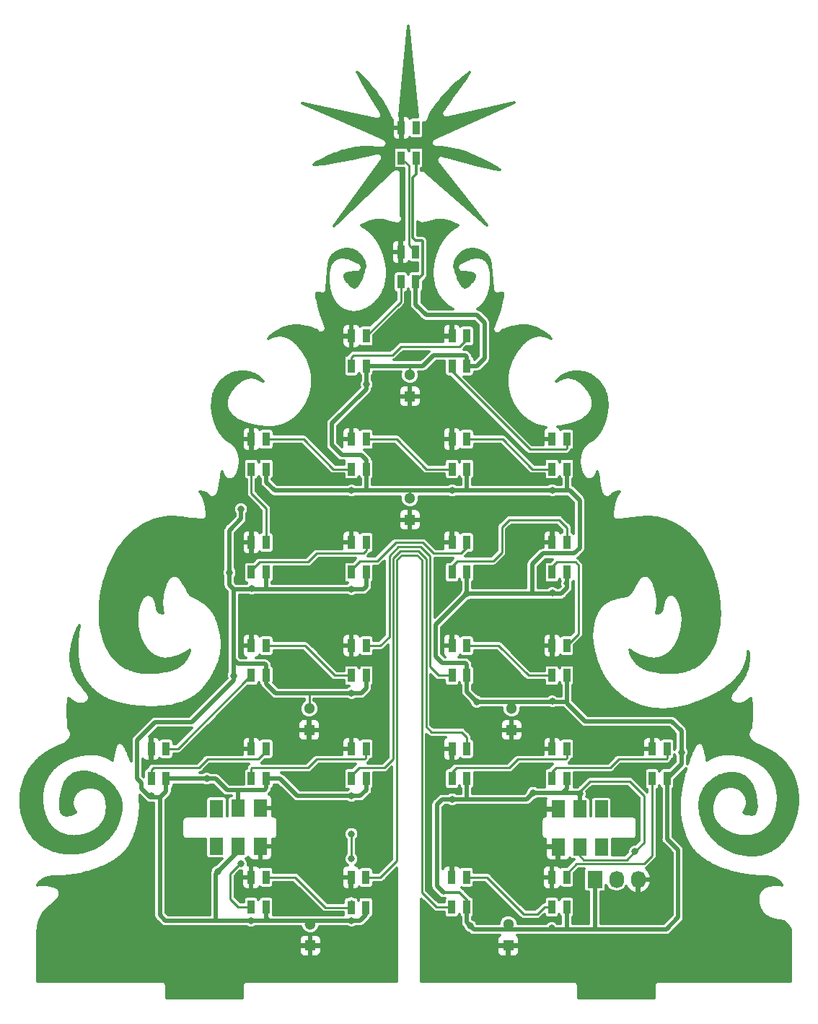
<source format=gbr>
G04 #@! TF.GenerationSoftware,KiCad,Pcbnew,(5.0.0)*
G04 #@! TF.CreationDate,2018-10-18T15:05:02+03:00*
G04 #@! TF.ProjectId,side2star,7369646532737461722E6B696361645F,rev?*
G04 #@! TF.SameCoordinates,Original*
G04 #@! TF.FileFunction,Copper,L1,Top,Signal*
G04 #@! TF.FilePolarity,Positive*
%FSLAX46Y46*%
G04 Gerber Fmt 4.6, Leading zero omitted, Abs format (unit mm)*
G04 Created by KiCad (PCBNEW (5.0.0)) date 10/18/18 15:05:02*
%MOMM*%
%LPD*%
G01*
G04 APERTURE LIST*
G04 #@! TA.AperFunction,ComponentPad*
%ADD10C,1.300000*%
G04 #@! TD*
G04 #@! TA.AperFunction,ComponentPad*
%ADD11R,1.300000X1.300000*%
G04 #@! TD*
G04 #@! TA.AperFunction,SMDPad,CuDef*
%ADD12R,1.600000X2.000000*%
G04 #@! TD*
G04 #@! TA.AperFunction,SMDPad,CuDef*
%ADD13R,0.850000X1.600000*%
G04 #@! TD*
G04 #@! TA.AperFunction,ComponentPad*
%ADD14R,1.727200X2.032000*%
G04 #@! TD*
G04 #@! TA.AperFunction,ComponentPad*
%ADD15O,1.727200X2.032000*%
G04 #@! TD*
G04 #@! TA.AperFunction,ViaPad*
%ADD16C,0.800000*%
G04 #@! TD*
G04 #@! TA.AperFunction,Conductor*
%ADD17C,0.250000*%
G04 #@! TD*
G04 #@! TA.AperFunction,Conductor*
%ADD18C,0.300000*%
G04 #@! TD*
G04 #@! TA.AperFunction,Conductor*
%ADD19C,0.500000*%
G04 #@! TD*
G04 APERTURE END LIST*
D10*
G04 #@! TO.P,REF\002A\002A,2*
G04 #@! TO.N,VDD*
X140081000Y-62524000D03*
D11*
G04 #@! TO.P,REF\002A\002A,1*
G04 #@! TO.N,GND*
X140081000Y-65024000D03*
G04 #@! TD*
G04 #@! TO.P,REF\002A\002A,1*
G04 #@! TO.N,GND*
X140081000Y-79502000D03*
D10*
G04 #@! TO.P,REF\002A\002A,2*
G04 #@! TO.N,VDD*
X140081000Y-77002000D03*
G04 #@! TD*
D11*
G04 #@! TO.P,REF\002A\002A,1*
G04 #@! TO.N,GND*
X152019000Y-104140000D03*
D10*
G04 #@! TO.P,REF\002A\002A,2*
G04 #@! TO.N,VDD*
X152019000Y-101640000D03*
G04 #@! TD*
G04 #@! TO.P,REF\002A\002A,2*
G04 #@! TO.N,VDD*
X128270000Y-101640000D03*
D11*
G04 #@! TO.P,REF\002A\002A,1*
G04 #@! TO.N,GND*
X128270000Y-104140000D03*
G04 #@! TD*
G04 #@! TO.P,REF\002A\002A,1*
G04 #@! TO.N,GND*
X128397000Y-129413000D03*
D10*
G04 #@! TO.P,REF\002A\002A,2*
G04 #@! TO.N,VDD*
X128397000Y-126913000D03*
G04 #@! TD*
D12*
G04 #@! TO.P,REF\002A\002A,1*
G04 #@! TO.N,N/C*
X117373907Y-117799806D03*
G04 #@! TD*
G04 #@! TO.P,REF\002A\002A,1*
G04 #@! TO.N,VDD*
X119952007Y-117787106D03*
G04 #@! TD*
G04 #@! TO.P,REF\002A\002A,1*
G04 #@! TO.N,VDD*
X119940858Y-113320530D03*
G04 #@! TD*
G04 #@! TO.P,REF\002A\002A,1*
G04 #@! TO.N,GND*
X122544358Y-113295130D03*
G04 #@! TD*
G04 #@! TO.P,REF\002A\002A,1*
G04 #@! TO.N,GND*
X122542807Y-117787106D03*
G04 #@! TD*
G04 #@! TO.P,REF\002A\002A,1*
G04 #@! TO.N,N/C*
X117388158Y-113345930D03*
G04 #@! TD*
G04 #@! TO.P,REF\002A\002A,1*
G04 #@! TO.N,N/C*
X162560000Y-117868700D03*
G04 #@! TD*
G04 #@! TO.P,REF\002A\002A,1*
G04 #@! TO.N,VDD*
X160007300Y-117856000D03*
G04 #@! TD*
G04 #@! TO.P,REF\002A\002A,1*
G04 #@! TO.N,GND*
X157480000Y-117830600D03*
G04 #@! TD*
D13*
G04 #@! TO.P,HL5,1*
G04 #@! TO.N,Net-(HL1-Pad1)*
X170275000Y-106350000D03*
G04 #@! TO.P,HL5,2*
G04 #@! TO.N,GND*
X168525000Y-106350000D03*
G04 #@! TO.P,HL5,4*
G04 #@! TO.N,VDD*
X170275000Y-109850000D03*
G04 #@! TO.P,HL5,3*
G04 #@! TO.N,Net-(HL1-Pad3)*
X168525000Y-109850000D03*
G04 #@! TD*
G04 #@! TO.P,HL6,3*
G04 #@! TO.N,Net-(HL1-Pad1)*
X156775000Y-109850000D03*
G04 #@! TO.P,HL6,4*
G04 #@! TO.N,VDD*
X158525000Y-109850000D03*
G04 #@! TO.P,HL6,2*
G04 #@! TO.N,GND*
X156775000Y-106350000D03*
G04 #@! TO.P,HL6,1*
G04 #@! TO.N,Net-(HL3-Pad1)*
X158525000Y-106350000D03*
G04 #@! TD*
G04 #@! TO.P,HL7,1*
G04 #@! TO.N,Net-(HL5-Pad1)*
X146775000Y-106350000D03*
G04 #@! TO.P,HL7,2*
G04 #@! TO.N,GND*
X145025000Y-106350000D03*
G04 #@! TO.P,HL7,4*
G04 #@! TO.N,VDD*
X146775000Y-109850000D03*
G04 #@! TO.P,HL7,3*
G04 #@! TO.N,Net-(HL3-Pad1)*
X145025000Y-109850000D03*
G04 #@! TD*
G04 #@! TO.P,HL8,3*
G04 #@! TO.N,Net-(HL5-Pad1)*
X133225000Y-109850000D03*
G04 #@! TO.P,HL8,4*
G04 #@! TO.N,VDD*
X134975000Y-109850000D03*
G04 #@! TO.P,HL8,2*
G04 #@! TO.N,GND*
X133225000Y-106350000D03*
G04 #@! TO.P,HL8,1*
G04 #@! TO.N,Net-(HL7-Pad1)*
X134975000Y-106350000D03*
G04 #@! TD*
G04 #@! TO.P,HL9,1*
G04 #@! TO.N,Net-(HL11-Pad3)*
X123225000Y-106350000D03*
G04 #@! TO.P,HL9,2*
G04 #@! TO.N,GND*
X121475000Y-106350000D03*
G04 #@! TO.P,HL9,4*
G04 #@! TO.N,VDD*
X123225000Y-109850000D03*
G04 #@! TO.P,HL9,3*
G04 #@! TO.N,Net-(HL7-Pad1)*
X121475000Y-109850000D03*
G04 #@! TD*
G04 #@! TO.P,HL10,1*
G04 #@! TO.N,Net-(HL11-Pad1)*
X111475000Y-106350000D03*
G04 #@! TO.P,HL10,2*
G04 #@! TO.N,GND*
X109725000Y-106350000D03*
G04 #@! TO.P,HL10,4*
G04 #@! TO.N,VDD*
X111475000Y-109850000D03*
G04 #@! TO.P,HL10,3*
G04 #@! TO.N,Net-(HL11-Pad3)*
X109725000Y-109850000D03*
G04 #@! TD*
G04 #@! TO.P,HL11,3*
G04 #@! TO.N,Net-(HL11-Pad1)*
X121475000Y-97750000D03*
G04 #@! TO.P,HL11,4*
G04 #@! TO.N,VDD*
X123225000Y-97750000D03*
G04 #@! TO.P,HL11,2*
G04 #@! TO.N,GND*
X121475000Y-94250000D03*
G04 #@! TO.P,HL11,1*
G04 #@! TO.N,Net-(HL13-Pad1)*
X123225000Y-94250000D03*
G04 #@! TD*
G04 #@! TO.P,HL12,1*
G04 #@! TO.N,Net-(HL15-Pad1)*
X134975000Y-94250000D03*
G04 #@! TO.P,HL12,2*
G04 #@! TO.N,GND*
X133225000Y-94250000D03*
G04 #@! TO.P,HL12,4*
G04 #@! TO.N,VDD*
X134975000Y-97750000D03*
G04 #@! TO.P,HL12,3*
G04 #@! TO.N,Net-(HL13-Pad1)*
X133225000Y-97750000D03*
G04 #@! TD*
G04 #@! TO.P,HL13,3*
G04 #@! TO.N,Net-(HL15-Pad1)*
X145025000Y-97750000D03*
G04 #@! TO.P,HL13,4*
G04 #@! TO.N,VDD*
X146775000Y-97750000D03*
G04 #@! TO.P,HL13,2*
G04 #@! TO.N,GND*
X145025000Y-94250000D03*
G04 #@! TO.P,HL13,1*
G04 #@! TO.N,Net-(HL17-Pad1)*
X146775000Y-94250000D03*
G04 #@! TD*
G04 #@! TO.P,HL14,1*
G04 #@! TO.N,Net-(HL19-Pad1)*
X158525000Y-94250000D03*
G04 #@! TO.P,HL14,2*
G04 #@! TO.N,GND*
X156775000Y-94250000D03*
G04 #@! TO.P,HL14,4*
G04 #@! TO.N,VDD*
X158525000Y-97750000D03*
G04 #@! TO.P,HL14,3*
G04 #@! TO.N,Net-(HL17-Pad1)*
X156775000Y-97750000D03*
G04 #@! TD*
G04 #@! TO.P,HL15,3*
G04 #@! TO.N,Net-(HL19-Pad1)*
X156775000Y-85650000D03*
G04 #@! TO.P,HL15,4*
G04 #@! TO.N,VDD*
X158525000Y-85650000D03*
G04 #@! TO.P,HL15,2*
G04 #@! TO.N,GND*
X156775000Y-82150000D03*
G04 #@! TO.P,HL15,1*
G04 #@! TO.N,Net-(HL21-Pad1)*
X158525000Y-82150000D03*
G04 #@! TD*
G04 #@! TO.P,HL16,1*
G04 #@! TO.N,Net-(HL23-Pad1)*
X146775000Y-82150000D03*
G04 #@! TO.P,HL16,2*
G04 #@! TO.N,GND*
X145025000Y-82150000D03*
G04 #@! TO.P,HL16,4*
G04 #@! TO.N,VDD*
X146775000Y-85650000D03*
G04 #@! TO.P,HL16,3*
G04 #@! TO.N,Net-(HL21-Pad1)*
X145025000Y-85650000D03*
G04 #@! TD*
G04 #@! TO.P,HL17,3*
G04 #@! TO.N,Net-(HL23-Pad1)*
X133225000Y-85650000D03*
G04 #@! TO.P,HL17,4*
G04 #@! TO.N,VDD*
X134975000Y-85650000D03*
G04 #@! TO.P,HL17,2*
G04 #@! TO.N,GND*
X133225000Y-82150000D03*
G04 #@! TO.P,HL17,1*
G04 #@! TO.N,Net-(HL25-Pad1)*
X134975000Y-82150000D03*
G04 #@! TD*
G04 #@! TO.P,HL18,1*
G04 #@! TO.N,Net-(HL27-Pad1)*
X123225000Y-82150000D03*
G04 #@! TO.P,HL18,2*
G04 #@! TO.N,GND*
X121475000Y-82150000D03*
G04 #@! TO.P,HL18,4*
G04 #@! TO.N,VDD*
X123225000Y-85650000D03*
G04 #@! TO.P,HL18,3*
G04 #@! TO.N,Net-(HL25-Pad1)*
X121475000Y-85650000D03*
G04 #@! TD*
G04 #@! TO.P,HL19,3*
G04 #@! TO.N,Net-(HL27-Pad1)*
X121475000Y-73550000D03*
G04 #@! TO.P,HL19,4*
G04 #@! TO.N,VDD*
X123225000Y-73550000D03*
G04 #@! TO.P,HL19,2*
G04 #@! TO.N,GND*
X121475000Y-70050000D03*
G04 #@! TO.P,HL19,1*
G04 #@! TO.N,Net-(HL29-Pad1)*
X123225000Y-70050000D03*
G04 #@! TD*
D14*
G04 #@! TO.P,XP1,1*
G04 #@! TO.N,VDD*
X161798000Y-121666000D03*
D15*
G04 #@! TO.P,XP1,2*
G04 #@! TO.N,LED_S*
X164338000Y-121666000D03*
G04 #@! TO.P,XP1,3*
G04 #@! TO.N,GND*
X166878000Y-121666000D03*
G04 #@! TD*
D13*
G04 #@! TO.P,HL20,1*
G04 #@! TO.N,Net-(HL31-Pad1)*
X134975000Y-70050000D03*
G04 #@! TO.P,HL20,2*
G04 #@! TO.N,GND*
X133225000Y-70050000D03*
G04 #@! TO.P,HL20,4*
G04 #@! TO.N,VDD*
X134975000Y-73550000D03*
G04 #@! TO.P,HL20,3*
G04 #@! TO.N,Net-(HL29-Pad1)*
X133225000Y-73550000D03*
G04 #@! TD*
G04 #@! TO.P,HL21,3*
G04 #@! TO.N,Net-(HL31-Pad1)*
X145025000Y-73550000D03*
G04 #@! TO.P,HL21,4*
G04 #@! TO.N,VDD*
X146775000Y-73550000D03*
G04 #@! TO.P,HL21,2*
G04 #@! TO.N,GND*
X145025000Y-70050000D03*
G04 #@! TO.P,HL21,1*
G04 #@! TO.N,Net-(HL33-Pad1)*
X146775000Y-70050000D03*
G04 #@! TD*
G04 #@! TO.P,HL22,1*
G04 #@! TO.N,Net-(HL35-Pad1)*
X158525000Y-70050000D03*
G04 #@! TO.P,HL22,2*
G04 #@! TO.N,GND*
X156775000Y-70050000D03*
G04 #@! TO.P,HL22,4*
G04 #@! TO.N,VDD*
X158525000Y-73550000D03*
G04 #@! TO.P,HL22,3*
G04 #@! TO.N,Net-(HL33-Pad1)*
X156775000Y-73550000D03*
G04 #@! TD*
G04 #@! TO.P,HL23,3*
G04 #@! TO.N,Net-(HL35-Pad1)*
X145025000Y-61450000D03*
G04 #@! TO.P,HL23,4*
G04 #@! TO.N,VDD*
X146775000Y-61450000D03*
G04 #@! TO.P,HL23,2*
G04 #@! TO.N,GND*
X145025000Y-57950000D03*
G04 #@! TO.P,HL23,1*
G04 #@! TO.N,Net-(HL37-Pad1)*
X146775000Y-57950000D03*
G04 #@! TD*
G04 #@! TO.P,HL24,1*
G04 #@! TO.N,Net-(HL39-Pad1)*
X134975000Y-57950000D03*
G04 #@! TO.P,HL24,2*
G04 #@! TO.N,GND*
X133225000Y-57950000D03*
G04 #@! TO.P,HL24,4*
G04 #@! TO.N,VDD*
X134975000Y-61450000D03*
G04 #@! TO.P,HL24,3*
G04 #@! TO.N,Net-(HL37-Pad1)*
X133225000Y-61450000D03*
G04 #@! TD*
G04 #@! TO.P,HL1,1*
G04 #@! TO.N,Net-(HL41-Pad1)*
X123202790Y-121404985D03*
G04 #@! TO.P,HL1,2*
G04 #@! TO.N,GND*
X121452790Y-121404985D03*
G04 #@! TO.P,HL1,4*
G04 #@! TO.N,VDD*
X123202790Y-124904985D03*
G04 #@! TO.P,HL1,3*
G04 #@! TO.N,LED_S*
X121452790Y-124904985D03*
G04 #@! TD*
G04 #@! TO.P,HL2,3*
G04 #@! TO.N,Net-(HL41-Pad1)*
X133173500Y-124940000D03*
G04 #@! TO.P,HL2,4*
G04 #@! TO.N,VDD*
X134923500Y-124940000D03*
G04 #@! TO.P,HL2,2*
G04 #@! TO.N,GND*
X133173500Y-121440000D03*
G04 #@! TO.P,HL2,1*
G04 #@! TO.N,Net-(HL43-Pad1)*
X134923500Y-121440000D03*
G04 #@! TD*
G04 #@! TO.P,HL3,1*
G04 #@! TO.N,Net-(HL45-Pad1)*
X146752790Y-121404985D03*
G04 #@! TO.P,HL3,2*
G04 #@! TO.N,GND*
X145002790Y-121404985D03*
G04 #@! TO.P,HL3,4*
G04 #@! TO.N,VDD*
X146752790Y-124904985D03*
G04 #@! TO.P,HL3,3*
G04 #@! TO.N,Net-(HL43-Pad1)*
X145002790Y-124904985D03*
G04 #@! TD*
G04 #@! TO.P,HL4,3*
G04 #@! TO.N,Net-(HL45-Pad1)*
X156752790Y-124904985D03*
G04 #@! TO.P,HL4,4*
G04 #@! TO.N,VDD*
X158502790Y-124904985D03*
G04 #@! TO.P,HL4,2*
G04 #@! TO.N,GND*
X156752790Y-121404985D03*
G04 #@! TO.P,HL4,1*
G04 #@! TO.N,Net-(HL1-Pad3)*
X158502790Y-121404985D03*
G04 #@! TD*
G04 #@! TO.P,HL25,1*
G04 #@! TO.N,Net-(HL49-Pad1)*
X140765500Y-48097500D03*
G04 #@! TO.P,HL25,2*
G04 #@! TO.N,GND*
X139015500Y-48097500D03*
G04 #@! TO.P,HL25,4*
G04 #@! TO.N,VDD*
X140765500Y-51597500D03*
G04 #@! TO.P,HL25,3*
G04 #@! TO.N,Net-(HL39-Pad1)*
X139015500Y-51597500D03*
G04 #@! TD*
G04 #@! TO.P,HL26,1*
G04 #@! TO.N,N/C*
X140829000Y-33556000D03*
G04 #@! TO.P,HL26,2*
G04 #@! TO.N,GND*
X139079000Y-33556000D03*
G04 #@! TO.P,HL26,4*
G04 #@! TO.N,VDD*
X140829000Y-37056000D03*
G04 #@! TO.P,HL26,3*
G04 #@! TO.N,Net-(HL49-Pad1)*
X139079000Y-37056000D03*
G04 #@! TD*
D12*
G04 #@! TO.P,REF\002A\002A,1*
G04 #@! TO.N,VDD*
X160020000Y-113411000D03*
G04 #@! TD*
G04 #@! TO.P,REF\002A\002A,1*
G04 #@! TO.N,GND*
X157480000Y-113411000D03*
G04 #@! TD*
G04 #@! TO.P,REF\002A\002A,1*
G04 #@! TO.N,N/C*
X162547300Y-113411000D03*
G04 #@! TD*
D10*
G04 #@! TO.P,REF\002A\002A,2*
G04 #@! TO.N,VDD*
X151638000Y-126913000D03*
D11*
G04 #@! TO.P,REF\002A\002A,1*
G04 #@! TO.N,GND*
X151638000Y-129413000D03*
G04 #@! TD*
D16*
G04 #@! TO.N,GND*
X127736600Y-120446800D03*
X154178000Y-77343000D03*
X124587000Y-77724000D03*
X142875000Y-33401000D03*
X143383000Y-103251000D03*
X130937000Y-109347000D03*
X133223000Y-102870000D03*
X133223000Y-91948000D03*
X133096000Y-114046000D03*
X154051000Y-80772000D03*
X153162000Y-85725000D03*
X170307000Y-104521000D03*
X175387000Y-106299000D03*
X151257000Y-121412000D03*
X154305000Y-94234000D03*
X153416000Y-68707000D03*
X112522000Y-104648000D03*
X143383000Y-105283000D03*
X153035000Y-109728000D03*
X153416000Y-105156000D03*
X145669000Y-119253000D03*
X122428000Y-129667000D03*
X114808000Y-105918000D03*
X143129000Y-110363000D03*
X136271000Y-45466000D03*
X137033000Y-54102000D03*
X165354000Y-111252000D03*
X150241000Y-125476000D03*
X145161000Y-131191000D03*
X182245000Y-131445000D03*
X110744000Y-83058000D03*
X103378000Y-103632000D03*
X128143000Y-98298000D03*
X151130000Y-98933000D03*
X129794000Y-85852000D03*
X139319000Y-74549000D03*
X126492000Y-74803000D03*
X143256000Y-45466000D03*
X142494000Y-54102000D03*
X141224000Y-60452000D03*
X155448000Y-87249000D03*
X144272000Y-88900000D03*
X127000000Y-72390000D03*
X153797000Y-124714000D03*
X143637000Y-126238000D03*
X117335300Y-108800900D03*
X165379400Y-108953300D03*
X169519600Y-121666000D03*
X112712500Y-115595400D03*
X106591100Y-124510800D03*
G04 #@! TO.N,VDD*
X135001000Y-63627000D03*
X133237000Y-87616000D03*
X121489500Y-87580500D03*
X119408000Y-97762000D03*
X133237000Y-99808000D03*
X133237000Y-111873000D03*
X109742000Y-111873000D03*
X133237000Y-126478000D03*
X121426000Y-126478000D03*
X133237000Y-76059000D03*
X145048000Y-76059000D03*
X156795500Y-76023500D03*
X156795500Y-88088500D03*
X146775000Y-88175000D03*
X147955000Y-100838000D03*
X156795500Y-100788500D03*
X145048000Y-112254000D03*
X156732000Y-127367000D03*
X147193000Y-127127000D03*
X154559000Y-111506000D03*
X116253200Y-109827000D03*
X160020000Y-111620300D03*
X166509700Y-118414800D03*
X117538500Y-120751600D03*
X171958000Y-106743500D03*
X120269000Y-78244700D03*
X118932900Y-85697000D03*
G04 #@! TO.N,LED_S*
X120243600Y-119849900D03*
G04 #@! TO.N,Net-(HL44-Pad1)*
X133223000Y-116332000D03*
X133223000Y-119253000D03*
G04 #@! TD*
D17*
G04 #@! TO.N,Net-(HL1-Pad1)*
X163576000Y-108585000D02*
X164592000Y-107569000D01*
X164592000Y-107569000D02*
X170180000Y-107569000D01*
X170336000Y-107413000D02*
X170336000Y-106350000D01*
X170180000Y-107569000D02*
X170336000Y-107413000D01*
X158115000Y-108585000D02*
X163576000Y-108585000D01*
X156775000Y-109036000D02*
X156775000Y-109850000D01*
X158115000Y-108585000D02*
X157226000Y-108585000D01*
X157226000Y-108585000D02*
X156775000Y-109036000D01*
G04 #@! TO.N,GND*
X145025000Y-106350000D02*
X145025000Y-107687000D01*
X145025000Y-107687000D02*
X145161000Y-107823000D01*
X145161000Y-107823000D02*
X150876000Y-107823000D01*
X153416000Y-105283000D02*
X153416000Y-105156000D01*
X150876000Y-107823000D02*
X153416000Y-105283000D01*
D18*
G04 #@! TO.N,VDD*
X141605000Y-50758000D02*
X140765500Y-51597500D01*
X141605000Y-46863000D02*
X141605000Y-50758000D01*
X140429010Y-46449010D02*
X140716000Y-46736000D01*
X140716000Y-46736000D02*
X141478000Y-46736000D01*
X141478000Y-46736000D02*
X141605000Y-46863000D01*
D19*
X134923500Y-124940000D02*
X134923500Y-125807500D01*
X134923500Y-125807500D02*
X134239000Y-126492000D01*
X123202790Y-126123790D02*
X123202790Y-124904985D01*
X123571000Y-126492000D02*
X123202790Y-126123790D01*
D18*
X146752790Y-124904985D02*
X146752790Y-124019790D01*
X146752790Y-124019790D02*
X145923000Y-123190000D01*
D19*
X170275000Y-109850000D02*
X170275000Y-116935000D01*
X171577000Y-118237000D02*
X171577000Y-124587000D01*
X170275000Y-116935000D02*
X171577000Y-118237000D01*
X158525000Y-100994000D02*
X160655000Y-103124000D01*
X160655000Y-103124000D02*
X170815000Y-103124000D01*
X170815000Y-103124000D02*
X171958000Y-104267000D01*
X171958000Y-108167000D02*
X170275000Y-109850000D01*
X146775000Y-88175000D02*
X143129000Y-91821000D01*
X143129000Y-91821000D02*
X143129000Y-95504000D01*
X143129000Y-95504000D02*
X143891000Y-96266000D01*
X143891000Y-96266000D02*
X146558000Y-96266000D01*
X146775000Y-96483000D02*
X146775000Y-97750000D01*
X146558000Y-96266000D02*
X146775000Y-96483000D01*
X146775000Y-86995000D02*
X146775000Y-88175000D01*
X146775000Y-85650000D02*
X146775000Y-86995000D01*
X158369000Y-86995000D02*
X158525000Y-86839000D01*
X158525000Y-86839000D02*
X158525000Y-85650000D01*
X154432000Y-84709000D02*
X155702000Y-83439000D01*
X155702000Y-83439000D02*
X159385000Y-83439000D01*
X159385000Y-83439000D02*
X160020000Y-82804000D01*
X134975000Y-73550000D02*
X134975000Y-72491000D01*
X134975000Y-72491000D02*
X134366000Y-71882000D01*
X134366000Y-71882000D02*
X132080000Y-71882000D01*
X132080000Y-71882000D02*
X130937000Y-70739000D01*
X130937000Y-70739000D02*
X130937000Y-68199000D01*
X134975000Y-64161000D02*
X134975000Y-61450000D01*
X130937000Y-68199000D02*
X134975000Y-64161000D01*
X120269000Y-79375000D02*
X118872000Y-80772000D01*
X118872000Y-80772000D02*
X118872000Y-87122000D01*
X118872000Y-87122000D02*
X119380000Y-87630000D01*
X134975000Y-87275000D02*
X134975000Y-85650000D01*
X134620000Y-87630000D02*
X134975000Y-87275000D01*
X123225000Y-87538000D02*
X123317000Y-87630000D01*
X123225000Y-85650000D02*
X123225000Y-87538000D01*
X119380000Y-87630000D02*
X123317000Y-87630000D01*
X123317000Y-87630000D02*
X134620000Y-87630000D01*
X123225000Y-96555000D02*
X123225000Y-97750000D01*
X123063000Y-96393000D02*
X123225000Y-96555000D01*
X119888000Y-96393000D02*
X123063000Y-96393000D01*
X119380000Y-95885000D02*
X119888000Y-96393000D01*
X140765500Y-51597500D02*
X140765500Y-54278500D01*
X140765500Y-54278500D02*
X141986000Y-55499000D01*
X141986000Y-55499000D02*
X147955000Y-55499000D01*
X147955000Y-55499000D02*
X148844000Y-56388000D01*
X148844000Y-56388000D02*
X148844000Y-60579000D01*
X147973000Y-61450000D02*
X146775000Y-61450000D01*
X148844000Y-60579000D02*
X147973000Y-61450000D01*
X142875000Y-60198000D02*
X146558000Y-60198000D01*
X146775000Y-60415000D02*
X146775000Y-61450000D01*
X146558000Y-60198000D02*
X146775000Y-60415000D01*
X108585000Y-110998000D02*
X108839000Y-111252000D01*
X119380000Y-95504000D02*
X119380000Y-95885000D01*
X119380000Y-87630000D02*
X119380000Y-95504000D01*
X123225000Y-97750000D02*
X123225000Y-98714000D01*
X123225000Y-98714000D02*
X124333000Y-99822000D01*
X134975000Y-99213000D02*
X134975000Y-97750000D01*
X134366000Y-99822000D02*
X134975000Y-99213000D01*
X108585000Y-110998000D02*
X109601000Y-112014000D01*
X110744000Y-125857000D02*
X110744000Y-112014000D01*
X111379000Y-126492000D02*
X110744000Y-125857000D01*
X123225000Y-73550000D02*
X123225000Y-75092000D01*
X123225000Y-75092000D02*
X124206000Y-76073000D01*
X134975000Y-76047000D02*
X135001000Y-76073000D01*
X134975000Y-73550000D02*
X134975000Y-76047000D01*
X124206000Y-76073000D02*
X135001000Y-76073000D01*
X158877000Y-76073000D02*
X160020000Y-77216000D01*
X158623000Y-76073000D02*
X158877000Y-76073000D01*
X160020000Y-82804000D02*
X160020000Y-77216000D01*
X158525000Y-75975000D02*
X158623000Y-76073000D01*
X158525000Y-73550000D02*
X158525000Y-75975000D01*
X146775000Y-76036000D02*
X146812000Y-76073000D01*
X146775000Y-73550000D02*
X146775000Y-76036000D01*
X146431000Y-76073000D02*
X146812000Y-76073000D01*
X146812000Y-76073000D02*
X158623000Y-76073000D01*
X158525000Y-87474000D02*
X158525000Y-85650000D01*
X157824000Y-88175000D02*
X158525000Y-87474000D01*
X154432000Y-88048000D02*
X154305000Y-88175000D01*
X154432000Y-84709000D02*
X154432000Y-88048000D01*
X146775000Y-88175000D02*
X154305000Y-88175000D01*
X154305000Y-88175000D02*
X157824000Y-88175000D01*
X146775000Y-97750000D02*
X146775000Y-99658000D01*
X146775000Y-99658000D02*
X147955000Y-100838000D01*
X158525000Y-97750000D02*
X158525000Y-100838000D01*
X158525000Y-100838000D02*
X158525000Y-100994000D01*
X143891000Y-112268000D02*
X143256000Y-112903000D01*
X143256000Y-122428000D02*
X144018000Y-123190000D01*
X143256000Y-112903000D02*
X143256000Y-122428000D01*
D18*
X145923000Y-123190000D02*
X144018000Y-123190000D01*
D19*
X146775000Y-112178000D02*
X146685000Y-112268000D01*
X146775000Y-109850000D02*
X146775000Y-112178000D01*
X146685000Y-112268000D02*
X143891000Y-112268000D01*
X146752790Y-124904985D02*
X146752790Y-126686790D01*
X171577000Y-126111000D02*
X171577000Y-124587000D01*
X170180000Y-127508000D02*
X171577000Y-126111000D01*
X161798000Y-121666000D02*
X161798000Y-127508000D01*
X161798000Y-127508000D02*
X170180000Y-127508000D01*
X158502790Y-127387790D02*
X158623000Y-127508000D01*
X158502790Y-124904985D02*
X158502790Y-127387790D01*
X158623000Y-127508000D02*
X161798000Y-127508000D01*
X146752790Y-126686790D02*
X147193000Y-127127000D01*
X147193000Y-127127000D02*
X147574000Y-127508000D01*
D18*
X140829000Y-37500500D02*
X140829000Y-38970010D01*
X140829000Y-38970010D02*
X140429010Y-39370000D01*
X140429010Y-39370000D02*
X140429010Y-46449010D01*
D19*
X158525000Y-109850000D02*
X158525000Y-110969000D01*
X158525000Y-110969000D02*
X157988000Y-111506000D01*
X154559000Y-111506000D02*
X153797000Y-112268000D01*
X157988000Y-111506000D02*
X154559000Y-111506000D01*
X153797000Y-112268000D02*
X146685000Y-112268000D01*
X134975000Y-109850000D02*
X134975000Y-111163700D01*
X134265700Y-111873000D02*
X133237000Y-111873000D01*
X134975000Y-111163700D02*
X134265700Y-111873000D01*
X133237000Y-111873000D02*
X126871700Y-111873000D01*
X124848700Y-109850000D02*
X123225000Y-109850000D01*
X126871700Y-111873000D02*
X124848700Y-109850000D01*
X123225000Y-109850000D02*
X123225000Y-110950300D01*
X123225000Y-110950300D02*
X123012200Y-111163100D01*
X117292200Y-109850000D02*
X111475000Y-109850000D01*
X118605300Y-111163100D02*
X117292200Y-109850000D01*
X111475000Y-111321100D02*
X110782100Y-112014000D01*
X111475000Y-109850000D02*
X111475000Y-111321100D01*
X109601000Y-112014000D02*
X110782100Y-112014000D01*
X119940858Y-111190558D02*
X119913400Y-111163100D01*
X119940858Y-113320530D02*
X119940858Y-111190558D01*
X123012200Y-111163100D02*
X119913400Y-111163100D01*
X119913400Y-111163100D02*
X118605300Y-111163100D01*
X119952007Y-117787106D02*
X119952007Y-118338093D01*
X117309900Y-120980200D02*
X117309900Y-126492000D01*
X123571000Y-126492000D02*
X117309900Y-126492000D01*
X117309900Y-126492000D02*
X111379000Y-126492000D01*
X157988000Y-111506000D02*
X159893000Y-111506000D01*
X160020000Y-111633000D02*
X160020000Y-113411000D01*
X159893000Y-111506000D02*
X160020000Y-111633000D01*
D17*
X160007300Y-117856000D02*
X160007300Y-118904590D01*
X160007300Y-118904590D02*
X160464500Y-119361790D01*
X160464500Y-119361790D02*
X165562710Y-119361790D01*
X167601900Y-117322600D02*
X167601900Y-111874300D01*
X167601900Y-111874300D02*
X165887400Y-110159800D01*
X161239200Y-110159800D02*
X159893000Y-111506000D01*
X165887400Y-110159800D02*
X161239200Y-110159800D01*
X165562710Y-119361790D02*
X166509700Y-118414800D01*
X166509700Y-118414800D02*
X167601900Y-117322600D01*
D19*
X119952007Y-118338093D02*
X117538500Y-120751600D01*
X117538500Y-120751600D02*
X117309900Y-120980200D01*
X171958000Y-104267000D02*
X171958000Y-106743500D01*
X171958000Y-106743500D02*
X171958000Y-108167000D01*
X119380000Y-98298000D02*
X119380000Y-95504000D01*
X108585000Y-110363000D02*
X108077000Y-109855000D01*
X108585000Y-110998000D02*
X108585000Y-110363000D01*
X108077000Y-105333800D02*
X110197900Y-103212900D01*
X108077000Y-109855000D02*
X108077000Y-105333800D01*
X110197900Y-103212900D02*
X114465100Y-103212900D01*
X114465100Y-103212900D02*
X119380000Y-98298000D01*
X120269000Y-78244700D02*
X120269000Y-79375000D01*
X141623000Y-61450000D02*
X142875000Y-60198000D01*
D17*
X151638000Y-126913000D02*
X151638000Y-127508000D01*
D19*
X147574000Y-127508000D02*
X151638000Y-127508000D01*
X151638000Y-127508000D02*
X158623000Y-127508000D01*
D17*
X128357000Y-126913000D02*
X128778000Y-126492000D01*
X127762000Y-126913000D02*
X128357000Y-126913000D01*
D19*
X134239000Y-126492000D02*
X128778000Y-126492000D01*
X128778000Y-126492000D02*
X123571000Y-126492000D01*
D17*
X140081000Y-76200000D02*
X139954000Y-76073000D01*
X140081000Y-77002000D02*
X140081000Y-76200000D01*
D19*
X135001000Y-76073000D02*
X139954000Y-76073000D01*
X139954000Y-76073000D02*
X146431000Y-76073000D01*
D17*
X128270000Y-101640000D02*
X128270000Y-99822000D01*
D19*
X124333000Y-99822000D02*
X128270000Y-99822000D01*
X128270000Y-99822000D02*
X134366000Y-99822000D01*
D17*
X152019000Y-100965000D02*
X152146000Y-100838000D01*
X152019000Y-101640000D02*
X152019000Y-100965000D01*
D19*
X147955000Y-100838000D02*
X152146000Y-100838000D01*
X152146000Y-100838000D02*
X158525000Y-100838000D01*
D17*
X140081000Y-62524000D02*
X140081000Y-61450000D01*
D19*
X134975000Y-61450000D02*
X140081000Y-61450000D01*
X140081000Y-61450000D02*
X141623000Y-61450000D01*
D17*
G04 #@! TO.N,LED_S*
X119951985Y-124904985D02*
X121452790Y-124904985D01*
X118999000Y-123952000D02*
X119951985Y-124904985D01*
X120129300Y-119849900D02*
X118999000Y-120980200D01*
X120243600Y-119849900D02*
X120129300Y-119849900D01*
X118999000Y-120980200D02*
X118999000Y-123952000D01*
G04 #@! TO.N,Net-(HL3-Pad1)*
X145025000Y-109102000D02*
X145025000Y-109850000D01*
X158525000Y-107413000D02*
X158369000Y-107569000D01*
X158525000Y-106350000D02*
X158525000Y-107413000D01*
X158369000Y-107569000D02*
X152781000Y-107569000D01*
X152781000Y-107569000D02*
X151765000Y-108585000D01*
X151765000Y-108585000D02*
X145542000Y-108585000D01*
X145542000Y-108585000D02*
X145025000Y-109102000D01*
G04 #@! TO.N,Net-(HL5-Pad1)*
X141986000Y-84074000D02*
X141986000Y-103759000D01*
X141097000Y-83185000D02*
X141986000Y-84074000D01*
X133225000Y-109472000D02*
X134112000Y-108585000D01*
X146775000Y-104992000D02*
X146775000Y-106350000D01*
X138938000Y-83185000D02*
X141097000Y-83185000D01*
X133225000Y-109850000D02*
X133225000Y-109472000D01*
X134112000Y-108585000D02*
X137090990Y-108585000D01*
X141986000Y-103759000D02*
X142621000Y-104394000D01*
X137090990Y-108585000D02*
X138106990Y-107569000D01*
X142621000Y-104394000D02*
X146177000Y-104394000D01*
X138106990Y-107569000D02*
X138106990Y-84016010D01*
X146177000Y-104394000D02*
X146775000Y-104992000D01*
X138106990Y-84016010D02*
X138938000Y-83185000D01*
G04 #@! TO.N,Net-(HL7-Pad1)*
X134903000Y-107413000D02*
X134903000Y-106350000D01*
X128143000Y-108585000D02*
X129159000Y-107569000D01*
X129159000Y-107569000D02*
X134747000Y-107569000D01*
X134747000Y-107569000D02*
X134903000Y-107413000D01*
X122047000Y-108585000D02*
X128143000Y-108585000D01*
X121475000Y-108649000D02*
X121475000Y-109850000D01*
X122047000Y-108585000D02*
X121539000Y-108585000D01*
X121539000Y-108585000D02*
X121475000Y-108649000D01*
G04 #@! TO.N,Net-(HL11-Pad3)*
X123225000Y-106350000D02*
X123225000Y-106645000D01*
X123225000Y-106645000D02*
X122301000Y-107569000D01*
X122301000Y-107569000D02*
X116332000Y-107569000D01*
X116332000Y-107569000D02*
X115316000Y-108585000D01*
X115316000Y-108585000D02*
X109982000Y-108585000D01*
X109725000Y-108842000D02*
X109725000Y-109850000D01*
X109982000Y-108585000D02*
X109725000Y-108842000D01*
G04 #@! TO.N,Net-(HL11-Pad1)*
X112875000Y-106350000D02*
X121475000Y-97750000D01*
X111475000Y-106350000D02*
X112875000Y-106350000D01*
G04 #@! TO.N,Net-(HL13-Pad1)*
X133225000Y-97750000D02*
X131278000Y-97750000D01*
X127778000Y-94250000D02*
X123225000Y-94250000D01*
X131278000Y-97750000D02*
X127778000Y-94250000D01*
G04 #@! TO.N,Net-(HL15-Pad1)*
X134975000Y-94250000D02*
X136624980Y-94250000D01*
X136624980Y-94250000D02*
X137656980Y-93218000D01*
X138684000Y-82677000D02*
X141351000Y-82677000D01*
X141351000Y-82677000D02*
X142436010Y-83762010D01*
X142436010Y-83762010D02*
X142436010Y-96716010D01*
X143470000Y-97750000D02*
X145025000Y-97750000D01*
X142436010Y-96716010D02*
X143470000Y-97750000D01*
X137656980Y-83704020D02*
X138684000Y-82677000D01*
X137656980Y-93218000D02*
X137656980Y-83704020D01*
G04 #@! TO.N,Net-(HL17-Pad1)*
X156775000Y-97750000D02*
X154011000Y-97750000D01*
X150511000Y-94250000D02*
X146775000Y-94250000D01*
X154011000Y-97750000D02*
X150511000Y-94250000D01*
G04 #@! TO.N,Net-(HL19-Pad1)*
X156775000Y-85650000D02*
X156775000Y-85033000D01*
X156775000Y-85033000D02*
X157353000Y-84455000D01*
X157353000Y-84455000D02*
X159512000Y-84455000D01*
X159512000Y-84455000D02*
X159893000Y-84836000D01*
X159893000Y-92882000D02*
X158525000Y-94250000D01*
X159893000Y-84836000D02*
X159893000Y-92882000D01*
G04 #@! TO.N,Net-(HL21-Pad1)*
X145025000Y-85650000D02*
X145025000Y-84972000D01*
X145025000Y-84972000D02*
X145669000Y-84328000D01*
X158525000Y-82150000D02*
X158525000Y-80420000D01*
X158525000Y-80420000D02*
X157607000Y-79502000D01*
X157607000Y-79502000D02*
X151765000Y-79502000D01*
X151765000Y-79502000D02*
X150876000Y-80391000D01*
X150876000Y-83312000D02*
X149860000Y-84328000D01*
X150876000Y-80391000D02*
X150876000Y-83312000D01*
X145669000Y-84328000D02*
X149860000Y-84328000D01*
G04 #@! TO.N,Net-(HL23-Pad1)*
X133225000Y-85650000D02*
X133225000Y-85342000D01*
X133225000Y-85342000D02*
X134239000Y-84328000D01*
X134239000Y-84328000D02*
X136271000Y-84328000D01*
X136271000Y-84328000D02*
X138430000Y-82169000D01*
X138430000Y-82169000D02*
X141605000Y-82169000D01*
X141605000Y-82169000D02*
X142875000Y-83439000D01*
X142875000Y-83439000D02*
X146050000Y-83439000D01*
X146775000Y-82714000D02*
X146775000Y-82150000D01*
X146050000Y-83439000D02*
X146775000Y-82714000D01*
G04 #@! TO.N,Net-(HL25-Pad1)*
X121475000Y-85650000D02*
X121475000Y-85408000D01*
X121475000Y-85408000D02*
X122428000Y-84455000D01*
X122428000Y-84455000D02*
X128143000Y-84455000D01*
X128143000Y-84455000D02*
X129159000Y-83439000D01*
X129159000Y-83439000D02*
X134620000Y-83439000D01*
X134975000Y-83084000D02*
X134975000Y-82150000D01*
X134620000Y-83439000D02*
X134975000Y-83084000D01*
G04 #@! TO.N,Net-(HL27-Pad1)*
X123225000Y-82150000D02*
X123225000Y-78140000D01*
X121475000Y-76390000D02*
X121475000Y-73550000D01*
X123225000Y-78140000D02*
X121475000Y-76390000D01*
G04 #@! TO.N,Net-(HL29-Pad1)*
X133225000Y-73550000D02*
X131081000Y-73550000D01*
X127581000Y-70050000D02*
X123225000Y-70050000D01*
X131081000Y-73550000D02*
X127581000Y-70050000D01*
G04 #@! TO.N,Net-(HL31-Pad1)*
X145025000Y-73550000D02*
X142003000Y-73550000D01*
X138503000Y-70050000D02*
X134975000Y-70050000D01*
X142003000Y-73550000D02*
X138503000Y-70050000D01*
G04 #@! TO.N,Net-(HL33-Pad1)*
X156775000Y-73550000D02*
X154449000Y-73550000D01*
X150949000Y-70050000D02*
X146775000Y-70050000D01*
X154449000Y-73550000D02*
X150949000Y-70050000D01*
G04 #@! TO.N,Net-(HL35-Pad1)*
X145025000Y-61450000D02*
X145025000Y-62094000D01*
X145025000Y-62094000D02*
X154178000Y-71247000D01*
X154178000Y-71247000D02*
X158369000Y-71247000D01*
X158525000Y-71091000D02*
X158525000Y-70050000D01*
X158369000Y-71247000D02*
X158525000Y-71091000D01*
G04 #@! TO.N,Net-(HL37-Pad1)*
X146775000Y-57950000D02*
X146775000Y-58330000D01*
X146775000Y-58330000D02*
X145923000Y-59182000D01*
X145923000Y-59182000D02*
X139065000Y-59182000D01*
X139065000Y-59182000D02*
X138049000Y-60198000D01*
X138049000Y-60198000D02*
X133477000Y-60198000D01*
X133225000Y-60450000D02*
X133225000Y-61450000D01*
X133477000Y-60198000D02*
X133225000Y-60450000D01*
G04 #@! TO.N,Net-(HL1-Pad3)*
X158502790Y-121404985D02*
X158502790Y-120973410D01*
X158502790Y-120973410D02*
X159664400Y-119811800D01*
X159664400Y-119811800D02*
X167601900Y-119811800D01*
X168525000Y-118888700D02*
X168525000Y-118110000D01*
X167601900Y-119811800D02*
X168525000Y-118888700D01*
X168525000Y-118110000D02*
X168525000Y-109850000D01*
G04 #@! TO.N,Net-(HL41-Pad1)*
X133173500Y-124940000D02*
X133173500Y-124128500D01*
X133173500Y-124940000D02*
X133173500Y-124636500D01*
X123202790Y-121404985D02*
X126611985Y-121404985D01*
X130147000Y-124940000D02*
X133173500Y-124940000D01*
X126611985Y-121404985D02*
X130147000Y-124940000D01*
G04 #@! TO.N,Net-(HL43-Pad1)*
X134923500Y-121440000D02*
X136624000Y-121440000D01*
X136624000Y-121440000D02*
X138557000Y-119507000D01*
X138557000Y-119507000D02*
X138557000Y-84202410D01*
X138557000Y-84202410D02*
X139124400Y-83635010D01*
X139124400Y-83635010D02*
X140910600Y-83635010D01*
X140910600Y-83635010D02*
X141478000Y-84202410D01*
X141478000Y-84202410D02*
X141478000Y-123190000D01*
X143192985Y-124904985D02*
X145002790Y-124904985D01*
X141478000Y-123190000D02*
X143192985Y-124904985D01*
G04 #@! TO.N,Net-(HL44-Pad1)*
X133223000Y-116332000D02*
X133223000Y-119253000D01*
G04 #@! TO.N,Net-(HL45-Pad1)*
X156752790Y-124904985D02*
X155892015Y-124904985D01*
X155892015Y-124904985D02*
X155067000Y-125730000D01*
X153423015Y-125730000D02*
X149098000Y-121404985D01*
X155067000Y-125730000D02*
X153423015Y-125730000D01*
X146752790Y-121404985D02*
X149098000Y-121404985D01*
G04 #@! TO.N,Net-(HL49-Pad1)*
X139954000Y-47286000D02*
X140765500Y-48097500D01*
X139481500Y-37500500D02*
X139954000Y-37973000D01*
X139079000Y-37500500D02*
X139481500Y-37500500D01*
X139954000Y-45085000D02*
X139954000Y-44323000D01*
X139954000Y-45085000D02*
X139954000Y-47286000D01*
X139954000Y-37973000D02*
X139954000Y-45085000D01*
G04 #@! TO.N,Net-(HL39-Pad1)*
X139015500Y-53909500D02*
X134975000Y-57950000D01*
X139015500Y-51597500D02*
X139015500Y-53909500D01*
G04 #@! TD*
D18*
G04 #@! TO.N,GND*
G36*
X137982000Y-119268827D02*
X136385828Y-120865000D01*
X135807316Y-120865000D01*
X135807316Y-120640000D01*
X135772391Y-120464419D01*
X135672932Y-120315568D01*
X135524081Y-120216109D01*
X135348500Y-120181184D01*
X134498500Y-120181184D01*
X134322919Y-120216109D01*
X134175840Y-120314384D01*
X134156326Y-120267273D01*
X133971227Y-120082175D01*
X133729385Y-119982000D01*
X133684195Y-119982000D01*
X133704486Y-119973595D01*
X133943595Y-119734486D01*
X134073000Y-119422075D01*
X134073000Y-119083925D01*
X133943595Y-118771514D01*
X133798000Y-118625919D01*
X133798000Y-116959081D01*
X133943595Y-116813486D01*
X134073000Y-116501075D01*
X134073000Y-116162925D01*
X133943595Y-115850514D01*
X133704486Y-115611405D01*
X133392075Y-115482000D01*
X133053925Y-115482000D01*
X132741514Y-115611405D01*
X132502405Y-115850514D01*
X132373000Y-116162925D01*
X132373000Y-116501075D01*
X132502405Y-116813486D01*
X132648000Y-116959081D01*
X132648001Y-118625918D01*
X132502405Y-118771514D01*
X132373000Y-119083925D01*
X132373000Y-119422075D01*
X132502405Y-119734486D01*
X132741514Y-119973595D01*
X132761805Y-119982000D01*
X132617615Y-119982000D01*
X132375773Y-120082175D01*
X132190674Y-120267273D01*
X132090500Y-120509116D01*
X132090500Y-121171500D01*
X132255000Y-121336000D01*
X133069500Y-121336000D01*
X133069500Y-121316000D01*
X133277500Y-121316000D01*
X133277500Y-121336000D01*
X133297500Y-121336000D01*
X133297500Y-121544000D01*
X133277500Y-121544000D01*
X133277500Y-122733500D01*
X133442000Y-122898000D01*
X133729385Y-122898000D01*
X133971227Y-122797825D01*
X134156326Y-122612727D01*
X134175840Y-122565616D01*
X134322919Y-122663891D01*
X134498500Y-122698816D01*
X135348500Y-122698816D01*
X135524081Y-122663891D01*
X135672932Y-122564432D01*
X135772391Y-122415581D01*
X135807316Y-122240000D01*
X135807316Y-122015000D01*
X136567377Y-122015000D01*
X136624000Y-122026263D01*
X136680623Y-122015000D01*
X136680628Y-122015000D01*
X136848354Y-121981637D01*
X137038551Y-121854551D01*
X137070629Y-121806543D01*
X138582802Y-120294371D01*
X138583507Y-128245027D01*
X138586120Y-128258157D01*
X138586121Y-133609858D01*
X121027779Y-133611416D01*
X120955519Y-133596946D01*
X120740867Y-133639356D01*
X120558782Y-133760683D01*
X120436987Y-133942456D01*
X120404870Y-134102844D01*
X120404806Y-134152455D01*
X120403014Y-134161470D01*
X120404783Y-134170361D01*
X120402958Y-135592007D01*
X111511736Y-135601061D01*
X111509991Y-134236232D01*
X111524837Y-134161542D01*
X111482123Y-133946949D01*
X111360537Y-133765036D01*
X111178592Y-133643500D01*
X111018158Y-133611610D01*
X110994850Y-133611613D01*
X110959183Y-133604566D01*
X110923942Y-133611623D01*
X96346100Y-133613581D01*
X96346100Y-129681500D01*
X127089000Y-129681500D01*
X127089000Y-130193884D01*
X127189174Y-130435727D01*
X127374273Y-130620825D01*
X127616115Y-130721000D01*
X128128500Y-130721000D01*
X128293000Y-130556500D01*
X128293000Y-129517000D01*
X128501000Y-129517000D01*
X128501000Y-130556500D01*
X128665500Y-130721000D01*
X129177885Y-130721000D01*
X129419727Y-130620825D01*
X129604826Y-130435727D01*
X129705000Y-130193884D01*
X129705000Y-129681500D01*
X129540500Y-129517000D01*
X128501000Y-129517000D01*
X128293000Y-129517000D01*
X127253500Y-129517000D01*
X127089000Y-129681500D01*
X96346100Y-129681500D01*
X96346100Y-128632116D01*
X127089000Y-128632116D01*
X127089000Y-129144500D01*
X127253500Y-129309000D01*
X128293000Y-129309000D01*
X128293000Y-128269500D01*
X128501000Y-128269500D01*
X128501000Y-129309000D01*
X129540500Y-129309000D01*
X129705000Y-129144500D01*
X129705000Y-128632116D01*
X129604826Y-128390273D01*
X129419727Y-128205175D01*
X129177885Y-128105000D01*
X128665500Y-128105000D01*
X128501000Y-128269500D01*
X128293000Y-128269500D01*
X128128500Y-128105000D01*
X127616115Y-128105000D01*
X127374273Y-128205175D01*
X127189174Y-128390273D01*
X127089000Y-128632116D01*
X96346100Y-128632116D01*
X96346100Y-128222835D01*
X96378514Y-127810249D01*
X96398927Y-127636578D01*
X96423599Y-127447312D01*
X96479103Y-127118224D01*
X96551025Y-126793414D01*
X96584575Y-126665104D01*
X96625478Y-126520896D01*
X96717029Y-126253981D01*
X96869865Y-125909015D01*
X96987024Y-125698844D01*
X97045082Y-125611731D01*
X97093316Y-125545052D01*
X97474920Y-125147720D01*
X97956016Y-124757725D01*
X97960278Y-124755384D01*
X97998023Y-124723673D01*
X98036393Y-124692569D01*
X98039506Y-124688822D01*
X98188064Y-124564014D01*
X98198507Y-124557661D01*
X98229463Y-124529233D01*
X98261653Y-124502189D01*
X98269301Y-124492648D01*
X98444637Y-124331630D01*
X98451371Y-124327262D01*
X98484500Y-124295022D01*
X98518525Y-124263776D01*
X98523261Y-124257302D01*
X98542292Y-124238782D01*
X98556781Y-124227978D01*
X98581027Y-124201088D01*
X98606981Y-124175830D01*
X98617228Y-124160938D01*
X98664554Y-124108448D01*
X98674560Y-124100233D01*
X98700768Y-124068284D01*
X98728435Y-124037599D01*
X98735061Y-124026480D01*
X98758143Y-123998341D01*
X98775513Y-123981316D01*
X98792414Y-123956563D01*
X98811428Y-123933384D01*
X98822891Y-123911928D01*
X98852140Y-123869090D01*
X98871856Y-123844822D01*
X98882607Y-123824468D01*
X98895592Y-123805450D01*
X98907851Y-123776674D01*
X98948708Y-123699321D01*
X98952450Y-123695495D01*
X98956722Y-123684850D01*
X98974124Y-123654316D01*
X98976936Y-123645878D01*
X98981088Y-123638017D01*
X98994036Y-123594564D01*
X98999338Y-123578655D01*
X99013369Y-123543690D01*
X99015881Y-123530286D01*
X99018544Y-123526043D01*
X99020273Y-123515833D01*
X99021677Y-123511619D01*
X99023686Y-123495675D01*
X99023926Y-123494254D01*
X99027799Y-123481257D01*
X99027165Y-123475127D01*
X99036000Y-123422942D01*
X99045091Y-123374438D01*
X99045037Y-123369568D01*
X99045850Y-123364766D01*
X99044437Y-123315432D01*
X99043908Y-123267622D01*
X99047830Y-123250881D01*
X99043425Y-123224021D01*
X99043279Y-123210876D01*
X99042501Y-123209054D01*
X99042493Y-123202978D01*
X99041004Y-123195543D01*
X99040787Y-123187956D01*
X99030375Y-123142461D01*
X99028564Y-123133414D01*
X99027257Y-123125444D01*
X99027287Y-123095909D01*
X99010322Y-123054835D01*
X99004297Y-123028506D01*
X98992713Y-123012200D01*
X98988964Y-123003121D01*
X98973103Y-122960844D01*
X98968313Y-122953122D01*
X98964844Y-122944724D01*
X98961565Y-122939806D01*
X98953247Y-122919796D01*
X98950225Y-122916782D01*
X98917836Y-122871756D01*
X98886874Y-122821846D01*
X98879289Y-122816398D01*
X98870792Y-122803654D01*
X98863827Y-122796675D01*
X98858071Y-122788673D01*
X98825620Y-122758390D01*
X98755247Y-122687873D01*
X98752683Y-122686808D01*
X98752675Y-122686799D01*
X98734786Y-122673624D01*
X98718537Y-122658460D01*
X98691264Y-122641569D01*
X98683312Y-122635712D01*
X98652357Y-122610355D01*
X98639762Y-122603638D01*
X98628276Y-122595178D01*
X98604929Y-122584231D01*
X98596292Y-122577951D01*
X98561507Y-122561901D01*
X98527709Y-122543875D01*
X98512423Y-122539253D01*
X98455093Y-122512801D01*
X98425614Y-122496440D01*
X98406014Y-122490155D01*
X98387328Y-122481533D01*
X98354552Y-122473652D01*
X98297237Y-122455273D01*
X98282250Y-122448095D01*
X98245741Y-122438760D01*
X98209885Y-122427262D01*
X98193387Y-122425373D01*
X98180447Y-122422065D01*
X98171536Y-122418175D01*
X98128038Y-122408665D01*
X98084902Y-122397635D01*
X98082880Y-122397526D01*
X98078702Y-122395926D01*
X98037760Y-122388926D01*
X97997174Y-122380052D01*
X97984452Y-122379811D01*
X97903110Y-122365904D01*
X97892910Y-122362446D01*
X97849796Y-122356788D01*
X97806935Y-122349460D01*
X97796169Y-122349751D01*
X97446563Y-122303873D01*
X97433251Y-122300090D01*
X97392943Y-122296837D01*
X97352862Y-122291577D01*
X97339058Y-122292488D01*
X97208500Y-122281950D01*
X97199462Y-122279707D01*
X97154603Y-122277600D01*
X97109801Y-122273984D01*
X97100544Y-122275061D01*
X97001641Y-122270416D01*
X96988857Y-122267874D01*
X96947617Y-122267878D01*
X96934624Y-122267268D01*
X96928036Y-122266217D01*
X96919328Y-122266549D01*
X96906437Y-122265944D01*
X96896667Y-122267415D01*
X96884363Y-122267885D01*
X96840666Y-122267889D01*
X96830319Y-122269948D01*
X96682721Y-122275584D01*
X96665747Y-122273939D01*
X96628698Y-122277647D01*
X96591501Y-122279067D01*
X96574918Y-122283029D01*
X96573334Y-122283187D01*
X96542925Y-122283595D01*
X96519564Y-122288568D01*
X96495795Y-122290947D01*
X96466703Y-122299822D01*
X96426025Y-122308482D01*
X96408232Y-122309870D01*
X96373151Y-122319738D01*
X96372651Y-122319844D01*
X96376384Y-122313312D01*
X96425635Y-122234861D01*
X96475974Y-122160203D01*
X96529009Y-122091079D01*
X96586041Y-122025892D01*
X96653193Y-121957046D01*
X96727220Y-121890059D01*
X96805558Y-121823897D01*
X96884085Y-121766623D01*
X96980092Y-121705022D01*
X97075328Y-121648577D01*
X97181466Y-121595496D01*
X97291225Y-121548700D01*
X97416324Y-121501551D01*
X97560221Y-121458088D01*
X97688344Y-121425130D01*
X97834277Y-121395182D01*
X97998437Y-121370353D01*
X98165252Y-121352879D01*
X98351620Y-121341091D01*
X98947191Y-121331014D01*
X98957577Y-121332494D01*
X99001284Y-121330098D01*
X99045030Y-121329358D01*
X99055279Y-121327139D01*
X99403894Y-121308029D01*
X99410395Y-121308800D01*
X99457930Y-121305067D01*
X99505534Y-121302458D01*
X99511875Y-121300831D01*
X99867767Y-121272886D01*
X99878815Y-121273749D01*
X99921682Y-121268652D01*
X99964725Y-121265272D01*
X99975393Y-121262265D01*
X100328294Y-121220304D01*
X100335977Y-121220690D01*
X100382016Y-121213916D01*
X100428236Y-121208420D01*
X100435553Y-121206038D01*
X100564072Y-121187128D01*
X100569378Y-121187293D01*
X100617595Y-121179252D01*
X100666001Y-121172130D01*
X100671006Y-121170346D01*
X100795431Y-121149597D01*
X100798311Y-121149657D01*
X100848875Y-121140685D01*
X100899458Y-121132250D01*
X100902149Y-121131232D01*
X101253899Y-121068819D01*
X101265266Y-121068588D01*
X101307151Y-121059370D01*
X101349378Y-121051877D01*
X101359970Y-121047745D01*
X101708624Y-120971010D01*
X101714525Y-120970765D01*
X101761480Y-120959378D01*
X101808664Y-120948993D01*
X101814073Y-120946623D01*
X102160151Y-120862693D01*
X102172996Y-120861558D01*
X102212690Y-120849951D01*
X102252903Y-120840199D01*
X102264607Y-120834771D01*
X102606822Y-120734706D01*
X102614524Y-120733808D01*
X102658753Y-120719521D01*
X102703364Y-120706477D01*
X102710239Y-120702891D01*
X103039933Y-120596394D01*
X103045172Y-120595682D01*
X103091423Y-120579762D01*
X103137995Y-120564719D01*
X103142615Y-120562142D01*
X103259077Y-120522056D01*
X103270607Y-120519989D01*
X103310230Y-120504449D01*
X103350449Y-120490606D01*
X103360563Y-120484709D01*
X103894888Y-120275153D01*
X103911932Y-120270968D01*
X103945211Y-120255417D01*
X103979409Y-120242005D01*
X103994184Y-120232533D01*
X104491583Y-120000103D01*
X104505925Y-119995747D01*
X104540560Y-119977217D01*
X104576153Y-119960585D01*
X104588235Y-119951711D01*
X104697801Y-119893093D01*
X104702700Y-119891505D01*
X104745524Y-119867561D01*
X104788788Y-119844415D01*
X104792768Y-119841146D01*
X105067072Y-119687778D01*
X105080309Y-119682725D01*
X105114243Y-119661404D01*
X105149258Y-119641826D01*
X105160048Y-119632623D01*
X105429639Y-119463234D01*
X105438992Y-119459265D01*
X105475437Y-119434458D01*
X105512771Y-119411000D01*
X105520155Y-119404019D01*
X105600863Y-119349083D01*
X105606277Y-119346648D01*
X105645596Y-119318634D01*
X105685516Y-119291462D01*
X105689678Y-119287227D01*
X105776407Y-119225437D01*
X105788641Y-119219187D01*
X105820451Y-119194057D01*
X105853457Y-119170541D01*
X105862873Y-119160542D01*
X106100707Y-118972650D01*
X106112775Y-118965699D01*
X106143122Y-118939142D01*
X106174785Y-118914127D01*
X106183824Y-118903521D01*
X106257263Y-118839252D01*
X106263249Y-118835600D01*
X106297999Y-118803603D01*
X106333519Y-118772518D01*
X106337790Y-118766964D01*
X106407254Y-118703003D01*
X106414848Y-118698021D01*
X106447046Y-118666363D01*
X106480272Y-118635769D01*
X106485626Y-118628429D01*
X106550041Y-118565095D01*
X106557784Y-118559628D01*
X106588623Y-118527160D01*
X106620538Y-118495780D01*
X106625868Y-118487947D01*
X106691576Y-118418768D01*
X106702991Y-118409776D01*
X106728818Y-118379559D01*
X106756183Y-118350748D01*
X106763940Y-118338466D01*
X106821710Y-118270876D01*
X106825781Y-118267542D01*
X106856881Y-118229726D01*
X106888683Y-118192518D01*
X106891255Y-118187929D01*
X106943478Y-118124429D01*
X106951221Y-118117590D01*
X106977837Y-118082650D01*
X107005733Y-118048730D01*
X107010612Y-118039625D01*
X107062622Y-117971349D01*
X107071092Y-117963204D01*
X107095402Y-117928318D01*
X107121156Y-117894509D01*
X107126314Y-117883956D01*
X107179216Y-117808038D01*
X107189210Y-117797356D01*
X107210127Y-117763679D01*
X107232791Y-117731154D01*
X107238652Y-117717752D01*
X107284813Y-117643429D01*
X107293130Y-117633672D01*
X107313336Y-117597507D01*
X107335207Y-117562293D01*
X107339719Y-117550284D01*
X107381031Y-117476343D01*
X107387906Y-117467588D01*
X107407408Y-117429133D01*
X107428443Y-117391483D01*
X107431873Y-117380890D01*
X107468377Y-117308909D01*
X107474126Y-117301032D01*
X107492841Y-117260669D01*
X107512967Y-117220982D01*
X107515597Y-117211589D01*
X107548864Y-117139840D01*
X107555765Y-117129430D01*
X107571609Y-117090784D01*
X107589182Y-117052883D01*
X107592125Y-117040743D01*
X107682643Y-116819953D01*
X107685969Y-116814683D01*
X107703158Y-116769915D01*
X107721373Y-116725485D01*
X107722568Y-116719361D01*
X107804334Y-116506402D01*
X107807835Y-116500539D01*
X107823736Y-116455869D01*
X107840721Y-116411632D01*
X107841877Y-116404906D01*
X107914063Y-116202119D01*
X107919158Y-116192793D01*
X107932202Y-116151162D01*
X107946832Y-116110064D01*
X107948374Y-116099550D01*
X108012213Y-115895808D01*
X108014172Y-115892090D01*
X108028400Y-115844149D01*
X108043350Y-115796436D01*
X108043800Y-115792258D01*
X108099696Y-115603917D01*
X108103451Y-115596221D01*
X108115083Y-115552069D01*
X108128082Y-115508270D01*
X108128870Y-115499739D01*
X108179918Y-115305982D01*
X108183494Y-115298027D01*
X108193696Y-115253684D01*
X108205296Y-115209656D01*
X108205830Y-115200946D01*
X108249141Y-115012701D01*
X108253091Y-115002939D01*
X108261264Y-114960008D01*
X108271070Y-114917390D01*
X108271384Y-114906857D01*
X108306562Y-114722087D01*
X108308583Y-114716782D01*
X108316685Y-114668917D01*
X108325763Y-114621234D01*
X108325716Y-114615558D01*
X108356476Y-114433832D01*
X108360364Y-114422073D01*
X108365503Y-114380498D01*
X108372490Y-114339220D01*
X108372135Y-114326847D01*
X108387088Y-114205884D01*
X108388476Y-114201436D01*
X108393722Y-114152212D01*
X108399806Y-114102996D01*
X108399464Y-114098341D01*
X108424872Y-113859941D01*
X108428327Y-113846560D01*
X108430604Y-113806166D01*
X108434890Y-113765949D01*
X108433646Y-113752189D01*
X108443951Y-113569347D01*
X108445469Y-113562821D01*
X108446998Y-113515299D01*
X108449671Y-113467866D01*
X108448737Y-113461237D01*
X108454471Y-113282973D01*
X108456213Y-113274209D01*
X108456209Y-113228923D01*
X108457666Y-113183629D01*
X108456204Y-113174807D01*
X108456189Y-112992410D01*
X108457639Y-112983660D01*
X108456184Y-112938296D01*
X108456180Y-112892938D01*
X108454449Y-112884241D01*
X108448598Y-112701871D01*
X108449766Y-112693099D01*
X108446864Y-112647815D01*
X108445408Y-112602437D01*
X108443403Y-112593813D01*
X108431758Y-112412108D01*
X108432585Y-112404148D01*
X108428297Y-112358103D01*
X108425341Y-112311974D01*
X108423282Y-112304244D01*
X108405897Y-112117551D01*
X108406288Y-112113082D01*
X108400881Y-112063684D01*
X108396268Y-112014150D01*
X108394987Y-112009846D01*
X108374456Y-111822285D01*
X108374981Y-111811122D01*
X108369102Y-111772050D01*
X109057277Y-112460226D01*
X109096329Y-112518671D01*
X109327874Y-112673385D01*
X109532060Y-112714000D01*
X109532065Y-112714000D01*
X109568873Y-112721322D01*
X109572925Y-112723000D01*
X109577311Y-112723000D01*
X109601000Y-112727712D01*
X109624689Y-112723000D01*
X109911075Y-112723000D01*
X109932803Y-112714000D01*
X110044001Y-112714000D01*
X110044000Y-125788065D01*
X110030288Y-125857000D01*
X110044000Y-125925935D01*
X110044000Y-125925939D01*
X110084615Y-126130125D01*
X110239329Y-126361670D01*
X110297774Y-126400722D01*
X110835277Y-126938226D01*
X110874329Y-126996671D01*
X110932773Y-127035722D01*
X111105873Y-127151385D01*
X111152040Y-127160568D01*
X111310060Y-127192000D01*
X111310063Y-127192000D01*
X111379000Y-127205712D01*
X111447936Y-127192000D01*
X117240960Y-127192000D01*
X117309900Y-127205713D01*
X117378840Y-127192000D01*
X120937919Y-127192000D01*
X120944514Y-127198595D01*
X121256925Y-127328000D01*
X121595075Y-127328000D01*
X121907486Y-127198595D01*
X121914081Y-127192000D01*
X123502063Y-127192000D01*
X123571000Y-127205712D01*
X123639936Y-127192000D01*
X127256876Y-127192000D01*
X127347449Y-127327551D01*
X127389804Y-127355852D01*
X127464465Y-127536100D01*
X127773900Y-127845535D01*
X128178196Y-128013000D01*
X128615804Y-128013000D01*
X129020100Y-127845535D01*
X129329535Y-127536100D01*
X129472066Y-127192000D01*
X132748919Y-127192000D01*
X132755514Y-127198595D01*
X133067925Y-127328000D01*
X133406075Y-127328000D01*
X133718486Y-127198595D01*
X133725081Y-127192000D01*
X134170065Y-127192000D01*
X134239000Y-127205712D01*
X134307935Y-127192000D01*
X134307940Y-127192000D01*
X134512126Y-127151385D01*
X134743671Y-126996671D01*
X134782724Y-126938224D01*
X135369726Y-126351223D01*
X135428171Y-126312171D01*
X135529804Y-126160067D01*
X135672932Y-126064432D01*
X135772391Y-125915581D01*
X135807316Y-125740000D01*
X135807316Y-124140000D01*
X135772391Y-123964419D01*
X135672932Y-123815568D01*
X135524081Y-123716109D01*
X135348500Y-123681184D01*
X134498500Y-123681184D01*
X134322919Y-123716109D01*
X134174068Y-123815568D01*
X134074609Y-123964419D01*
X134048500Y-124095679D01*
X134022391Y-123964419D01*
X133922932Y-123815568D01*
X133774081Y-123716109D01*
X133598500Y-123681184D01*
X133539015Y-123681184D01*
X133397854Y-123586863D01*
X133173500Y-123542236D01*
X132949147Y-123586863D01*
X132807986Y-123681184D01*
X132748500Y-123681184D01*
X132572919Y-123716109D01*
X132424068Y-123815568D01*
X132324609Y-123964419D01*
X132289684Y-124140000D01*
X132289684Y-124365000D01*
X130385173Y-124365000D01*
X127728673Y-121708500D01*
X132090500Y-121708500D01*
X132090500Y-122370884D01*
X132190674Y-122612727D01*
X132375773Y-122797825D01*
X132617615Y-122898000D01*
X132905000Y-122898000D01*
X133069500Y-122733500D01*
X133069500Y-121544000D01*
X132255000Y-121544000D01*
X132090500Y-121708500D01*
X127728673Y-121708500D01*
X127058614Y-121038442D01*
X127026536Y-120990434D01*
X126836339Y-120863348D01*
X126668613Y-120829985D01*
X126668608Y-120829985D01*
X126611985Y-120818722D01*
X126555362Y-120829985D01*
X124086606Y-120829985D01*
X124086606Y-120604985D01*
X124051681Y-120429404D01*
X123952222Y-120280553D01*
X123803371Y-120181094D01*
X123627790Y-120146169D01*
X122777790Y-120146169D01*
X122602209Y-120181094D01*
X122455130Y-120279369D01*
X122435616Y-120232258D01*
X122250517Y-120047160D01*
X122008675Y-119946985D01*
X121721290Y-119946985D01*
X121556790Y-120111485D01*
X121556790Y-121300985D01*
X121576790Y-121300985D01*
X121576790Y-121508985D01*
X121556790Y-121508985D01*
X121556790Y-122698485D01*
X121721290Y-122862985D01*
X122008675Y-122862985D01*
X122250517Y-122762810D01*
X122435616Y-122577712D01*
X122455130Y-122530601D01*
X122602209Y-122628876D01*
X122777790Y-122663801D01*
X123627790Y-122663801D01*
X123803371Y-122628876D01*
X123952222Y-122529417D01*
X124051681Y-122380566D01*
X124086606Y-122204985D01*
X124086606Y-121979985D01*
X126373813Y-121979985D01*
X129700373Y-125306546D01*
X129732449Y-125354551D01*
X129780454Y-125386627D01*
X129780455Y-125386628D01*
X129915414Y-125476805D01*
X129922646Y-125481637D01*
X130090372Y-125515000D01*
X130090375Y-125515000D01*
X130146999Y-125526263D01*
X130203623Y-125515000D01*
X132289684Y-125515000D01*
X132289684Y-125740000D01*
X132300027Y-125792000D01*
X124069298Y-125792000D01*
X124086606Y-125704985D01*
X124086606Y-124104985D01*
X124051681Y-123929404D01*
X123952222Y-123780553D01*
X123803371Y-123681094D01*
X123627790Y-123646169D01*
X122777790Y-123646169D01*
X122602209Y-123681094D01*
X122453358Y-123780553D01*
X122353899Y-123929404D01*
X122327790Y-124060664D01*
X122301681Y-123929404D01*
X122202222Y-123780553D01*
X122053371Y-123681094D01*
X121877790Y-123646169D01*
X121027790Y-123646169D01*
X120852209Y-123681094D01*
X120703358Y-123780553D01*
X120603899Y-123929404D01*
X120568974Y-124104985D01*
X120568974Y-124329985D01*
X120190158Y-124329985D01*
X119574000Y-123713828D01*
X119574000Y-121673485D01*
X120369790Y-121673485D01*
X120369790Y-122335869D01*
X120469964Y-122577712D01*
X120655063Y-122762810D01*
X120896905Y-122862985D01*
X121184290Y-122862985D01*
X121348790Y-122698485D01*
X121348790Y-121508985D01*
X120534290Y-121508985D01*
X120369790Y-121673485D01*
X119574000Y-121673485D01*
X119574000Y-121218372D01*
X120092473Y-120699900D01*
X120369790Y-120699900D01*
X120369790Y-121136485D01*
X120534290Y-121300985D01*
X121348790Y-121300985D01*
X121348790Y-120111485D01*
X121184290Y-119946985D01*
X121093600Y-119946985D01*
X121093600Y-119680825D01*
X120964195Y-119368414D01*
X120826822Y-119231041D01*
X120927588Y-119210997D01*
X121076439Y-119111538D01*
X121131095Y-119029740D01*
X121184981Y-119159833D01*
X121370080Y-119344931D01*
X121611922Y-119445106D01*
X122274307Y-119445106D01*
X122438807Y-119280606D01*
X122438807Y-117891106D01*
X122646807Y-117891106D01*
X122646807Y-119280606D01*
X122811307Y-119445106D01*
X123473692Y-119445106D01*
X123715534Y-119344931D01*
X123900633Y-119159833D01*
X124000807Y-118917990D01*
X124000807Y-118055606D01*
X123836307Y-117891106D01*
X122646807Y-117891106D01*
X122438807Y-117891106D01*
X122418807Y-117891106D01*
X122418807Y-117683106D01*
X122438807Y-117683106D01*
X122438807Y-117663106D01*
X122646807Y-117663106D01*
X122646807Y-117683106D01*
X123836307Y-117683106D01*
X124000807Y-117518606D01*
X124000807Y-116970263D01*
X124039829Y-116978021D01*
X124093994Y-116967242D01*
X124093998Y-116967242D01*
X124254424Y-116935316D01*
X124436343Y-116813739D01*
X124438794Y-116810070D01*
X124557888Y-116631800D01*
X124589784Y-116471368D01*
X124600554Y-116417198D01*
X124589774Y-116363030D01*
X124589643Y-114871365D01*
X124600412Y-114817198D01*
X124589633Y-114763033D01*
X124589633Y-114763029D01*
X124557707Y-114602603D01*
X124436130Y-114420684D01*
X124254191Y-114299139D01*
X124039589Y-114256473D01*
X124002358Y-114263882D01*
X124002358Y-113563630D01*
X123837858Y-113399130D01*
X122648358Y-113399130D01*
X122648358Y-113419130D01*
X122440358Y-113419130D01*
X122440358Y-113399130D01*
X122420358Y-113399130D01*
X122420358Y-113191130D01*
X122440358Y-113191130D01*
X122440358Y-113171130D01*
X122648358Y-113171130D01*
X122648358Y-113191130D01*
X123837858Y-113191130D01*
X124002358Y-113026630D01*
X124002358Y-112164246D01*
X123902184Y-111922403D01*
X123717085Y-111737305D01*
X123523883Y-111657277D01*
X123555925Y-111609323D01*
X123671223Y-111494025D01*
X123729671Y-111454971D01*
X123884385Y-111223426D01*
X123925000Y-111019240D01*
X123925000Y-111019236D01*
X123927701Y-111005657D01*
X123974432Y-110974432D01*
X124073891Y-110825581D01*
X124108816Y-110650000D01*
X124108816Y-110550000D01*
X124558752Y-110550000D01*
X126327977Y-112319226D01*
X126367029Y-112377671D01*
X126598574Y-112532385D01*
X126802760Y-112573000D01*
X126802764Y-112573000D01*
X126871699Y-112586712D01*
X126940634Y-112573000D01*
X132734919Y-112573000D01*
X132755514Y-112593595D01*
X133067925Y-112723000D01*
X133406075Y-112723000D01*
X133718486Y-112593595D01*
X133739081Y-112573000D01*
X134196765Y-112573000D01*
X134265700Y-112586712D01*
X134334635Y-112573000D01*
X134334640Y-112573000D01*
X134538826Y-112532385D01*
X134770371Y-112377671D01*
X134809424Y-112319224D01*
X135421226Y-111707423D01*
X135479671Y-111668371D01*
X135549859Y-111563327D01*
X135634385Y-111436827D01*
X135645080Y-111383056D01*
X135675000Y-111232640D01*
X135675000Y-111232637D01*
X135688712Y-111163700D01*
X135675000Y-111094764D01*
X135675000Y-111007461D01*
X135724432Y-110974432D01*
X135823891Y-110825581D01*
X135858816Y-110650000D01*
X135858816Y-109160000D01*
X137034367Y-109160000D01*
X137090990Y-109171263D01*
X137147613Y-109160000D01*
X137147618Y-109160000D01*
X137315344Y-109126637D01*
X137505541Y-108999551D01*
X137537619Y-108951543D01*
X137982000Y-108507162D01*
X137982000Y-119268827D01*
X137982000Y-119268827D01*
G37*
X137982000Y-119268827D02*
X136385828Y-120865000D01*
X135807316Y-120865000D01*
X135807316Y-120640000D01*
X135772391Y-120464419D01*
X135672932Y-120315568D01*
X135524081Y-120216109D01*
X135348500Y-120181184D01*
X134498500Y-120181184D01*
X134322919Y-120216109D01*
X134175840Y-120314384D01*
X134156326Y-120267273D01*
X133971227Y-120082175D01*
X133729385Y-119982000D01*
X133684195Y-119982000D01*
X133704486Y-119973595D01*
X133943595Y-119734486D01*
X134073000Y-119422075D01*
X134073000Y-119083925D01*
X133943595Y-118771514D01*
X133798000Y-118625919D01*
X133798000Y-116959081D01*
X133943595Y-116813486D01*
X134073000Y-116501075D01*
X134073000Y-116162925D01*
X133943595Y-115850514D01*
X133704486Y-115611405D01*
X133392075Y-115482000D01*
X133053925Y-115482000D01*
X132741514Y-115611405D01*
X132502405Y-115850514D01*
X132373000Y-116162925D01*
X132373000Y-116501075D01*
X132502405Y-116813486D01*
X132648000Y-116959081D01*
X132648001Y-118625918D01*
X132502405Y-118771514D01*
X132373000Y-119083925D01*
X132373000Y-119422075D01*
X132502405Y-119734486D01*
X132741514Y-119973595D01*
X132761805Y-119982000D01*
X132617615Y-119982000D01*
X132375773Y-120082175D01*
X132190674Y-120267273D01*
X132090500Y-120509116D01*
X132090500Y-121171500D01*
X132255000Y-121336000D01*
X133069500Y-121336000D01*
X133069500Y-121316000D01*
X133277500Y-121316000D01*
X133277500Y-121336000D01*
X133297500Y-121336000D01*
X133297500Y-121544000D01*
X133277500Y-121544000D01*
X133277500Y-122733500D01*
X133442000Y-122898000D01*
X133729385Y-122898000D01*
X133971227Y-122797825D01*
X134156326Y-122612727D01*
X134175840Y-122565616D01*
X134322919Y-122663891D01*
X134498500Y-122698816D01*
X135348500Y-122698816D01*
X135524081Y-122663891D01*
X135672932Y-122564432D01*
X135772391Y-122415581D01*
X135807316Y-122240000D01*
X135807316Y-122015000D01*
X136567377Y-122015000D01*
X136624000Y-122026263D01*
X136680623Y-122015000D01*
X136680628Y-122015000D01*
X136848354Y-121981637D01*
X137038551Y-121854551D01*
X137070629Y-121806543D01*
X138582802Y-120294371D01*
X138583507Y-128245027D01*
X138586120Y-128258157D01*
X138586121Y-133609858D01*
X121027779Y-133611416D01*
X120955519Y-133596946D01*
X120740867Y-133639356D01*
X120558782Y-133760683D01*
X120436987Y-133942456D01*
X120404870Y-134102844D01*
X120404806Y-134152455D01*
X120403014Y-134161470D01*
X120404783Y-134170361D01*
X120402958Y-135592007D01*
X111511736Y-135601061D01*
X111509991Y-134236232D01*
X111524837Y-134161542D01*
X111482123Y-133946949D01*
X111360537Y-133765036D01*
X111178592Y-133643500D01*
X111018158Y-133611610D01*
X110994850Y-133611613D01*
X110959183Y-133604566D01*
X110923942Y-133611623D01*
X96346100Y-133613581D01*
X96346100Y-129681500D01*
X127089000Y-129681500D01*
X127089000Y-130193884D01*
X127189174Y-130435727D01*
X127374273Y-130620825D01*
X127616115Y-130721000D01*
X128128500Y-130721000D01*
X128293000Y-130556500D01*
X128293000Y-129517000D01*
X128501000Y-129517000D01*
X128501000Y-130556500D01*
X128665500Y-130721000D01*
X129177885Y-130721000D01*
X129419727Y-130620825D01*
X129604826Y-130435727D01*
X129705000Y-130193884D01*
X129705000Y-129681500D01*
X129540500Y-129517000D01*
X128501000Y-129517000D01*
X128293000Y-129517000D01*
X127253500Y-129517000D01*
X127089000Y-129681500D01*
X96346100Y-129681500D01*
X96346100Y-128632116D01*
X127089000Y-128632116D01*
X127089000Y-129144500D01*
X127253500Y-129309000D01*
X128293000Y-129309000D01*
X128293000Y-128269500D01*
X128501000Y-128269500D01*
X128501000Y-129309000D01*
X129540500Y-129309000D01*
X129705000Y-129144500D01*
X129705000Y-128632116D01*
X129604826Y-128390273D01*
X129419727Y-128205175D01*
X129177885Y-128105000D01*
X128665500Y-128105000D01*
X128501000Y-128269500D01*
X128293000Y-128269500D01*
X128128500Y-128105000D01*
X127616115Y-128105000D01*
X127374273Y-128205175D01*
X127189174Y-128390273D01*
X127089000Y-128632116D01*
X96346100Y-128632116D01*
X96346100Y-128222835D01*
X96378514Y-127810249D01*
X96398927Y-127636578D01*
X96423599Y-127447312D01*
X96479103Y-127118224D01*
X96551025Y-126793414D01*
X96584575Y-126665104D01*
X96625478Y-126520896D01*
X96717029Y-126253981D01*
X96869865Y-125909015D01*
X96987024Y-125698844D01*
X97045082Y-125611731D01*
X97093316Y-125545052D01*
X97474920Y-125147720D01*
X97956016Y-124757725D01*
X97960278Y-124755384D01*
X97998023Y-124723673D01*
X98036393Y-124692569D01*
X98039506Y-124688822D01*
X98188064Y-124564014D01*
X98198507Y-124557661D01*
X98229463Y-124529233D01*
X98261653Y-124502189D01*
X98269301Y-124492648D01*
X98444637Y-124331630D01*
X98451371Y-124327262D01*
X98484500Y-124295022D01*
X98518525Y-124263776D01*
X98523261Y-124257302D01*
X98542292Y-124238782D01*
X98556781Y-124227978D01*
X98581027Y-124201088D01*
X98606981Y-124175830D01*
X98617228Y-124160938D01*
X98664554Y-124108448D01*
X98674560Y-124100233D01*
X98700768Y-124068284D01*
X98728435Y-124037599D01*
X98735061Y-124026480D01*
X98758143Y-123998341D01*
X98775513Y-123981316D01*
X98792414Y-123956563D01*
X98811428Y-123933384D01*
X98822891Y-123911928D01*
X98852140Y-123869090D01*
X98871856Y-123844822D01*
X98882607Y-123824468D01*
X98895592Y-123805450D01*
X98907851Y-123776674D01*
X98948708Y-123699321D01*
X98952450Y-123695495D01*
X98956722Y-123684850D01*
X98974124Y-123654316D01*
X98976936Y-123645878D01*
X98981088Y-123638017D01*
X98994036Y-123594564D01*
X98999338Y-123578655D01*
X99013369Y-123543690D01*
X99015881Y-123530286D01*
X99018544Y-123526043D01*
X99020273Y-123515833D01*
X99021677Y-123511619D01*
X99023686Y-123495675D01*
X99023926Y-123494254D01*
X99027799Y-123481257D01*
X99027165Y-123475127D01*
X99036000Y-123422942D01*
X99045091Y-123374438D01*
X99045037Y-123369568D01*
X99045850Y-123364766D01*
X99044437Y-123315432D01*
X99043908Y-123267622D01*
X99047830Y-123250881D01*
X99043425Y-123224021D01*
X99043279Y-123210876D01*
X99042501Y-123209054D01*
X99042493Y-123202978D01*
X99041004Y-123195543D01*
X99040787Y-123187956D01*
X99030375Y-123142461D01*
X99028564Y-123133414D01*
X99027257Y-123125444D01*
X99027287Y-123095909D01*
X99010322Y-123054835D01*
X99004297Y-123028506D01*
X98992713Y-123012200D01*
X98988964Y-123003121D01*
X98973103Y-122960844D01*
X98968313Y-122953122D01*
X98964844Y-122944724D01*
X98961565Y-122939806D01*
X98953247Y-122919796D01*
X98950225Y-122916782D01*
X98917836Y-122871756D01*
X98886874Y-122821846D01*
X98879289Y-122816398D01*
X98870792Y-122803654D01*
X98863827Y-122796675D01*
X98858071Y-122788673D01*
X98825620Y-122758390D01*
X98755247Y-122687873D01*
X98752683Y-122686808D01*
X98752675Y-122686799D01*
X98734786Y-122673624D01*
X98718537Y-122658460D01*
X98691264Y-122641569D01*
X98683312Y-122635712D01*
X98652357Y-122610355D01*
X98639762Y-122603638D01*
X98628276Y-122595178D01*
X98604929Y-122584231D01*
X98596292Y-122577951D01*
X98561507Y-122561901D01*
X98527709Y-122543875D01*
X98512423Y-122539253D01*
X98455093Y-122512801D01*
X98425614Y-122496440D01*
X98406014Y-122490155D01*
X98387328Y-122481533D01*
X98354552Y-122473652D01*
X98297237Y-122455273D01*
X98282250Y-122448095D01*
X98245741Y-122438760D01*
X98209885Y-122427262D01*
X98193387Y-122425373D01*
X98180447Y-122422065D01*
X98171536Y-122418175D01*
X98128038Y-122408665D01*
X98084902Y-122397635D01*
X98082880Y-122397526D01*
X98078702Y-122395926D01*
X98037760Y-122388926D01*
X97997174Y-122380052D01*
X97984452Y-122379811D01*
X97903110Y-122365904D01*
X97892910Y-122362446D01*
X97849796Y-122356788D01*
X97806935Y-122349460D01*
X97796169Y-122349751D01*
X97446563Y-122303873D01*
X97433251Y-122300090D01*
X97392943Y-122296837D01*
X97352862Y-122291577D01*
X97339058Y-122292488D01*
X97208500Y-122281950D01*
X97199462Y-122279707D01*
X97154603Y-122277600D01*
X97109801Y-122273984D01*
X97100544Y-122275061D01*
X97001641Y-122270416D01*
X96988857Y-122267874D01*
X96947617Y-122267878D01*
X96934624Y-122267268D01*
X96928036Y-122266217D01*
X96919328Y-122266549D01*
X96906437Y-122265944D01*
X96896667Y-122267415D01*
X96884363Y-122267885D01*
X96840666Y-122267889D01*
X96830319Y-122269948D01*
X96682721Y-122275584D01*
X96665747Y-122273939D01*
X96628698Y-122277647D01*
X96591501Y-122279067D01*
X96574918Y-122283029D01*
X96573334Y-122283187D01*
X96542925Y-122283595D01*
X96519564Y-122288568D01*
X96495795Y-122290947D01*
X96466703Y-122299822D01*
X96426025Y-122308482D01*
X96408232Y-122309870D01*
X96373151Y-122319738D01*
X96372651Y-122319844D01*
X96376384Y-122313312D01*
X96425635Y-122234861D01*
X96475974Y-122160203D01*
X96529009Y-122091079D01*
X96586041Y-122025892D01*
X96653193Y-121957046D01*
X96727220Y-121890059D01*
X96805558Y-121823897D01*
X96884085Y-121766623D01*
X96980092Y-121705022D01*
X97075328Y-121648577D01*
X97181466Y-121595496D01*
X97291225Y-121548700D01*
X97416324Y-121501551D01*
X97560221Y-121458088D01*
X97688344Y-121425130D01*
X97834277Y-121395182D01*
X97998437Y-121370353D01*
X98165252Y-121352879D01*
X98351620Y-121341091D01*
X98947191Y-121331014D01*
X98957577Y-121332494D01*
X99001284Y-121330098D01*
X99045030Y-121329358D01*
X99055279Y-121327139D01*
X99403894Y-121308029D01*
X99410395Y-121308800D01*
X99457930Y-121305067D01*
X99505534Y-121302458D01*
X99511875Y-121300831D01*
X99867767Y-121272886D01*
X99878815Y-121273749D01*
X99921682Y-121268652D01*
X99964725Y-121265272D01*
X99975393Y-121262265D01*
X100328294Y-121220304D01*
X100335977Y-121220690D01*
X100382016Y-121213916D01*
X100428236Y-121208420D01*
X100435553Y-121206038D01*
X100564072Y-121187128D01*
X100569378Y-121187293D01*
X100617595Y-121179252D01*
X100666001Y-121172130D01*
X100671006Y-121170346D01*
X100795431Y-121149597D01*
X100798311Y-121149657D01*
X100848875Y-121140685D01*
X100899458Y-121132250D01*
X100902149Y-121131232D01*
X101253899Y-121068819D01*
X101265266Y-121068588D01*
X101307151Y-121059370D01*
X101349378Y-121051877D01*
X101359970Y-121047745D01*
X101708624Y-120971010D01*
X101714525Y-120970765D01*
X101761480Y-120959378D01*
X101808664Y-120948993D01*
X101814073Y-120946623D01*
X102160151Y-120862693D01*
X102172996Y-120861558D01*
X102212690Y-120849951D01*
X102252903Y-120840199D01*
X102264607Y-120834771D01*
X102606822Y-120734706D01*
X102614524Y-120733808D01*
X102658753Y-120719521D01*
X102703364Y-120706477D01*
X102710239Y-120702891D01*
X103039933Y-120596394D01*
X103045172Y-120595682D01*
X103091423Y-120579762D01*
X103137995Y-120564719D01*
X103142615Y-120562142D01*
X103259077Y-120522056D01*
X103270607Y-120519989D01*
X103310230Y-120504449D01*
X103350449Y-120490606D01*
X103360563Y-120484709D01*
X103894888Y-120275153D01*
X103911932Y-120270968D01*
X103945211Y-120255417D01*
X103979409Y-120242005D01*
X103994184Y-120232533D01*
X104491583Y-120000103D01*
X104505925Y-119995747D01*
X104540560Y-119977217D01*
X104576153Y-119960585D01*
X104588235Y-119951711D01*
X104697801Y-119893093D01*
X104702700Y-119891505D01*
X104745524Y-119867561D01*
X104788788Y-119844415D01*
X104792768Y-119841146D01*
X105067072Y-119687778D01*
X105080309Y-119682725D01*
X105114243Y-119661404D01*
X105149258Y-119641826D01*
X105160048Y-119632623D01*
X105429639Y-119463234D01*
X105438992Y-119459265D01*
X105475437Y-119434458D01*
X105512771Y-119411000D01*
X105520155Y-119404019D01*
X105600863Y-119349083D01*
X105606277Y-119346648D01*
X105645596Y-119318634D01*
X105685516Y-119291462D01*
X105689678Y-119287227D01*
X105776407Y-119225437D01*
X105788641Y-119219187D01*
X105820451Y-119194057D01*
X105853457Y-119170541D01*
X105862873Y-119160542D01*
X106100707Y-118972650D01*
X106112775Y-118965699D01*
X106143122Y-118939142D01*
X106174785Y-118914127D01*
X106183824Y-118903521D01*
X106257263Y-118839252D01*
X106263249Y-118835600D01*
X106297999Y-118803603D01*
X106333519Y-118772518D01*
X106337790Y-118766964D01*
X106407254Y-118703003D01*
X106414848Y-118698021D01*
X106447046Y-118666363D01*
X106480272Y-118635769D01*
X106485626Y-118628429D01*
X106550041Y-118565095D01*
X106557784Y-118559628D01*
X106588623Y-118527160D01*
X106620538Y-118495780D01*
X106625868Y-118487947D01*
X106691576Y-118418768D01*
X106702991Y-118409776D01*
X106728818Y-118379559D01*
X106756183Y-118350748D01*
X106763940Y-118338466D01*
X106821710Y-118270876D01*
X106825781Y-118267542D01*
X106856881Y-118229726D01*
X106888683Y-118192518D01*
X106891255Y-118187929D01*
X106943478Y-118124429D01*
X106951221Y-118117590D01*
X106977837Y-118082650D01*
X107005733Y-118048730D01*
X107010612Y-118039625D01*
X107062622Y-117971349D01*
X107071092Y-117963204D01*
X107095402Y-117928318D01*
X107121156Y-117894509D01*
X107126314Y-117883956D01*
X107179216Y-117808038D01*
X107189210Y-117797356D01*
X107210127Y-117763679D01*
X107232791Y-117731154D01*
X107238652Y-117717752D01*
X107284813Y-117643429D01*
X107293130Y-117633672D01*
X107313336Y-117597507D01*
X107335207Y-117562293D01*
X107339719Y-117550284D01*
X107381031Y-117476343D01*
X107387906Y-117467588D01*
X107407408Y-117429133D01*
X107428443Y-117391483D01*
X107431873Y-117380890D01*
X107468377Y-117308909D01*
X107474126Y-117301032D01*
X107492841Y-117260669D01*
X107512967Y-117220982D01*
X107515597Y-117211589D01*
X107548864Y-117139840D01*
X107555765Y-117129430D01*
X107571609Y-117090784D01*
X107589182Y-117052883D01*
X107592125Y-117040743D01*
X107682643Y-116819953D01*
X107685969Y-116814683D01*
X107703158Y-116769915D01*
X107721373Y-116725485D01*
X107722568Y-116719361D01*
X107804334Y-116506402D01*
X107807835Y-116500539D01*
X107823736Y-116455869D01*
X107840721Y-116411632D01*
X107841877Y-116404906D01*
X107914063Y-116202119D01*
X107919158Y-116192793D01*
X107932202Y-116151162D01*
X107946832Y-116110064D01*
X107948374Y-116099550D01*
X108012213Y-115895808D01*
X108014172Y-115892090D01*
X108028400Y-115844149D01*
X108043350Y-115796436D01*
X108043800Y-115792258D01*
X108099696Y-115603917D01*
X108103451Y-115596221D01*
X108115083Y-115552069D01*
X108128082Y-115508270D01*
X108128870Y-115499739D01*
X108179918Y-115305982D01*
X108183494Y-115298027D01*
X108193696Y-115253684D01*
X108205296Y-115209656D01*
X108205830Y-115200946D01*
X108249141Y-115012701D01*
X108253091Y-115002939D01*
X108261264Y-114960008D01*
X108271070Y-114917390D01*
X108271384Y-114906857D01*
X108306562Y-114722087D01*
X108308583Y-114716782D01*
X108316685Y-114668917D01*
X108325763Y-114621234D01*
X108325716Y-114615558D01*
X108356476Y-114433832D01*
X108360364Y-114422073D01*
X108365503Y-114380498D01*
X108372490Y-114339220D01*
X108372135Y-114326847D01*
X108387088Y-114205884D01*
X108388476Y-114201436D01*
X108393722Y-114152212D01*
X108399806Y-114102996D01*
X108399464Y-114098341D01*
X108424872Y-113859941D01*
X108428327Y-113846560D01*
X108430604Y-113806166D01*
X108434890Y-113765949D01*
X108433646Y-113752189D01*
X108443951Y-113569347D01*
X108445469Y-113562821D01*
X108446998Y-113515299D01*
X108449671Y-113467866D01*
X108448737Y-113461237D01*
X108454471Y-113282973D01*
X108456213Y-113274209D01*
X108456209Y-113228923D01*
X108457666Y-113183629D01*
X108456204Y-113174807D01*
X108456189Y-112992410D01*
X108457639Y-112983660D01*
X108456184Y-112938296D01*
X108456180Y-112892938D01*
X108454449Y-112884241D01*
X108448598Y-112701871D01*
X108449766Y-112693099D01*
X108446864Y-112647815D01*
X108445408Y-112602437D01*
X108443403Y-112593813D01*
X108431758Y-112412108D01*
X108432585Y-112404148D01*
X108428297Y-112358103D01*
X108425341Y-112311974D01*
X108423282Y-112304244D01*
X108405897Y-112117551D01*
X108406288Y-112113082D01*
X108400881Y-112063684D01*
X108396268Y-112014150D01*
X108394987Y-112009846D01*
X108374456Y-111822285D01*
X108374981Y-111811122D01*
X108369102Y-111772050D01*
X109057277Y-112460226D01*
X109096329Y-112518671D01*
X109327874Y-112673385D01*
X109532060Y-112714000D01*
X109532065Y-112714000D01*
X109568873Y-112721322D01*
X109572925Y-112723000D01*
X109577311Y-112723000D01*
X109601000Y-112727712D01*
X109624689Y-112723000D01*
X109911075Y-112723000D01*
X109932803Y-112714000D01*
X110044001Y-112714000D01*
X110044000Y-125788065D01*
X110030288Y-125857000D01*
X110044000Y-125925935D01*
X110044000Y-125925939D01*
X110084615Y-126130125D01*
X110239329Y-126361670D01*
X110297774Y-126400722D01*
X110835277Y-126938226D01*
X110874329Y-126996671D01*
X110932773Y-127035722D01*
X111105873Y-127151385D01*
X111152040Y-127160568D01*
X111310060Y-127192000D01*
X111310063Y-127192000D01*
X111379000Y-127205712D01*
X111447936Y-127192000D01*
X117240960Y-127192000D01*
X117309900Y-127205713D01*
X117378840Y-127192000D01*
X120937919Y-127192000D01*
X120944514Y-127198595D01*
X121256925Y-127328000D01*
X121595075Y-127328000D01*
X121907486Y-127198595D01*
X121914081Y-127192000D01*
X123502063Y-127192000D01*
X123571000Y-127205712D01*
X123639936Y-127192000D01*
X127256876Y-127192000D01*
X127347449Y-127327551D01*
X127389804Y-127355852D01*
X127464465Y-127536100D01*
X127773900Y-127845535D01*
X128178196Y-128013000D01*
X128615804Y-128013000D01*
X129020100Y-127845535D01*
X129329535Y-127536100D01*
X129472066Y-127192000D01*
X132748919Y-127192000D01*
X132755514Y-127198595D01*
X133067925Y-127328000D01*
X133406075Y-127328000D01*
X133718486Y-127198595D01*
X133725081Y-127192000D01*
X134170065Y-127192000D01*
X134239000Y-127205712D01*
X134307935Y-127192000D01*
X134307940Y-127192000D01*
X134512126Y-127151385D01*
X134743671Y-126996671D01*
X134782724Y-126938224D01*
X135369726Y-126351223D01*
X135428171Y-126312171D01*
X135529804Y-126160067D01*
X135672932Y-126064432D01*
X135772391Y-125915581D01*
X135807316Y-125740000D01*
X135807316Y-124140000D01*
X135772391Y-123964419D01*
X135672932Y-123815568D01*
X135524081Y-123716109D01*
X135348500Y-123681184D01*
X134498500Y-123681184D01*
X134322919Y-123716109D01*
X134174068Y-123815568D01*
X134074609Y-123964419D01*
X134048500Y-124095679D01*
X134022391Y-123964419D01*
X133922932Y-123815568D01*
X133774081Y-123716109D01*
X133598500Y-123681184D01*
X133539015Y-123681184D01*
X133397854Y-123586863D01*
X133173500Y-123542236D01*
X132949147Y-123586863D01*
X132807986Y-123681184D01*
X132748500Y-123681184D01*
X132572919Y-123716109D01*
X132424068Y-123815568D01*
X132324609Y-123964419D01*
X132289684Y-124140000D01*
X132289684Y-124365000D01*
X130385173Y-124365000D01*
X127728673Y-121708500D01*
X132090500Y-121708500D01*
X132090500Y-122370884D01*
X132190674Y-122612727D01*
X132375773Y-122797825D01*
X132617615Y-122898000D01*
X132905000Y-122898000D01*
X133069500Y-122733500D01*
X133069500Y-121544000D01*
X132255000Y-121544000D01*
X132090500Y-121708500D01*
X127728673Y-121708500D01*
X127058614Y-121038442D01*
X127026536Y-120990434D01*
X126836339Y-120863348D01*
X126668613Y-120829985D01*
X126668608Y-120829985D01*
X126611985Y-120818722D01*
X126555362Y-120829985D01*
X124086606Y-120829985D01*
X124086606Y-120604985D01*
X124051681Y-120429404D01*
X123952222Y-120280553D01*
X123803371Y-120181094D01*
X123627790Y-120146169D01*
X122777790Y-120146169D01*
X122602209Y-120181094D01*
X122455130Y-120279369D01*
X122435616Y-120232258D01*
X122250517Y-120047160D01*
X122008675Y-119946985D01*
X121721290Y-119946985D01*
X121556790Y-120111485D01*
X121556790Y-121300985D01*
X121576790Y-121300985D01*
X121576790Y-121508985D01*
X121556790Y-121508985D01*
X121556790Y-122698485D01*
X121721290Y-122862985D01*
X122008675Y-122862985D01*
X122250517Y-122762810D01*
X122435616Y-122577712D01*
X122455130Y-122530601D01*
X122602209Y-122628876D01*
X122777790Y-122663801D01*
X123627790Y-122663801D01*
X123803371Y-122628876D01*
X123952222Y-122529417D01*
X124051681Y-122380566D01*
X124086606Y-122204985D01*
X124086606Y-121979985D01*
X126373813Y-121979985D01*
X129700373Y-125306546D01*
X129732449Y-125354551D01*
X129780454Y-125386627D01*
X129780455Y-125386628D01*
X129915414Y-125476805D01*
X129922646Y-125481637D01*
X130090372Y-125515000D01*
X130090375Y-125515000D01*
X130146999Y-125526263D01*
X130203623Y-125515000D01*
X132289684Y-125515000D01*
X132289684Y-125740000D01*
X132300027Y-125792000D01*
X124069298Y-125792000D01*
X124086606Y-125704985D01*
X124086606Y-124104985D01*
X124051681Y-123929404D01*
X123952222Y-123780553D01*
X123803371Y-123681094D01*
X123627790Y-123646169D01*
X122777790Y-123646169D01*
X122602209Y-123681094D01*
X122453358Y-123780553D01*
X122353899Y-123929404D01*
X122327790Y-124060664D01*
X122301681Y-123929404D01*
X122202222Y-123780553D01*
X122053371Y-123681094D01*
X121877790Y-123646169D01*
X121027790Y-123646169D01*
X120852209Y-123681094D01*
X120703358Y-123780553D01*
X120603899Y-123929404D01*
X120568974Y-124104985D01*
X120568974Y-124329985D01*
X120190158Y-124329985D01*
X119574000Y-123713828D01*
X119574000Y-121673485D01*
X120369790Y-121673485D01*
X120369790Y-122335869D01*
X120469964Y-122577712D01*
X120655063Y-122762810D01*
X120896905Y-122862985D01*
X121184290Y-122862985D01*
X121348790Y-122698485D01*
X121348790Y-121508985D01*
X120534290Y-121508985D01*
X120369790Y-121673485D01*
X119574000Y-121673485D01*
X119574000Y-121218372D01*
X120092473Y-120699900D01*
X120369790Y-120699900D01*
X120369790Y-121136485D01*
X120534290Y-121300985D01*
X121348790Y-121300985D01*
X121348790Y-120111485D01*
X121184290Y-119946985D01*
X121093600Y-119946985D01*
X121093600Y-119680825D01*
X120964195Y-119368414D01*
X120826822Y-119231041D01*
X120927588Y-119210997D01*
X121076439Y-119111538D01*
X121131095Y-119029740D01*
X121184981Y-119159833D01*
X121370080Y-119344931D01*
X121611922Y-119445106D01*
X122274307Y-119445106D01*
X122438807Y-119280606D01*
X122438807Y-117891106D01*
X122646807Y-117891106D01*
X122646807Y-119280606D01*
X122811307Y-119445106D01*
X123473692Y-119445106D01*
X123715534Y-119344931D01*
X123900633Y-119159833D01*
X124000807Y-118917990D01*
X124000807Y-118055606D01*
X123836307Y-117891106D01*
X122646807Y-117891106D01*
X122438807Y-117891106D01*
X122418807Y-117891106D01*
X122418807Y-117683106D01*
X122438807Y-117683106D01*
X122438807Y-117663106D01*
X122646807Y-117663106D01*
X122646807Y-117683106D01*
X123836307Y-117683106D01*
X124000807Y-117518606D01*
X124000807Y-116970263D01*
X124039829Y-116978021D01*
X124093994Y-116967242D01*
X124093998Y-116967242D01*
X124254424Y-116935316D01*
X124436343Y-116813739D01*
X124438794Y-116810070D01*
X124557888Y-116631800D01*
X124589784Y-116471368D01*
X124600554Y-116417198D01*
X124589774Y-116363030D01*
X124589643Y-114871365D01*
X124600412Y-114817198D01*
X124589633Y-114763033D01*
X124589633Y-114763029D01*
X124557707Y-114602603D01*
X124436130Y-114420684D01*
X124254191Y-114299139D01*
X124039589Y-114256473D01*
X124002358Y-114263882D01*
X124002358Y-113563630D01*
X123837858Y-113399130D01*
X122648358Y-113399130D01*
X122648358Y-113419130D01*
X122440358Y-113419130D01*
X122440358Y-113399130D01*
X122420358Y-113399130D01*
X122420358Y-113191130D01*
X122440358Y-113191130D01*
X122440358Y-113171130D01*
X122648358Y-113171130D01*
X122648358Y-113191130D01*
X123837858Y-113191130D01*
X124002358Y-113026630D01*
X124002358Y-112164246D01*
X123902184Y-111922403D01*
X123717085Y-111737305D01*
X123523883Y-111657277D01*
X123555925Y-111609323D01*
X123671223Y-111494025D01*
X123729671Y-111454971D01*
X123884385Y-111223426D01*
X123925000Y-111019240D01*
X123925000Y-111019236D01*
X123927701Y-111005657D01*
X123974432Y-110974432D01*
X124073891Y-110825581D01*
X124108816Y-110650000D01*
X124108816Y-110550000D01*
X124558752Y-110550000D01*
X126327977Y-112319226D01*
X126367029Y-112377671D01*
X126598574Y-112532385D01*
X126802760Y-112573000D01*
X126802764Y-112573000D01*
X126871699Y-112586712D01*
X126940634Y-112573000D01*
X132734919Y-112573000D01*
X132755514Y-112593595D01*
X133067925Y-112723000D01*
X133406075Y-112723000D01*
X133718486Y-112593595D01*
X133739081Y-112573000D01*
X134196765Y-112573000D01*
X134265700Y-112586712D01*
X134334635Y-112573000D01*
X134334640Y-112573000D01*
X134538826Y-112532385D01*
X134770371Y-112377671D01*
X134809424Y-112319224D01*
X135421226Y-111707423D01*
X135479671Y-111668371D01*
X135549859Y-111563327D01*
X135634385Y-111436827D01*
X135645080Y-111383056D01*
X135675000Y-111232640D01*
X135675000Y-111232637D01*
X135688712Y-111163700D01*
X135675000Y-111094764D01*
X135675000Y-111007461D01*
X135724432Y-110974432D01*
X135823891Y-110825581D01*
X135858816Y-110650000D01*
X135858816Y-109160000D01*
X137034367Y-109160000D01*
X137090990Y-109171263D01*
X137147613Y-109160000D01*
X137147618Y-109160000D01*
X137315344Y-109126637D01*
X137505541Y-108999551D01*
X137537619Y-108951543D01*
X137982000Y-108507162D01*
X137982000Y-119268827D01*
G36*
X172486273Y-108651514D02*
X172471261Y-108700533D01*
X172470965Y-108703461D01*
X172386683Y-108989452D01*
X172382909Y-108997230D01*
X172371386Y-109041358D01*
X172358500Y-109085085D01*
X172357721Y-109093691D01*
X172164339Y-109834284D01*
X172161578Y-109840340D01*
X172150675Y-109886612D01*
X172138651Y-109932661D01*
X172138258Y-109939313D01*
X172015312Y-110461101D01*
X172012367Y-110468057D01*
X172002902Y-110513771D01*
X171992197Y-110559203D01*
X171991932Y-110566751D01*
X171947606Y-110780836D01*
X171945120Y-110787130D01*
X171936636Y-110833818D01*
X171927012Y-110880297D01*
X171926959Y-110887066D01*
X171887455Y-111104448D01*
X171885898Y-111108582D01*
X171877776Y-111157708D01*
X171868874Y-111206695D01*
X171868947Y-111211112D01*
X171837133Y-111403546D01*
X171835854Y-111407087D01*
X171828302Y-111456964D01*
X171820075Y-111506724D01*
X171820197Y-111510485D01*
X171790416Y-111707162D01*
X171786907Y-111718334D01*
X171782321Y-111760627D01*
X171775950Y-111802700D01*
X171776489Y-111814401D01*
X171755902Y-112004248D01*
X171754742Y-112008140D01*
X171750065Y-112058078D01*
X171744660Y-112107921D01*
X171745018Y-112111965D01*
X171727746Y-112296383D01*
X171725605Y-112304443D01*
X171722700Y-112350269D01*
X171718421Y-112395952D01*
X171719278Y-112404241D01*
X171707606Y-112588325D01*
X171705635Y-112596810D01*
X171704182Y-112642324D01*
X171701302Y-112687755D01*
X171702457Y-112696386D01*
X171696641Y-112878632D01*
X171694912Y-112887327D01*
X171694916Y-112932677D01*
X171693468Y-112978046D01*
X171694921Y-112986800D01*
X171694936Y-113166942D01*
X171693486Y-113175692D01*
X171694941Y-113221032D01*
X171694945Y-113266410D01*
X171696677Y-113275111D01*
X171702471Y-113455674D01*
X171701513Y-113462502D01*
X171704207Y-113509756D01*
X171705725Y-113557067D01*
X171707286Y-113563782D01*
X171717561Y-113744036D01*
X171716352Y-113757169D01*
X171720638Y-113798019D01*
X171722976Y-113839031D01*
X171726281Y-113851800D01*
X171745223Y-114032324D01*
X171744888Y-114036728D01*
X171750868Y-114086130D01*
X171756067Y-114135676D01*
X171757377Y-114139899D01*
X171779002Y-114318536D01*
X171778604Y-114329490D01*
X171785504Y-114372248D01*
X171790706Y-114415217D01*
X171794119Y-114425626D01*
X171823848Y-114609841D01*
X171823844Y-114619810D01*
X171832467Y-114663249D01*
X171839521Y-114706959D01*
X171842998Y-114716299D01*
X171880093Y-114903170D01*
X171880345Y-114911578D01*
X171890625Y-114956224D01*
X171899549Y-115001181D01*
X171902767Y-115008957D01*
X171946084Y-115197092D01*
X171946821Y-115207799D01*
X171958219Y-115249793D01*
X171967985Y-115292209D01*
X171972388Y-115301999D01*
X172024539Y-115494143D01*
X172024927Y-115498692D01*
X172038721Y-115546394D01*
X172051722Y-115594297D01*
X172053754Y-115598383D01*
X172108121Y-115786403D01*
X172109042Y-115794427D01*
X172123149Y-115838375D01*
X172135972Y-115882720D01*
X172139686Y-115889893D01*
X172205181Y-116093928D01*
X172206135Y-116100740D01*
X172221719Y-116145448D01*
X172236192Y-116190534D01*
X172239532Y-116196548D01*
X172310101Y-116398993D01*
X172311937Y-116409274D01*
X172327911Y-116450086D01*
X172342327Y-116491442D01*
X172347619Y-116500438D01*
X172431919Y-116715815D01*
X172432927Y-116720908D01*
X172451646Y-116766216D01*
X172469514Y-116811867D01*
X172472313Y-116816240D01*
X172560349Y-117029325D01*
X172561879Y-117036146D01*
X172581021Y-117079359D01*
X172599051Y-117123000D01*
X172602926Y-117128811D01*
X172635138Y-117201531D01*
X172639064Y-117215542D01*
X172657033Y-117250958D01*
X172673122Y-117287280D01*
X172681500Y-117299182D01*
X172721302Y-117377631D01*
X172725832Y-117391100D01*
X172745767Y-117425851D01*
X172763892Y-117461576D01*
X172772669Y-117472750D01*
X172814816Y-117546222D01*
X172817802Y-117554267D01*
X172841741Y-117593159D01*
X172864457Y-117632759D01*
X172870095Y-117639224D01*
X172912880Y-117708734D01*
X172919208Y-117723198D01*
X172941216Y-117754770D01*
X172961391Y-117787547D01*
X172972132Y-117799120D01*
X173025664Y-117875916D01*
X173030825Y-117886470D01*
X173056580Y-117920267D01*
X173080896Y-117955150D01*
X173089371Y-117963298D01*
X173140183Y-118029975D01*
X173143984Y-118037201D01*
X173172978Y-118073010D01*
X173200902Y-118109654D01*
X173207022Y-118115057D01*
X173261120Y-118181872D01*
X173265910Y-118190256D01*
X173295163Y-118223918D01*
X173323220Y-118258570D01*
X173330642Y-118264744D01*
X173389185Y-118332110D01*
X173395759Y-118342514D01*
X173424657Y-118372928D01*
X173452177Y-118404595D01*
X173461907Y-118412131D01*
X173526217Y-118479813D01*
X173531548Y-118487645D01*
X173563473Y-118519023D01*
X173594316Y-118551484D01*
X173602059Y-118556949D01*
X173664932Y-118618745D01*
X173668848Y-118624209D01*
X173703536Y-118656689D01*
X173737406Y-118689979D01*
X173743024Y-118693663D01*
X173814703Y-118760780D01*
X173822001Y-118770093D01*
X173854165Y-118797729D01*
X173885144Y-118826736D01*
X173895200Y-118832987D01*
X173975556Y-118902031D01*
X173988386Y-118916258D01*
X174016559Y-118937261D01*
X174043202Y-118960154D01*
X174059884Y-118969561D01*
X174623433Y-119389702D01*
X174639479Y-119404866D01*
X174666740Y-119421988D01*
X174692574Y-119441248D01*
X174712526Y-119450745D01*
X174992249Y-119626435D01*
X175003032Y-119635628D01*
X175038019Y-119655182D01*
X175071986Y-119676516D01*
X175085235Y-119681570D01*
X175362639Y-119836609D01*
X175369655Y-119842209D01*
X175409844Y-119862992D01*
X175449369Y-119885082D01*
X175457915Y-119887851D01*
X175565251Y-119943357D01*
X175570388Y-119947265D01*
X175613346Y-119968228D01*
X175655757Y-119990160D01*
X175661952Y-119991948D01*
X175761189Y-120040374D01*
X175767968Y-120045217D01*
X175809820Y-120064106D01*
X175851069Y-120084235D01*
X175859122Y-120086357D01*
X176160066Y-120222180D01*
X176168620Y-120227825D01*
X176209332Y-120244415D01*
X176249460Y-120262526D01*
X176259458Y-120264842D01*
X176575888Y-120393788D01*
X176580038Y-120396422D01*
X176626019Y-120414216D01*
X176671667Y-120432818D01*
X176676492Y-120433749D01*
X176792823Y-120478768D01*
X176801903Y-120484060D01*
X176843254Y-120498285D01*
X176884054Y-120514074D01*
X176894411Y-120515883D01*
X177009843Y-120555591D01*
X177014458Y-120558164D01*
X177060986Y-120573184D01*
X177107288Y-120589112D01*
X177112531Y-120589824D01*
X177444542Y-120697004D01*
X177453786Y-120701713D01*
X177496005Y-120713617D01*
X177537765Y-120727098D01*
X177548074Y-120728298D01*
X177886015Y-120823584D01*
X177891147Y-120826067D01*
X177938107Y-120838272D01*
X177984802Y-120851438D01*
X177990485Y-120851885D01*
X178114269Y-120884056D01*
X178118429Y-120885985D01*
X178166663Y-120897674D01*
X178214687Y-120910155D01*
X178219264Y-120910420D01*
X178340641Y-120939834D01*
X178346053Y-120942204D01*
X178393248Y-120952582D01*
X178440192Y-120963958D01*
X178446093Y-120964202D01*
X178794550Y-121040827D01*
X178804921Y-121044881D01*
X178847386Y-121052445D01*
X178889490Y-121061704D01*
X178900618Y-121061928D01*
X179250206Y-121124201D01*
X179253115Y-121125301D01*
X179303436Y-121133683D01*
X179353795Y-121142654D01*
X179356913Y-121142591D01*
X179483976Y-121163757D01*
X179491509Y-121166360D01*
X179537339Y-121172646D01*
X179582979Y-121180249D01*
X179590947Y-121180000D01*
X179719487Y-121197631D01*
X179724427Y-121199235D01*
X179773101Y-121204985D01*
X179821675Y-121211648D01*
X179826861Y-121211336D01*
X180178293Y-121252854D01*
X180187499Y-121255495D01*
X180232028Y-121259202D01*
X180276376Y-121264441D01*
X180285918Y-121263688D01*
X180641706Y-121293306D01*
X180649350Y-121295265D01*
X180695596Y-121297792D01*
X180741800Y-121301638D01*
X180749648Y-121300745D01*
X181099501Y-121319860D01*
X181109753Y-121322078D01*
X181153512Y-121322811D01*
X181197207Y-121325198D01*
X181207590Y-121323716D01*
X181805683Y-121333730D01*
X181990479Y-121343545D01*
X182151298Y-121360057D01*
X182315018Y-121387009D01*
X182468391Y-121418458D01*
X182598685Y-121449643D01*
X182737122Y-121493346D01*
X182861418Y-121539030D01*
X182973148Y-121587675D01*
X183075653Y-121638075D01*
X183169647Y-121695506D01*
X183268582Y-121758963D01*
X183349341Y-121817838D01*
X183427349Y-121882267D01*
X183497390Y-121947173D01*
X183566668Y-122018167D01*
X183623712Y-122083351D01*
X183680921Y-122157881D01*
X183732942Y-122230698D01*
X183778575Y-122303360D01*
X183784234Y-122313260D01*
X183783817Y-122313164D01*
X183744178Y-122302021D01*
X183731108Y-122301004D01*
X183715462Y-122297394D01*
X183690315Y-122288863D01*
X183662809Y-122285247D01*
X183635771Y-122279009D01*
X183609224Y-122278202D01*
X183585538Y-122275088D01*
X183560584Y-122269131D01*
X183531950Y-122268043D01*
X183503549Y-122264309D01*
X183477956Y-122265991D01*
X183312648Y-122259709D01*
X183291737Y-122256381D01*
X183258644Y-122257657D01*
X183225550Y-122256399D01*
X183204640Y-122259738D01*
X183051828Y-122265629D01*
X183037451Y-122264105D01*
X182997816Y-122267711D01*
X182958025Y-122269245D01*
X182943957Y-122272611D01*
X182812411Y-122284580D01*
X182802747Y-122283896D01*
X182758563Y-122289479D01*
X182714172Y-122293518D01*
X182704873Y-122296264D01*
X182343176Y-122341968D01*
X182314957Y-122342855D01*
X182289546Y-122348745D01*
X182263683Y-122352013D01*
X182236917Y-122360944D01*
X182109786Y-122390411D01*
X182079628Y-122394711D01*
X182057152Y-122402611D01*
X182033935Y-122407992D01*
X182006159Y-122420533D01*
X181989295Y-122426460D01*
X181976439Y-122428918D01*
X181938280Y-122444391D01*
X181899434Y-122458044D01*
X181888170Y-122464709D01*
X181869229Y-122472390D01*
X181839095Y-122481813D01*
X181819140Y-122492700D01*
X181798078Y-122501240D01*
X181771702Y-122518580D01*
X181755558Y-122527388D01*
X181740215Y-122533204D01*
X181708112Y-122553273D01*
X181674863Y-122571412D01*
X181662264Y-122581933D01*
X181652716Y-122587902D01*
X181631537Y-122598061D01*
X181606894Y-122616547D01*
X181580768Y-122632879D01*
X181563660Y-122648978D01*
X181554597Y-122655777D01*
X181534752Y-122667415D01*
X181511364Y-122688208D01*
X181486333Y-122706985D01*
X181470978Y-122724114D01*
X181461910Y-122732176D01*
X181444125Y-122744572D01*
X181421521Y-122768084D01*
X181397145Y-122789755D01*
X181384064Y-122807044D01*
X181379778Y-122811502D01*
X181366689Y-122821850D01*
X181342312Y-122850472D01*
X181316255Y-122877575D01*
X181307260Y-122891628D01*
X181301384Y-122898528D01*
X181282432Y-122916679D01*
X181266339Y-122939675D01*
X181248146Y-122961036D01*
X181235358Y-122983944D01*
X181223616Y-123000722D01*
X181206429Y-123020646D01*
X181192636Y-123044991D01*
X181176590Y-123067920D01*
X181165997Y-123092010D01*
X181162831Y-123097598D01*
X181153049Y-123110367D01*
X181136182Y-123144636D01*
X181117354Y-123177868D01*
X181112308Y-123193140D01*
X181066207Y-123286804D01*
X181045924Y-123323864D01*
X181042320Y-123335335D01*
X181037009Y-123346125D01*
X181026107Y-123386936D01*
X180989471Y-123503539D01*
X180977132Y-123534379D01*
X180973271Y-123555099D01*
X180966953Y-123575207D01*
X180963369Y-123608235D01*
X180950674Y-123676362D01*
X180945437Y-123692134D01*
X180940769Y-123729518D01*
X180933870Y-123766538D01*
X180933924Y-123770993D01*
X180931592Y-123781616D01*
X180931090Y-123807018D01*
X180927942Y-123832230D01*
X180930024Y-123861047D01*
X180924281Y-124151874D01*
X180921452Y-124192030D01*
X180923214Y-124205937D01*
X180922937Y-124219952D01*
X180930009Y-124259580D01*
X180946647Y-124390914D01*
X180947741Y-124420545D01*
X180953438Y-124444526D01*
X180956536Y-124468978D01*
X180965929Y-124497100D01*
X180992355Y-124608332D01*
X180993889Y-124624394D01*
X181004847Y-124660910D01*
X181013666Y-124698031D01*
X181020391Y-124712710D01*
X181024384Y-124726017D01*
X181027046Y-124742859D01*
X181039926Y-124777809D01*
X181050626Y-124813465D01*
X181058614Y-124828519D01*
X181062447Y-124838918D01*
X181065875Y-124854630D01*
X181081140Y-124889641D01*
X181094348Y-124925480D01*
X181102746Y-124939196D01*
X181149676Y-125046829D01*
X181157672Y-125071818D01*
X181171268Y-125096352D01*
X181182485Y-125122078D01*
X181197469Y-125143631D01*
X181255261Y-125247915D01*
X181262380Y-125265783D01*
X181281465Y-125295200D01*
X181298456Y-125325860D01*
X181310878Y-125340537D01*
X181322382Y-125358268D01*
X181329261Y-125372966D01*
X181351808Y-125403625D01*
X181372517Y-125435545D01*
X181383834Y-125447172D01*
X181392787Y-125459347D01*
X181401044Y-125474463D01*
X181424819Y-125502903D01*
X181446772Y-125532754D01*
X181459483Y-125544369D01*
X181541590Y-125642585D01*
X181559590Y-125668169D01*
X181576246Y-125684042D01*
X181591007Y-125701699D01*
X181615373Y-125721328D01*
X181711121Y-125812574D01*
X181723258Y-125827502D01*
X181750250Y-125849863D01*
X181775625Y-125874044D01*
X181791874Y-125884344D01*
X181809336Y-125898810D01*
X181819185Y-125909692D01*
X181850974Y-125933303D01*
X181881466Y-125958563D01*
X181894378Y-125965541D01*
X181905530Y-125973824D01*
X181915525Y-125983796D01*
X181948941Y-126006067D01*
X181981172Y-126030007D01*
X181993929Y-126036052D01*
X182011914Y-126048038D01*
X182023295Y-126058206D01*
X182056898Y-126078020D01*
X182089363Y-126099658D01*
X182103472Y-126105483D01*
X182125174Y-126118280D01*
X182142530Y-126131483D01*
X182171734Y-126145734D01*
X182199718Y-126162235D01*
X182220298Y-126169432D01*
X182348291Y-126231891D01*
X182371885Y-126246364D01*
X182396849Y-126255587D01*
X182420773Y-126267261D01*
X182447546Y-126274316D01*
X182486242Y-126288611D01*
X182502029Y-126296946D01*
X182536953Y-126307346D01*
X182571126Y-126319970D01*
X182588752Y-126322770D01*
X182611235Y-126329464D01*
X182618738Y-126333141D01*
X182663058Y-126344896D01*
X182707051Y-126357996D01*
X182715379Y-126358773D01*
X182744803Y-126366577D01*
X182764784Y-126374510D01*
X182797035Y-126380431D01*
X182828739Y-126388840D01*
X182850200Y-126390192D01*
X183975043Y-126596707D01*
X184457622Y-127027250D01*
X184754565Y-127539243D01*
X184754589Y-127804892D01*
X184754627Y-128240931D01*
X184755701Y-128246328D01*
X184755700Y-133605762D01*
X169395451Y-133607125D01*
X169318226Y-133591866D01*
X169103682Y-133634825D01*
X168921908Y-133756618D01*
X168921537Y-133757175D01*
X168916352Y-133760640D01*
X168794807Y-133942579D01*
X168752141Y-134157181D01*
X168769054Y-134242171D01*
X168770778Y-135595560D01*
X159868057Y-135579723D01*
X159859076Y-134198350D01*
X159867104Y-134157970D01*
X159858533Y-134114900D01*
X159858436Y-134099976D01*
X159825482Y-133939758D01*
X159702741Y-133758623D01*
X159520025Y-133638247D01*
X159305154Y-133596957D01*
X159251344Y-133608025D01*
X141438952Y-133609605D01*
X141440625Y-129681500D01*
X150330000Y-129681500D01*
X150330000Y-130193884D01*
X150430174Y-130435727D01*
X150615273Y-130620825D01*
X150857115Y-130721000D01*
X151369500Y-130721000D01*
X151534000Y-130556500D01*
X151534000Y-129517000D01*
X151742000Y-129517000D01*
X151742000Y-130556500D01*
X151906500Y-130721000D01*
X152418885Y-130721000D01*
X152660727Y-130620825D01*
X152845826Y-130435727D01*
X152946000Y-130193884D01*
X152946000Y-129681500D01*
X152781500Y-129517000D01*
X151742000Y-129517000D01*
X151534000Y-129517000D01*
X150494500Y-129517000D01*
X150330000Y-129681500D01*
X141440625Y-129681500D01*
X141441283Y-128137324D01*
X141440821Y-128134998D01*
X141440451Y-123965624D01*
X142746357Y-125271530D01*
X142778434Y-125319536D01*
X142826439Y-125351612D01*
X142826440Y-125351613D01*
X142860789Y-125374564D01*
X142968631Y-125446622D01*
X143136357Y-125479985D01*
X143136361Y-125479985D01*
X143192984Y-125491248D01*
X143249608Y-125479985D01*
X144118974Y-125479985D01*
X144118974Y-125704985D01*
X144153899Y-125880566D01*
X144253358Y-126029417D01*
X144402209Y-126128876D01*
X144577790Y-126163801D01*
X145427790Y-126163801D01*
X145603371Y-126128876D01*
X145752222Y-126029417D01*
X145851681Y-125880566D01*
X145877790Y-125749306D01*
X145903899Y-125880566D01*
X146003358Y-126029417D01*
X146052791Y-126062447D01*
X146052791Y-126617850D01*
X146039078Y-126686790D01*
X146093406Y-126959916D01*
X146206289Y-127128856D01*
X146248120Y-127191461D01*
X146306565Y-127230513D01*
X146343000Y-127266948D01*
X146343000Y-127296075D01*
X146472405Y-127608486D01*
X146711514Y-127847595D01*
X147023925Y-127977000D01*
X147045494Y-127977000D01*
X147069329Y-128012671D01*
X147300874Y-128167385D01*
X147505060Y-128208000D01*
X147505064Y-128208000D01*
X147573999Y-128221712D01*
X147642934Y-128208000D01*
X150612448Y-128208000D01*
X150430174Y-128390273D01*
X150330000Y-128632116D01*
X150330000Y-129144500D01*
X150494500Y-129309000D01*
X151534000Y-129309000D01*
X151534000Y-129289000D01*
X151742000Y-129289000D01*
X151742000Y-129309000D01*
X152781500Y-129309000D01*
X152946000Y-129144500D01*
X152946000Y-128632116D01*
X152845826Y-128390273D01*
X152663552Y-128208000D01*
X156541197Y-128208000D01*
X156562925Y-128217000D01*
X156901075Y-128217000D01*
X156922803Y-128208000D01*
X158554064Y-128208000D01*
X158623000Y-128221712D01*
X158691936Y-128208000D01*
X161729060Y-128208000D01*
X161798000Y-128221713D01*
X161866940Y-128208000D01*
X170111065Y-128208000D01*
X170180000Y-128221712D01*
X170248935Y-128208000D01*
X170248940Y-128208000D01*
X170453126Y-128167385D01*
X170684671Y-128012671D01*
X170723724Y-127954224D01*
X172023231Y-126654719D01*
X172081670Y-126615671D01*
X172120718Y-126557232D01*
X172120722Y-126557228D01*
X172221498Y-126406405D01*
X172236385Y-126384126D01*
X172277000Y-126179940D01*
X172277000Y-126179936D01*
X172290712Y-126111001D01*
X172277000Y-126042066D01*
X172277000Y-118305934D01*
X172290712Y-118236999D01*
X172277000Y-118168064D01*
X172277000Y-118168060D01*
X172236385Y-117963874D01*
X172188105Y-117891619D01*
X172120722Y-117790773D01*
X172120720Y-117790771D01*
X172081670Y-117732329D01*
X172023228Y-117693279D01*
X170975000Y-116645052D01*
X170975000Y-111007461D01*
X171024432Y-110974432D01*
X171123891Y-110825581D01*
X171158816Y-110650000D01*
X171158816Y-109956132D01*
X172404229Y-108710721D01*
X172462671Y-108671671D01*
X172494270Y-108624380D01*
X172486273Y-108651514D01*
X172486273Y-108651514D01*
G37*
X172486273Y-108651514D02*
X172471261Y-108700533D01*
X172470965Y-108703461D01*
X172386683Y-108989452D01*
X172382909Y-108997230D01*
X172371386Y-109041358D01*
X172358500Y-109085085D01*
X172357721Y-109093691D01*
X172164339Y-109834284D01*
X172161578Y-109840340D01*
X172150675Y-109886612D01*
X172138651Y-109932661D01*
X172138258Y-109939313D01*
X172015312Y-110461101D01*
X172012367Y-110468057D01*
X172002902Y-110513771D01*
X171992197Y-110559203D01*
X171991932Y-110566751D01*
X171947606Y-110780836D01*
X171945120Y-110787130D01*
X171936636Y-110833818D01*
X171927012Y-110880297D01*
X171926959Y-110887066D01*
X171887455Y-111104448D01*
X171885898Y-111108582D01*
X171877776Y-111157708D01*
X171868874Y-111206695D01*
X171868947Y-111211112D01*
X171837133Y-111403546D01*
X171835854Y-111407087D01*
X171828302Y-111456964D01*
X171820075Y-111506724D01*
X171820197Y-111510485D01*
X171790416Y-111707162D01*
X171786907Y-111718334D01*
X171782321Y-111760627D01*
X171775950Y-111802700D01*
X171776489Y-111814401D01*
X171755902Y-112004248D01*
X171754742Y-112008140D01*
X171750065Y-112058078D01*
X171744660Y-112107921D01*
X171745018Y-112111965D01*
X171727746Y-112296383D01*
X171725605Y-112304443D01*
X171722700Y-112350269D01*
X171718421Y-112395952D01*
X171719278Y-112404241D01*
X171707606Y-112588325D01*
X171705635Y-112596810D01*
X171704182Y-112642324D01*
X171701302Y-112687755D01*
X171702457Y-112696386D01*
X171696641Y-112878632D01*
X171694912Y-112887327D01*
X171694916Y-112932677D01*
X171693468Y-112978046D01*
X171694921Y-112986800D01*
X171694936Y-113166942D01*
X171693486Y-113175692D01*
X171694941Y-113221032D01*
X171694945Y-113266410D01*
X171696677Y-113275111D01*
X171702471Y-113455674D01*
X171701513Y-113462502D01*
X171704207Y-113509756D01*
X171705725Y-113557067D01*
X171707286Y-113563782D01*
X171717561Y-113744036D01*
X171716352Y-113757169D01*
X171720638Y-113798019D01*
X171722976Y-113839031D01*
X171726281Y-113851800D01*
X171745223Y-114032324D01*
X171744888Y-114036728D01*
X171750868Y-114086130D01*
X171756067Y-114135676D01*
X171757377Y-114139899D01*
X171779002Y-114318536D01*
X171778604Y-114329490D01*
X171785504Y-114372248D01*
X171790706Y-114415217D01*
X171794119Y-114425626D01*
X171823848Y-114609841D01*
X171823844Y-114619810D01*
X171832467Y-114663249D01*
X171839521Y-114706959D01*
X171842998Y-114716299D01*
X171880093Y-114903170D01*
X171880345Y-114911578D01*
X171890625Y-114956224D01*
X171899549Y-115001181D01*
X171902767Y-115008957D01*
X171946084Y-115197092D01*
X171946821Y-115207799D01*
X171958219Y-115249793D01*
X171967985Y-115292209D01*
X171972388Y-115301999D01*
X172024539Y-115494143D01*
X172024927Y-115498692D01*
X172038721Y-115546394D01*
X172051722Y-115594297D01*
X172053754Y-115598383D01*
X172108121Y-115786403D01*
X172109042Y-115794427D01*
X172123149Y-115838375D01*
X172135972Y-115882720D01*
X172139686Y-115889893D01*
X172205181Y-116093928D01*
X172206135Y-116100740D01*
X172221719Y-116145448D01*
X172236192Y-116190534D01*
X172239532Y-116196548D01*
X172310101Y-116398993D01*
X172311937Y-116409274D01*
X172327911Y-116450086D01*
X172342327Y-116491442D01*
X172347619Y-116500438D01*
X172431919Y-116715815D01*
X172432927Y-116720908D01*
X172451646Y-116766216D01*
X172469514Y-116811867D01*
X172472313Y-116816240D01*
X172560349Y-117029325D01*
X172561879Y-117036146D01*
X172581021Y-117079359D01*
X172599051Y-117123000D01*
X172602926Y-117128811D01*
X172635138Y-117201531D01*
X172639064Y-117215542D01*
X172657033Y-117250958D01*
X172673122Y-117287280D01*
X172681500Y-117299182D01*
X172721302Y-117377631D01*
X172725832Y-117391100D01*
X172745767Y-117425851D01*
X172763892Y-117461576D01*
X172772669Y-117472750D01*
X172814816Y-117546222D01*
X172817802Y-117554267D01*
X172841741Y-117593159D01*
X172864457Y-117632759D01*
X172870095Y-117639224D01*
X172912880Y-117708734D01*
X172919208Y-117723198D01*
X172941216Y-117754770D01*
X172961391Y-117787547D01*
X172972132Y-117799120D01*
X173025664Y-117875916D01*
X173030825Y-117886470D01*
X173056580Y-117920267D01*
X173080896Y-117955150D01*
X173089371Y-117963298D01*
X173140183Y-118029975D01*
X173143984Y-118037201D01*
X173172978Y-118073010D01*
X173200902Y-118109654D01*
X173207022Y-118115057D01*
X173261120Y-118181872D01*
X173265910Y-118190256D01*
X173295163Y-118223918D01*
X173323220Y-118258570D01*
X173330642Y-118264744D01*
X173389185Y-118332110D01*
X173395759Y-118342514D01*
X173424657Y-118372928D01*
X173452177Y-118404595D01*
X173461907Y-118412131D01*
X173526217Y-118479813D01*
X173531548Y-118487645D01*
X173563473Y-118519023D01*
X173594316Y-118551484D01*
X173602059Y-118556949D01*
X173664932Y-118618745D01*
X173668848Y-118624209D01*
X173703536Y-118656689D01*
X173737406Y-118689979D01*
X173743024Y-118693663D01*
X173814703Y-118760780D01*
X173822001Y-118770093D01*
X173854165Y-118797729D01*
X173885144Y-118826736D01*
X173895200Y-118832987D01*
X173975556Y-118902031D01*
X173988386Y-118916258D01*
X174016559Y-118937261D01*
X174043202Y-118960154D01*
X174059884Y-118969561D01*
X174623433Y-119389702D01*
X174639479Y-119404866D01*
X174666740Y-119421988D01*
X174692574Y-119441248D01*
X174712526Y-119450745D01*
X174992249Y-119626435D01*
X175003032Y-119635628D01*
X175038019Y-119655182D01*
X175071986Y-119676516D01*
X175085235Y-119681570D01*
X175362639Y-119836609D01*
X175369655Y-119842209D01*
X175409844Y-119862992D01*
X175449369Y-119885082D01*
X175457915Y-119887851D01*
X175565251Y-119943357D01*
X175570388Y-119947265D01*
X175613346Y-119968228D01*
X175655757Y-119990160D01*
X175661952Y-119991948D01*
X175761189Y-120040374D01*
X175767968Y-120045217D01*
X175809820Y-120064106D01*
X175851069Y-120084235D01*
X175859122Y-120086357D01*
X176160066Y-120222180D01*
X176168620Y-120227825D01*
X176209332Y-120244415D01*
X176249460Y-120262526D01*
X176259458Y-120264842D01*
X176575888Y-120393788D01*
X176580038Y-120396422D01*
X176626019Y-120414216D01*
X176671667Y-120432818D01*
X176676492Y-120433749D01*
X176792823Y-120478768D01*
X176801903Y-120484060D01*
X176843254Y-120498285D01*
X176884054Y-120514074D01*
X176894411Y-120515883D01*
X177009843Y-120555591D01*
X177014458Y-120558164D01*
X177060986Y-120573184D01*
X177107288Y-120589112D01*
X177112531Y-120589824D01*
X177444542Y-120697004D01*
X177453786Y-120701713D01*
X177496005Y-120713617D01*
X177537765Y-120727098D01*
X177548074Y-120728298D01*
X177886015Y-120823584D01*
X177891147Y-120826067D01*
X177938107Y-120838272D01*
X177984802Y-120851438D01*
X177990485Y-120851885D01*
X178114269Y-120884056D01*
X178118429Y-120885985D01*
X178166663Y-120897674D01*
X178214687Y-120910155D01*
X178219264Y-120910420D01*
X178340641Y-120939834D01*
X178346053Y-120942204D01*
X178393248Y-120952582D01*
X178440192Y-120963958D01*
X178446093Y-120964202D01*
X178794550Y-121040827D01*
X178804921Y-121044881D01*
X178847386Y-121052445D01*
X178889490Y-121061704D01*
X178900618Y-121061928D01*
X179250206Y-121124201D01*
X179253115Y-121125301D01*
X179303436Y-121133683D01*
X179353795Y-121142654D01*
X179356913Y-121142591D01*
X179483976Y-121163757D01*
X179491509Y-121166360D01*
X179537339Y-121172646D01*
X179582979Y-121180249D01*
X179590947Y-121180000D01*
X179719487Y-121197631D01*
X179724427Y-121199235D01*
X179773101Y-121204985D01*
X179821675Y-121211648D01*
X179826861Y-121211336D01*
X180178293Y-121252854D01*
X180187499Y-121255495D01*
X180232028Y-121259202D01*
X180276376Y-121264441D01*
X180285918Y-121263688D01*
X180641706Y-121293306D01*
X180649350Y-121295265D01*
X180695596Y-121297792D01*
X180741800Y-121301638D01*
X180749648Y-121300745D01*
X181099501Y-121319860D01*
X181109753Y-121322078D01*
X181153512Y-121322811D01*
X181197207Y-121325198D01*
X181207590Y-121323716D01*
X181805683Y-121333730D01*
X181990479Y-121343545D01*
X182151298Y-121360057D01*
X182315018Y-121387009D01*
X182468391Y-121418458D01*
X182598685Y-121449643D01*
X182737122Y-121493346D01*
X182861418Y-121539030D01*
X182973148Y-121587675D01*
X183075653Y-121638075D01*
X183169647Y-121695506D01*
X183268582Y-121758963D01*
X183349341Y-121817838D01*
X183427349Y-121882267D01*
X183497390Y-121947173D01*
X183566668Y-122018167D01*
X183623712Y-122083351D01*
X183680921Y-122157881D01*
X183732942Y-122230698D01*
X183778575Y-122303360D01*
X183784234Y-122313260D01*
X183783817Y-122313164D01*
X183744178Y-122302021D01*
X183731108Y-122301004D01*
X183715462Y-122297394D01*
X183690315Y-122288863D01*
X183662809Y-122285247D01*
X183635771Y-122279009D01*
X183609224Y-122278202D01*
X183585538Y-122275088D01*
X183560584Y-122269131D01*
X183531950Y-122268043D01*
X183503549Y-122264309D01*
X183477956Y-122265991D01*
X183312648Y-122259709D01*
X183291737Y-122256381D01*
X183258644Y-122257657D01*
X183225550Y-122256399D01*
X183204640Y-122259738D01*
X183051828Y-122265629D01*
X183037451Y-122264105D01*
X182997816Y-122267711D01*
X182958025Y-122269245D01*
X182943957Y-122272611D01*
X182812411Y-122284580D01*
X182802747Y-122283896D01*
X182758563Y-122289479D01*
X182714172Y-122293518D01*
X182704873Y-122296264D01*
X182343176Y-122341968D01*
X182314957Y-122342855D01*
X182289546Y-122348745D01*
X182263683Y-122352013D01*
X182236917Y-122360944D01*
X182109786Y-122390411D01*
X182079628Y-122394711D01*
X182057152Y-122402611D01*
X182033935Y-122407992D01*
X182006159Y-122420533D01*
X181989295Y-122426460D01*
X181976439Y-122428918D01*
X181938280Y-122444391D01*
X181899434Y-122458044D01*
X181888170Y-122464709D01*
X181869229Y-122472390D01*
X181839095Y-122481813D01*
X181819140Y-122492700D01*
X181798078Y-122501240D01*
X181771702Y-122518580D01*
X181755558Y-122527388D01*
X181740215Y-122533204D01*
X181708112Y-122553273D01*
X181674863Y-122571412D01*
X181662264Y-122581933D01*
X181652716Y-122587902D01*
X181631537Y-122598061D01*
X181606894Y-122616547D01*
X181580768Y-122632879D01*
X181563660Y-122648978D01*
X181554597Y-122655777D01*
X181534752Y-122667415D01*
X181511364Y-122688208D01*
X181486333Y-122706985D01*
X181470978Y-122724114D01*
X181461910Y-122732176D01*
X181444125Y-122744572D01*
X181421521Y-122768084D01*
X181397145Y-122789755D01*
X181384064Y-122807044D01*
X181379778Y-122811502D01*
X181366689Y-122821850D01*
X181342312Y-122850472D01*
X181316255Y-122877575D01*
X181307260Y-122891628D01*
X181301384Y-122898528D01*
X181282432Y-122916679D01*
X181266339Y-122939675D01*
X181248146Y-122961036D01*
X181235358Y-122983944D01*
X181223616Y-123000722D01*
X181206429Y-123020646D01*
X181192636Y-123044991D01*
X181176590Y-123067920D01*
X181165997Y-123092010D01*
X181162831Y-123097598D01*
X181153049Y-123110367D01*
X181136182Y-123144636D01*
X181117354Y-123177868D01*
X181112308Y-123193140D01*
X181066207Y-123286804D01*
X181045924Y-123323864D01*
X181042320Y-123335335D01*
X181037009Y-123346125D01*
X181026107Y-123386936D01*
X180989471Y-123503539D01*
X180977132Y-123534379D01*
X180973271Y-123555099D01*
X180966953Y-123575207D01*
X180963369Y-123608235D01*
X180950674Y-123676362D01*
X180945437Y-123692134D01*
X180940769Y-123729518D01*
X180933870Y-123766538D01*
X180933924Y-123770993D01*
X180931592Y-123781616D01*
X180931090Y-123807018D01*
X180927942Y-123832230D01*
X180930024Y-123861047D01*
X180924281Y-124151874D01*
X180921452Y-124192030D01*
X180923214Y-124205937D01*
X180922937Y-124219952D01*
X180930009Y-124259580D01*
X180946647Y-124390914D01*
X180947741Y-124420545D01*
X180953438Y-124444526D01*
X180956536Y-124468978D01*
X180965929Y-124497100D01*
X180992355Y-124608332D01*
X180993889Y-124624394D01*
X181004847Y-124660910D01*
X181013666Y-124698031D01*
X181020391Y-124712710D01*
X181024384Y-124726017D01*
X181027046Y-124742859D01*
X181039926Y-124777809D01*
X181050626Y-124813465D01*
X181058614Y-124828519D01*
X181062447Y-124838918D01*
X181065875Y-124854630D01*
X181081140Y-124889641D01*
X181094348Y-124925480D01*
X181102746Y-124939196D01*
X181149676Y-125046829D01*
X181157672Y-125071818D01*
X181171268Y-125096352D01*
X181182485Y-125122078D01*
X181197469Y-125143631D01*
X181255261Y-125247915D01*
X181262380Y-125265783D01*
X181281465Y-125295200D01*
X181298456Y-125325860D01*
X181310878Y-125340537D01*
X181322382Y-125358268D01*
X181329261Y-125372966D01*
X181351808Y-125403625D01*
X181372517Y-125435545D01*
X181383834Y-125447172D01*
X181392787Y-125459347D01*
X181401044Y-125474463D01*
X181424819Y-125502903D01*
X181446772Y-125532754D01*
X181459483Y-125544369D01*
X181541590Y-125642585D01*
X181559590Y-125668169D01*
X181576246Y-125684042D01*
X181591007Y-125701699D01*
X181615373Y-125721328D01*
X181711121Y-125812574D01*
X181723258Y-125827502D01*
X181750250Y-125849863D01*
X181775625Y-125874044D01*
X181791874Y-125884344D01*
X181809336Y-125898810D01*
X181819185Y-125909692D01*
X181850974Y-125933303D01*
X181881466Y-125958563D01*
X181894378Y-125965541D01*
X181905530Y-125973824D01*
X181915525Y-125983796D01*
X181948941Y-126006067D01*
X181981172Y-126030007D01*
X181993929Y-126036052D01*
X182011914Y-126048038D01*
X182023295Y-126058206D01*
X182056898Y-126078020D01*
X182089363Y-126099658D01*
X182103472Y-126105483D01*
X182125174Y-126118280D01*
X182142530Y-126131483D01*
X182171734Y-126145734D01*
X182199718Y-126162235D01*
X182220298Y-126169432D01*
X182348291Y-126231891D01*
X182371885Y-126246364D01*
X182396849Y-126255587D01*
X182420773Y-126267261D01*
X182447546Y-126274316D01*
X182486242Y-126288611D01*
X182502029Y-126296946D01*
X182536953Y-126307346D01*
X182571126Y-126319970D01*
X182588752Y-126322770D01*
X182611235Y-126329464D01*
X182618738Y-126333141D01*
X182663058Y-126344896D01*
X182707051Y-126357996D01*
X182715379Y-126358773D01*
X182744803Y-126366577D01*
X182764784Y-126374510D01*
X182797035Y-126380431D01*
X182828739Y-126388840D01*
X182850200Y-126390192D01*
X183975043Y-126596707D01*
X184457622Y-127027250D01*
X184754565Y-127539243D01*
X184754589Y-127804892D01*
X184754627Y-128240931D01*
X184755701Y-128246328D01*
X184755700Y-133605762D01*
X169395451Y-133607125D01*
X169318226Y-133591866D01*
X169103682Y-133634825D01*
X168921908Y-133756618D01*
X168921537Y-133757175D01*
X168916352Y-133760640D01*
X168794807Y-133942579D01*
X168752141Y-134157181D01*
X168769054Y-134242171D01*
X168770778Y-135595560D01*
X159868057Y-135579723D01*
X159859076Y-134198350D01*
X159867104Y-134157970D01*
X159858533Y-134114900D01*
X159858436Y-134099976D01*
X159825482Y-133939758D01*
X159702741Y-133758623D01*
X159520025Y-133638247D01*
X159305154Y-133596957D01*
X159251344Y-133608025D01*
X141438952Y-133609605D01*
X141440625Y-129681500D01*
X150330000Y-129681500D01*
X150330000Y-130193884D01*
X150430174Y-130435727D01*
X150615273Y-130620825D01*
X150857115Y-130721000D01*
X151369500Y-130721000D01*
X151534000Y-130556500D01*
X151534000Y-129517000D01*
X151742000Y-129517000D01*
X151742000Y-130556500D01*
X151906500Y-130721000D01*
X152418885Y-130721000D01*
X152660727Y-130620825D01*
X152845826Y-130435727D01*
X152946000Y-130193884D01*
X152946000Y-129681500D01*
X152781500Y-129517000D01*
X151742000Y-129517000D01*
X151534000Y-129517000D01*
X150494500Y-129517000D01*
X150330000Y-129681500D01*
X141440625Y-129681500D01*
X141441283Y-128137324D01*
X141440821Y-128134998D01*
X141440451Y-123965624D01*
X142746357Y-125271530D01*
X142778434Y-125319536D01*
X142826439Y-125351612D01*
X142826440Y-125351613D01*
X142860789Y-125374564D01*
X142968631Y-125446622D01*
X143136357Y-125479985D01*
X143136361Y-125479985D01*
X143192984Y-125491248D01*
X143249608Y-125479985D01*
X144118974Y-125479985D01*
X144118974Y-125704985D01*
X144153899Y-125880566D01*
X144253358Y-126029417D01*
X144402209Y-126128876D01*
X144577790Y-126163801D01*
X145427790Y-126163801D01*
X145603371Y-126128876D01*
X145752222Y-126029417D01*
X145851681Y-125880566D01*
X145877790Y-125749306D01*
X145903899Y-125880566D01*
X146003358Y-126029417D01*
X146052791Y-126062447D01*
X146052791Y-126617850D01*
X146039078Y-126686790D01*
X146093406Y-126959916D01*
X146206289Y-127128856D01*
X146248120Y-127191461D01*
X146306565Y-127230513D01*
X146343000Y-127266948D01*
X146343000Y-127296075D01*
X146472405Y-127608486D01*
X146711514Y-127847595D01*
X147023925Y-127977000D01*
X147045494Y-127977000D01*
X147069329Y-128012671D01*
X147300874Y-128167385D01*
X147505060Y-128208000D01*
X147505064Y-128208000D01*
X147573999Y-128221712D01*
X147642934Y-128208000D01*
X150612448Y-128208000D01*
X150430174Y-128390273D01*
X150330000Y-128632116D01*
X150330000Y-129144500D01*
X150494500Y-129309000D01*
X151534000Y-129309000D01*
X151534000Y-129289000D01*
X151742000Y-129289000D01*
X151742000Y-129309000D01*
X152781500Y-129309000D01*
X152946000Y-129144500D01*
X152946000Y-128632116D01*
X152845826Y-128390273D01*
X152663552Y-128208000D01*
X156541197Y-128208000D01*
X156562925Y-128217000D01*
X156901075Y-128217000D01*
X156922803Y-128208000D01*
X158554064Y-128208000D01*
X158623000Y-128221712D01*
X158691936Y-128208000D01*
X161729060Y-128208000D01*
X161798000Y-128221713D01*
X161866940Y-128208000D01*
X170111065Y-128208000D01*
X170180000Y-128221712D01*
X170248935Y-128208000D01*
X170248940Y-128208000D01*
X170453126Y-128167385D01*
X170684671Y-128012671D01*
X170723724Y-127954224D01*
X172023231Y-126654719D01*
X172081670Y-126615671D01*
X172120718Y-126557232D01*
X172120722Y-126557228D01*
X172221498Y-126406405D01*
X172236385Y-126384126D01*
X172277000Y-126179940D01*
X172277000Y-126179936D01*
X172290712Y-126111001D01*
X172277000Y-126042066D01*
X172277000Y-118305934D01*
X172290712Y-118236999D01*
X172277000Y-118168064D01*
X172277000Y-118168060D01*
X172236385Y-117963874D01*
X172188105Y-117891619D01*
X172120722Y-117790773D01*
X172120720Y-117790771D01*
X172081670Y-117732329D01*
X172023228Y-117693279D01*
X170975000Y-116645052D01*
X170975000Y-111007461D01*
X171024432Y-110974432D01*
X171123891Y-110825581D01*
X171158816Y-110650000D01*
X171158816Y-109956132D01*
X172404229Y-108710721D01*
X172462671Y-108671671D01*
X172494270Y-108624380D01*
X172486273Y-108651514D01*
G36*
X152976388Y-126096546D02*
X153008464Y-126144551D01*
X153056469Y-126176627D01*
X153056470Y-126176628D01*
X153068801Y-126184867D01*
X153198661Y-126271637D01*
X153366387Y-126305000D01*
X153366391Y-126305000D01*
X153423015Y-126316263D01*
X153479639Y-126305000D01*
X155010377Y-126305000D01*
X155067000Y-126316263D01*
X155123623Y-126305000D01*
X155123628Y-126305000D01*
X155291354Y-126271637D01*
X155481551Y-126144551D01*
X155513629Y-126096543D01*
X155874982Y-125735190D01*
X155903899Y-125880566D01*
X156003358Y-126029417D01*
X156152209Y-126128876D01*
X156327790Y-126163801D01*
X157177790Y-126163801D01*
X157353371Y-126128876D01*
X157502222Y-126029417D01*
X157601681Y-125880566D01*
X157627790Y-125749306D01*
X157653899Y-125880566D01*
X157753358Y-126029417D01*
X157802790Y-126062447D01*
X157802791Y-126808000D01*
X157375081Y-126808000D01*
X157213486Y-126646405D01*
X156901075Y-126517000D01*
X156562925Y-126517000D01*
X156250514Y-126646405D01*
X156088919Y-126808000D01*
X152738000Y-126808000D01*
X152738000Y-126694196D01*
X152570535Y-126289900D01*
X152261100Y-125980465D01*
X151856804Y-125813000D01*
X151419196Y-125813000D01*
X151014900Y-125980465D01*
X150705465Y-126289900D01*
X150538000Y-126694196D01*
X150538000Y-126808000D01*
X147980899Y-126808000D01*
X147913595Y-126645514D01*
X147674486Y-126406405D01*
X147452790Y-126314575D01*
X147452790Y-126062446D01*
X147502222Y-126029417D01*
X147601681Y-125880566D01*
X147636606Y-125704985D01*
X147636606Y-124104985D01*
X147601681Y-123929404D01*
X147502222Y-123780553D01*
X147353371Y-123681094D01*
X147231956Y-123656943D01*
X147218837Y-123637309D01*
X147185365Y-123587215D01*
X147135271Y-123553743D01*
X146389048Y-122807521D01*
X146355575Y-122757425D01*
X146167843Y-122631986D01*
X146327790Y-122663801D01*
X147177790Y-122663801D01*
X147353371Y-122628876D01*
X147502222Y-122529417D01*
X147601681Y-122380566D01*
X147636606Y-122204985D01*
X147636606Y-121979985D01*
X148859828Y-121979985D01*
X152976388Y-126096546D01*
X152976388Y-126096546D01*
G37*
X152976388Y-126096546D02*
X153008464Y-126144551D01*
X153056469Y-126176627D01*
X153056470Y-126176628D01*
X153068801Y-126184867D01*
X153198661Y-126271637D01*
X153366387Y-126305000D01*
X153366391Y-126305000D01*
X153423015Y-126316263D01*
X153479639Y-126305000D01*
X155010377Y-126305000D01*
X155067000Y-126316263D01*
X155123623Y-126305000D01*
X155123628Y-126305000D01*
X155291354Y-126271637D01*
X155481551Y-126144551D01*
X155513629Y-126096543D01*
X155874982Y-125735190D01*
X155903899Y-125880566D01*
X156003358Y-126029417D01*
X156152209Y-126128876D01*
X156327790Y-126163801D01*
X157177790Y-126163801D01*
X157353371Y-126128876D01*
X157502222Y-126029417D01*
X157601681Y-125880566D01*
X157627790Y-125749306D01*
X157653899Y-125880566D01*
X157753358Y-126029417D01*
X157802790Y-126062447D01*
X157802791Y-126808000D01*
X157375081Y-126808000D01*
X157213486Y-126646405D01*
X156901075Y-126517000D01*
X156562925Y-126517000D01*
X156250514Y-126646405D01*
X156088919Y-126808000D01*
X152738000Y-126808000D01*
X152738000Y-126694196D01*
X152570535Y-126289900D01*
X152261100Y-125980465D01*
X151856804Y-125813000D01*
X151419196Y-125813000D01*
X151014900Y-125980465D01*
X150705465Y-126289900D01*
X150538000Y-126694196D01*
X150538000Y-126808000D01*
X147980899Y-126808000D01*
X147913595Y-126645514D01*
X147674486Y-126406405D01*
X147452790Y-126314575D01*
X147452790Y-126062446D01*
X147502222Y-126029417D01*
X147601681Y-125880566D01*
X147636606Y-125704985D01*
X147636606Y-124104985D01*
X147601681Y-123929404D01*
X147502222Y-123780553D01*
X147353371Y-123681094D01*
X147231956Y-123656943D01*
X147218837Y-123637309D01*
X147185365Y-123587215D01*
X147135271Y-123553743D01*
X146389048Y-122807521D01*
X146355575Y-122757425D01*
X146167843Y-122631986D01*
X146327790Y-122663801D01*
X147177790Y-122663801D01*
X147353371Y-122628876D01*
X147502222Y-122529417D01*
X147601681Y-122380566D01*
X147636606Y-122204985D01*
X147636606Y-121979985D01*
X148859828Y-121979985D01*
X152976388Y-126096546D01*
G36*
X156022000Y-112280116D02*
X156022000Y-113142500D01*
X156186500Y-113307000D01*
X157376000Y-113307000D01*
X157376000Y-113287000D01*
X157584000Y-113287000D01*
X157584000Y-113307000D01*
X157604000Y-113307000D01*
X157604000Y-113515000D01*
X157584000Y-113515000D01*
X157584000Y-113535000D01*
X157376000Y-113535000D01*
X157376000Y-113515000D01*
X156186500Y-113515000D01*
X156022000Y-113679500D01*
X156022000Y-114257134D01*
X155985423Y-114264413D01*
X155985419Y-114264413D01*
X155824993Y-114296339D01*
X155643074Y-114417916D01*
X155521529Y-114599855D01*
X155478863Y-114814457D01*
X155489643Y-114868625D01*
X155489774Y-116360289D01*
X155479005Y-116414457D01*
X155489784Y-116468622D01*
X155489784Y-116468626D01*
X155521710Y-116629052D01*
X155643287Y-116810971D01*
X155825226Y-116932516D01*
X156022000Y-116971638D01*
X156022000Y-117562100D01*
X156186500Y-117726600D01*
X157376000Y-117726600D01*
X157376000Y-117706600D01*
X157584000Y-117706600D01*
X157584000Y-117726600D01*
X157604000Y-117726600D01*
X157604000Y-117934600D01*
X157584000Y-117934600D01*
X157584000Y-119324100D01*
X157748500Y-119488600D01*
X158410885Y-119488600D01*
X158652727Y-119388425D01*
X158837826Y-119203327D01*
X158860917Y-119147580D01*
X158882868Y-119180432D01*
X159031719Y-119279891D01*
X159207300Y-119314816D01*
X159373218Y-119314816D01*
X159348503Y-119331330D01*
X159304384Y-119360810D01*
X159249849Y-119397249D01*
X159217773Y-119445254D01*
X158516859Y-120146169D01*
X158077790Y-120146169D01*
X157902209Y-120181094D01*
X157755130Y-120279369D01*
X157735616Y-120232258D01*
X157550517Y-120047160D01*
X157308675Y-119946985D01*
X157021290Y-119946985D01*
X156856790Y-120111485D01*
X156856790Y-121300985D01*
X156876790Y-121300985D01*
X156876790Y-121508985D01*
X156856790Y-121508985D01*
X156856790Y-122698485D01*
X157021290Y-122862985D01*
X157308675Y-122862985D01*
X157550517Y-122762810D01*
X157735616Y-122577712D01*
X157755130Y-122530601D01*
X157902209Y-122628876D01*
X158077790Y-122663801D01*
X158927790Y-122663801D01*
X159103371Y-122628876D01*
X159252222Y-122529417D01*
X159351681Y-122380566D01*
X159386606Y-122204985D01*
X159386606Y-120902766D01*
X159902573Y-120386800D01*
X160569054Y-120386800D01*
X160510509Y-120474419D01*
X160475584Y-120650000D01*
X160475584Y-122682000D01*
X160510509Y-122857581D01*
X160609968Y-123006432D01*
X160758819Y-123105891D01*
X160934400Y-123140816D01*
X161098000Y-123140816D01*
X161098001Y-126808000D01*
X159202790Y-126808000D01*
X159202790Y-126062446D01*
X159252222Y-126029417D01*
X159351681Y-125880566D01*
X159386606Y-125704985D01*
X159386606Y-124104985D01*
X159351681Y-123929404D01*
X159252222Y-123780553D01*
X159103371Y-123681094D01*
X158927790Y-123646169D01*
X158077790Y-123646169D01*
X157902209Y-123681094D01*
X157753358Y-123780553D01*
X157653899Y-123929404D01*
X157627790Y-124060664D01*
X157601681Y-123929404D01*
X157502222Y-123780553D01*
X157353371Y-123681094D01*
X157177790Y-123646169D01*
X156327790Y-123646169D01*
X156152209Y-123681094D01*
X156003358Y-123780553D01*
X155903899Y-123929404D01*
X155868974Y-124104985D01*
X155868974Y-124323305D01*
X155835390Y-124329985D01*
X155835387Y-124329985D01*
X155695759Y-124357759D01*
X155667661Y-124363348D01*
X155528934Y-124456043D01*
X155477464Y-124490434D01*
X155445388Y-124538439D01*
X154828828Y-125155000D01*
X153661188Y-125155000D01*
X150179673Y-121673485D01*
X155669790Y-121673485D01*
X155669790Y-122335869D01*
X155769964Y-122577712D01*
X155955063Y-122762810D01*
X156196905Y-122862985D01*
X156484290Y-122862985D01*
X156648790Y-122698485D01*
X156648790Y-121508985D01*
X155834290Y-121508985D01*
X155669790Y-121673485D01*
X150179673Y-121673485D01*
X149544629Y-121038442D01*
X149512551Y-120990434D01*
X149322354Y-120863348D01*
X149154628Y-120829985D01*
X149154623Y-120829985D01*
X149098000Y-120818722D01*
X149041377Y-120829985D01*
X147636606Y-120829985D01*
X147636606Y-120604985D01*
X147610572Y-120474101D01*
X155669790Y-120474101D01*
X155669790Y-121136485D01*
X155834290Y-121300985D01*
X156648790Y-121300985D01*
X156648790Y-120111485D01*
X156484290Y-119946985D01*
X156196905Y-119946985D01*
X155955063Y-120047160D01*
X155769964Y-120232258D01*
X155669790Y-120474101D01*
X147610572Y-120474101D01*
X147601681Y-120429404D01*
X147502222Y-120280553D01*
X147353371Y-120181094D01*
X147177790Y-120146169D01*
X146327790Y-120146169D01*
X146152209Y-120181094D01*
X146005130Y-120279369D01*
X145985616Y-120232258D01*
X145800517Y-120047160D01*
X145558675Y-119946985D01*
X145271290Y-119946985D01*
X145106790Y-120111485D01*
X145106790Y-121300985D01*
X145126790Y-121300985D01*
X145126790Y-121508985D01*
X145106790Y-121508985D01*
X145106790Y-121528985D01*
X144898790Y-121528985D01*
X144898790Y-121508985D01*
X144878790Y-121508985D01*
X144878790Y-121300985D01*
X144898790Y-121300985D01*
X144898790Y-120111485D01*
X144734290Y-119946985D01*
X144446905Y-119946985D01*
X144205063Y-120047160D01*
X144019964Y-120232258D01*
X143956000Y-120386682D01*
X143956000Y-118099100D01*
X156022000Y-118099100D01*
X156022000Y-118961484D01*
X156122174Y-119203327D01*
X156307273Y-119388425D01*
X156549115Y-119488600D01*
X157211500Y-119488600D01*
X157376000Y-119324100D01*
X157376000Y-117934600D01*
X156186500Y-117934600D01*
X156022000Y-118099100D01*
X143956000Y-118099100D01*
X143956000Y-113192948D01*
X144180949Y-112968000D01*
X144559919Y-112968000D01*
X144566514Y-112974595D01*
X144878925Y-113104000D01*
X145217075Y-113104000D01*
X145529486Y-112974595D01*
X145536081Y-112968000D01*
X146616065Y-112968000D01*
X146685000Y-112981712D01*
X146753935Y-112968000D01*
X153728065Y-112968000D01*
X153797000Y-112981712D01*
X153865935Y-112968000D01*
X153865940Y-112968000D01*
X154070126Y-112927385D01*
X154301671Y-112772671D01*
X154340724Y-112714224D01*
X154698949Y-112356000D01*
X154728075Y-112356000D01*
X155040486Y-112226595D01*
X155061081Y-112206000D01*
X156052700Y-112206000D01*
X156022000Y-112280116D01*
X156022000Y-112280116D01*
G37*
X156022000Y-112280116D02*
X156022000Y-113142500D01*
X156186500Y-113307000D01*
X157376000Y-113307000D01*
X157376000Y-113287000D01*
X157584000Y-113287000D01*
X157584000Y-113307000D01*
X157604000Y-113307000D01*
X157604000Y-113515000D01*
X157584000Y-113515000D01*
X157584000Y-113535000D01*
X157376000Y-113535000D01*
X157376000Y-113515000D01*
X156186500Y-113515000D01*
X156022000Y-113679500D01*
X156022000Y-114257134D01*
X155985423Y-114264413D01*
X155985419Y-114264413D01*
X155824993Y-114296339D01*
X155643074Y-114417916D01*
X155521529Y-114599855D01*
X155478863Y-114814457D01*
X155489643Y-114868625D01*
X155489774Y-116360289D01*
X155479005Y-116414457D01*
X155489784Y-116468622D01*
X155489784Y-116468626D01*
X155521710Y-116629052D01*
X155643287Y-116810971D01*
X155825226Y-116932516D01*
X156022000Y-116971638D01*
X156022000Y-117562100D01*
X156186500Y-117726600D01*
X157376000Y-117726600D01*
X157376000Y-117706600D01*
X157584000Y-117706600D01*
X157584000Y-117726600D01*
X157604000Y-117726600D01*
X157604000Y-117934600D01*
X157584000Y-117934600D01*
X157584000Y-119324100D01*
X157748500Y-119488600D01*
X158410885Y-119488600D01*
X158652727Y-119388425D01*
X158837826Y-119203327D01*
X158860917Y-119147580D01*
X158882868Y-119180432D01*
X159031719Y-119279891D01*
X159207300Y-119314816D01*
X159373218Y-119314816D01*
X159348503Y-119331330D01*
X159304384Y-119360810D01*
X159249849Y-119397249D01*
X159217773Y-119445254D01*
X158516859Y-120146169D01*
X158077790Y-120146169D01*
X157902209Y-120181094D01*
X157755130Y-120279369D01*
X157735616Y-120232258D01*
X157550517Y-120047160D01*
X157308675Y-119946985D01*
X157021290Y-119946985D01*
X156856790Y-120111485D01*
X156856790Y-121300985D01*
X156876790Y-121300985D01*
X156876790Y-121508985D01*
X156856790Y-121508985D01*
X156856790Y-122698485D01*
X157021290Y-122862985D01*
X157308675Y-122862985D01*
X157550517Y-122762810D01*
X157735616Y-122577712D01*
X157755130Y-122530601D01*
X157902209Y-122628876D01*
X158077790Y-122663801D01*
X158927790Y-122663801D01*
X159103371Y-122628876D01*
X159252222Y-122529417D01*
X159351681Y-122380566D01*
X159386606Y-122204985D01*
X159386606Y-120902766D01*
X159902573Y-120386800D01*
X160569054Y-120386800D01*
X160510509Y-120474419D01*
X160475584Y-120650000D01*
X160475584Y-122682000D01*
X160510509Y-122857581D01*
X160609968Y-123006432D01*
X160758819Y-123105891D01*
X160934400Y-123140816D01*
X161098000Y-123140816D01*
X161098001Y-126808000D01*
X159202790Y-126808000D01*
X159202790Y-126062446D01*
X159252222Y-126029417D01*
X159351681Y-125880566D01*
X159386606Y-125704985D01*
X159386606Y-124104985D01*
X159351681Y-123929404D01*
X159252222Y-123780553D01*
X159103371Y-123681094D01*
X158927790Y-123646169D01*
X158077790Y-123646169D01*
X157902209Y-123681094D01*
X157753358Y-123780553D01*
X157653899Y-123929404D01*
X157627790Y-124060664D01*
X157601681Y-123929404D01*
X157502222Y-123780553D01*
X157353371Y-123681094D01*
X157177790Y-123646169D01*
X156327790Y-123646169D01*
X156152209Y-123681094D01*
X156003358Y-123780553D01*
X155903899Y-123929404D01*
X155868974Y-124104985D01*
X155868974Y-124323305D01*
X155835390Y-124329985D01*
X155835387Y-124329985D01*
X155695759Y-124357759D01*
X155667661Y-124363348D01*
X155528934Y-124456043D01*
X155477464Y-124490434D01*
X155445388Y-124538439D01*
X154828828Y-125155000D01*
X153661188Y-125155000D01*
X150179673Y-121673485D01*
X155669790Y-121673485D01*
X155669790Y-122335869D01*
X155769964Y-122577712D01*
X155955063Y-122762810D01*
X156196905Y-122862985D01*
X156484290Y-122862985D01*
X156648790Y-122698485D01*
X156648790Y-121508985D01*
X155834290Y-121508985D01*
X155669790Y-121673485D01*
X150179673Y-121673485D01*
X149544629Y-121038442D01*
X149512551Y-120990434D01*
X149322354Y-120863348D01*
X149154628Y-120829985D01*
X149154623Y-120829985D01*
X149098000Y-120818722D01*
X149041377Y-120829985D01*
X147636606Y-120829985D01*
X147636606Y-120604985D01*
X147610572Y-120474101D01*
X155669790Y-120474101D01*
X155669790Y-121136485D01*
X155834290Y-121300985D01*
X156648790Y-121300985D01*
X156648790Y-120111485D01*
X156484290Y-119946985D01*
X156196905Y-119946985D01*
X155955063Y-120047160D01*
X155769964Y-120232258D01*
X155669790Y-120474101D01*
X147610572Y-120474101D01*
X147601681Y-120429404D01*
X147502222Y-120280553D01*
X147353371Y-120181094D01*
X147177790Y-120146169D01*
X146327790Y-120146169D01*
X146152209Y-120181094D01*
X146005130Y-120279369D01*
X145985616Y-120232258D01*
X145800517Y-120047160D01*
X145558675Y-119946985D01*
X145271290Y-119946985D01*
X145106790Y-120111485D01*
X145106790Y-121300985D01*
X145126790Y-121300985D01*
X145126790Y-121508985D01*
X145106790Y-121508985D01*
X145106790Y-121528985D01*
X144898790Y-121528985D01*
X144898790Y-121508985D01*
X144878790Y-121508985D01*
X144878790Y-121300985D01*
X144898790Y-121300985D01*
X144898790Y-120111485D01*
X144734290Y-119946985D01*
X144446905Y-119946985D01*
X144205063Y-120047160D01*
X144019964Y-120232258D01*
X143956000Y-120386682D01*
X143956000Y-118099100D01*
X156022000Y-118099100D01*
X156022000Y-118961484D01*
X156122174Y-119203327D01*
X156307273Y-119388425D01*
X156549115Y-119488600D01*
X157211500Y-119488600D01*
X157376000Y-119324100D01*
X157376000Y-117934600D01*
X156186500Y-117934600D01*
X156022000Y-118099100D01*
X143956000Y-118099100D01*
X143956000Y-113192948D01*
X144180949Y-112968000D01*
X144559919Y-112968000D01*
X144566514Y-112974595D01*
X144878925Y-113104000D01*
X145217075Y-113104000D01*
X145529486Y-112974595D01*
X145536081Y-112968000D01*
X146616065Y-112968000D01*
X146685000Y-112981712D01*
X146753935Y-112968000D01*
X153728065Y-112968000D01*
X153797000Y-112981712D01*
X153865935Y-112968000D01*
X153865940Y-112968000D01*
X154070126Y-112927385D01*
X154301671Y-112772671D01*
X154340724Y-112714224D01*
X154698949Y-112356000D01*
X154728075Y-112356000D01*
X155040486Y-112226595D01*
X155061081Y-112206000D01*
X156052700Y-112206000D01*
X156022000Y-112280116D01*
G36*
X169426109Y-110825581D02*
X169525568Y-110974432D01*
X169575000Y-111007462D01*
X169575001Y-116866060D01*
X169561288Y-116935000D01*
X169615616Y-117208126D01*
X169731004Y-117380815D01*
X169770330Y-117439671D01*
X169828774Y-117478722D01*
X170877000Y-118526949D01*
X170877001Y-124518060D01*
X170877000Y-125821050D01*
X169890052Y-126808000D01*
X162498000Y-126808000D01*
X162498000Y-123140816D01*
X162661600Y-123140816D01*
X162837181Y-123105891D01*
X162986032Y-123006432D01*
X163085491Y-122857581D01*
X163120416Y-122682000D01*
X163120416Y-122360571D01*
X163390948Y-122765452D01*
X163825459Y-123055783D01*
X164338000Y-123157734D01*
X164850540Y-123055783D01*
X165285052Y-122765452D01*
X165507239Y-122432926D01*
X165553927Y-122573029D01*
X165943500Y-123022287D01*
X166475342Y-123288264D01*
X166537806Y-123301483D01*
X166774000Y-123171509D01*
X166774000Y-121770000D01*
X166982000Y-121770000D01*
X166982000Y-123171509D01*
X167218194Y-123301483D01*
X167280658Y-123288264D01*
X167812500Y-123022287D01*
X168202073Y-122573029D01*
X168390068Y-122008885D01*
X168236750Y-121770000D01*
X166982000Y-121770000D01*
X166774000Y-121770000D01*
X166754000Y-121770000D01*
X166754000Y-121562000D01*
X166774000Y-121562000D01*
X166774000Y-121542000D01*
X166982000Y-121542000D01*
X166982000Y-121562000D01*
X168236750Y-121562000D01*
X168390068Y-121323115D01*
X168202073Y-120758971D01*
X167841552Y-120343215D01*
X168016451Y-120226351D01*
X168048529Y-120178343D01*
X168891546Y-119335327D01*
X168939551Y-119303251D01*
X168972060Y-119254599D01*
X169015838Y-119189080D01*
X169066637Y-119113054D01*
X169100000Y-118945328D01*
X169100000Y-118945324D01*
X169111263Y-118888700D01*
X169100000Y-118832076D01*
X169100000Y-111078979D01*
X169125581Y-111073891D01*
X169274432Y-110974432D01*
X169373891Y-110825581D01*
X169400000Y-110694321D01*
X169426109Y-110825581D01*
X169426109Y-110825581D01*
G37*
X169426109Y-110825581D02*
X169525568Y-110974432D01*
X169575000Y-111007462D01*
X169575001Y-116866060D01*
X169561288Y-116935000D01*
X169615616Y-117208126D01*
X169731004Y-117380815D01*
X169770330Y-117439671D01*
X169828774Y-117478722D01*
X170877000Y-118526949D01*
X170877001Y-124518060D01*
X170877000Y-125821050D01*
X169890052Y-126808000D01*
X162498000Y-126808000D01*
X162498000Y-123140816D01*
X162661600Y-123140816D01*
X162837181Y-123105891D01*
X162986032Y-123006432D01*
X163085491Y-122857581D01*
X163120416Y-122682000D01*
X163120416Y-122360571D01*
X163390948Y-122765452D01*
X163825459Y-123055783D01*
X164338000Y-123157734D01*
X164850540Y-123055783D01*
X165285052Y-122765452D01*
X165507239Y-122432926D01*
X165553927Y-122573029D01*
X165943500Y-123022287D01*
X166475342Y-123288264D01*
X166537806Y-123301483D01*
X166774000Y-123171509D01*
X166774000Y-121770000D01*
X166982000Y-121770000D01*
X166982000Y-123171509D01*
X167218194Y-123301483D01*
X167280658Y-123288264D01*
X167812500Y-123022287D01*
X168202073Y-122573029D01*
X168390068Y-122008885D01*
X168236750Y-121770000D01*
X166982000Y-121770000D01*
X166774000Y-121770000D01*
X166754000Y-121770000D01*
X166754000Y-121562000D01*
X166774000Y-121562000D01*
X166774000Y-121542000D01*
X166982000Y-121542000D01*
X166982000Y-121562000D01*
X168236750Y-121562000D01*
X168390068Y-121323115D01*
X168202073Y-120758971D01*
X167841552Y-120343215D01*
X168016451Y-120226351D01*
X168048529Y-120178343D01*
X168891546Y-119335327D01*
X168939551Y-119303251D01*
X168972060Y-119254599D01*
X169015838Y-119189080D01*
X169066637Y-119113054D01*
X169100000Y-118945328D01*
X169100000Y-118945324D01*
X169111263Y-118888700D01*
X169100000Y-118832076D01*
X169100000Y-111078979D01*
X169125581Y-111073891D01*
X169274432Y-110974432D01*
X169373891Y-110825581D01*
X169400000Y-110694321D01*
X169426109Y-110825581D01*
G36*
X116084125Y-110677000D02*
X116422275Y-110677000D01*
X116728880Y-110550000D01*
X117002252Y-110550000D01*
X118061577Y-111609326D01*
X118100629Y-111667771D01*
X118332174Y-111822485D01*
X118536360Y-111863100D01*
X118536365Y-111863100D01*
X118605300Y-111876812D01*
X118674235Y-111863100D01*
X119133890Y-111863100D01*
X118965277Y-111896639D01*
X118816426Y-111996098D01*
X118716967Y-112144949D01*
X118682042Y-112320530D01*
X118682042Y-114267723D01*
X118646974Y-114267726D01*
X118646974Y-112345930D01*
X118612049Y-112170349D01*
X118512590Y-112021498D01*
X118363739Y-111922039D01*
X118188158Y-111887114D01*
X116588158Y-111887114D01*
X116412577Y-111922039D01*
X116263726Y-112021498D01*
X116164267Y-112170349D01*
X116129342Y-112345930D01*
X116129342Y-114267949D01*
X114268167Y-114268114D01*
X114268165Y-114268114D01*
X113943760Y-114268143D01*
X113889595Y-114257373D01*
X113835426Y-114268152D01*
X113835420Y-114268152D01*
X113751697Y-114284813D01*
X113674999Y-114300075D01*
X113674997Y-114300076D01*
X113674994Y-114300077D01*
X113592870Y-114354961D01*
X113493080Y-114421650D01*
X113493076Y-114421654D01*
X113436467Y-114506392D01*
X113371533Y-114603589D01*
X113371532Y-114603592D01*
X113371531Y-114603594D01*
X113358770Y-114667776D01*
X113339634Y-114764020D01*
X113339634Y-114764026D01*
X113328864Y-114818196D01*
X113339643Y-114872361D01*
X113339647Y-114923841D01*
X113339648Y-114923844D01*
X113339775Y-116364028D01*
X113329006Y-116418196D01*
X113339785Y-116472361D01*
X113339785Y-116472366D01*
X113371711Y-116632792D01*
X113488089Y-116806931D01*
X113493288Y-116814710D01*
X113675227Y-116936255D01*
X113733216Y-116947784D01*
X113889829Y-116978921D01*
X113943997Y-116968141D01*
X116115091Y-116967949D01*
X116115091Y-118799806D01*
X116150016Y-118975387D01*
X116249475Y-119124238D01*
X116398326Y-119223697D01*
X116573907Y-119258622D01*
X118041529Y-119258622D01*
X117398552Y-119901600D01*
X117369425Y-119901600D01*
X117057014Y-120031005D01*
X116817905Y-120270114D01*
X116688500Y-120582525D01*
X116688500Y-120650227D01*
X116650515Y-120707075D01*
X116609900Y-120911261D01*
X116609900Y-120911265D01*
X116596188Y-120980200D01*
X116609900Y-121049135D01*
X116609901Y-125792000D01*
X111668949Y-125792000D01*
X111444000Y-125567052D01*
X111444000Y-112342048D01*
X111921226Y-111864823D01*
X111979671Y-111825771D01*
X112058450Y-111707870D01*
X112134385Y-111594227D01*
X112148569Y-111522916D01*
X112175000Y-111390040D01*
X112175000Y-111390037D01*
X112188712Y-111321100D01*
X112175000Y-111252164D01*
X112175000Y-111007461D01*
X112224432Y-110974432D01*
X112323891Y-110825581D01*
X112358816Y-110650000D01*
X112358816Y-110550000D01*
X115777520Y-110550000D01*
X116084125Y-110677000D01*
X116084125Y-110677000D01*
G37*
X116084125Y-110677000D02*
X116422275Y-110677000D01*
X116728880Y-110550000D01*
X117002252Y-110550000D01*
X118061577Y-111609326D01*
X118100629Y-111667771D01*
X118332174Y-111822485D01*
X118536360Y-111863100D01*
X118536365Y-111863100D01*
X118605300Y-111876812D01*
X118674235Y-111863100D01*
X119133890Y-111863100D01*
X118965277Y-111896639D01*
X118816426Y-111996098D01*
X118716967Y-112144949D01*
X118682042Y-112320530D01*
X118682042Y-114267723D01*
X118646974Y-114267726D01*
X118646974Y-112345930D01*
X118612049Y-112170349D01*
X118512590Y-112021498D01*
X118363739Y-111922039D01*
X118188158Y-111887114D01*
X116588158Y-111887114D01*
X116412577Y-111922039D01*
X116263726Y-112021498D01*
X116164267Y-112170349D01*
X116129342Y-112345930D01*
X116129342Y-114267949D01*
X114268167Y-114268114D01*
X114268165Y-114268114D01*
X113943760Y-114268143D01*
X113889595Y-114257373D01*
X113835426Y-114268152D01*
X113835420Y-114268152D01*
X113751697Y-114284813D01*
X113674999Y-114300075D01*
X113674997Y-114300076D01*
X113674994Y-114300077D01*
X113592870Y-114354961D01*
X113493080Y-114421650D01*
X113493076Y-114421654D01*
X113436467Y-114506392D01*
X113371533Y-114603589D01*
X113371532Y-114603592D01*
X113371531Y-114603594D01*
X113358770Y-114667776D01*
X113339634Y-114764020D01*
X113339634Y-114764026D01*
X113328864Y-114818196D01*
X113339643Y-114872361D01*
X113339647Y-114923841D01*
X113339648Y-114923844D01*
X113339775Y-116364028D01*
X113329006Y-116418196D01*
X113339785Y-116472361D01*
X113339785Y-116472366D01*
X113371711Y-116632792D01*
X113488089Y-116806931D01*
X113493288Y-116814710D01*
X113675227Y-116936255D01*
X113733216Y-116947784D01*
X113889829Y-116978921D01*
X113943997Y-116968141D01*
X116115091Y-116967949D01*
X116115091Y-118799806D01*
X116150016Y-118975387D01*
X116249475Y-119124238D01*
X116398326Y-119223697D01*
X116573907Y-119258622D01*
X118041529Y-119258622D01*
X117398552Y-119901600D01*
X117369425Y-119901600D01*
X117057014Y-120031005D01*
X116817905Y-120270114D01*
X116688500Y-120582525D01*
X116688500Y-120650227D01*
X116650515Y-120707075D01*
X116609900Y-120911261D01*
X116609900Y-120911265D01*
X116596188Y-120980200D01*
X116609900Y-121049135D01*
X116609901Y-125792000D01*
X111668949Y-125792000D01*
X111444000Y-125567052D01*
X111444000Y-112342048D01*
X111921226Y-111864823D01*
X111979671Y-111825771D01*
X112058450Y-111707870D01*
X112134385Y-111594227D01*
X112148569Y-111522916D01*
X112175000Y-111390040D01*
X112175000Y-111390037D01*
X112188712Y-111321100D01*
X112175000Y-111252164D01*
X112175000Y-111007461D01*
X112224432Y-110974432D01*
X112323891Y-110825581D01*
X112358816Y-110650000D01*
X112358816Y-110550000D01*
X115777520Y-110550000D01*
X116084125Y-110677000D01*
G36*
X143023372Y-98116545D02*
X143055449Y-98164551D01*
X143103454Y-98196627D01*
X143103455Y-98196628D01*
X143127474Y-98212677D01*
X143245646Y-98291637D01*
X143413372Y-98325000D01*
X143413376Y-98325000D01*
X143470000Y-98336263D01*
X143526624Y-98325000D01*
X144141184Y-98325000D01*
X144141184Y-98550000D01*
X144176109Y-98725581D01*
X144275568Y-98874432D01*
X144424419Y-98973891D01*
X144600000Y-99008816D01*
X145450000Y-99008816D01*
X145625581Y-98973891D01*
X145774432Y-98874432D01*
X145873891Y-98725581D01*
X145900000Y-98594321D01*
X145926109Y-98725581D01*
X146025568Y-98874432D01*
X146075001Y-98907462D01*
X146075001Y-99589060D01*
X146061288Y-99658000D01*
X146115616Y-99931126D01*
X146230867Y-100103610D01*
X146270330Y-100162671D01*
X146328774Y-100201722D01*
X147105000Y-100977949D01*
X147105000Y-101007075D01*
X147234405Y-101319486D01*
X147473514Y-101558595D01*
X147785925Y-101688000D01*
X148124075Y-101688000D01*
X148436486Y-101558595D01*
X148457081Y-101538000D01*
X150919000Y-101538000D01*
X150919000Y-101858804D01*
X151086465Y-102263100D01*
X151395900Y-102572535D01*
X151800196Y-102740000D01*
X152237804Y-102740000D01*
X152642100Y-102572535D01*
X152951535Y-102263100D01*
X153119000Y-101858804D01*
X153119000Y-101538000D01*
X156383797Y-101538000D01*
X156626425Y-101638500D01*
X156964575Y-101638500D01*
X157207203Y-101538000D01*
X158079052Y-101538000D01*
X160111277Y-103570226D01*
X160150329Y-103628671D01*
X160381874Y-103783385D01*
X160586060Y-103824000D01*
X160586065Y-103824000D01*
X160655000Y-103837712D01*
X160723935Y-103824000D01*
X170525052Y-103824000D01*
X171258000Y-104556949D01*
X171258001Y-106241418D01*
X171237405Y-106262014D01*
X171158816Y-106451744D01*
X171158816Y-105550000D01*
X171123891Y-105374419D01*
X171024432Y-105225568D01*
X170875581Y-105126109D01*
X170700000Y-105091184D01*
X169850000Y-105091184D01*
X169674419Y-105126109D01*
X169527340Y-105224384D01*
X169507826Y-105177273D01*
X169322727Y-104992175D01*
X169080885Y-104892000D01*
X168793500Y-104892000D01*
X168629000Y-105056500D01*
X168629000Y-106246000D01*
X168649000Y-106246000D01*
X168649000Y-106454000D01*
X168629000Y-106454000D01*
X168629000Y-106474000D01*
X168421000Y-106474000D01*
X168421000Y-106454000D01*
X167606500Y-106454000D01*
X167442000Y-106618500D01*
X167442000Y-106994000D01*
X164648623Y-106994000D01*
X164592000Y-106982737D01*
X164535376Y-106994000D01*
X164535372Y-106994000D01*
X164367646Y-107027363D01*
X164296315Y-107075025D01*
X164231074Y-107118618D01*
X164177449Y-107154449D01*
X164145373Y-107202454D01*
X163337828Y-108010000D01*
X158743967Y-108010000D01*
X158783551Y-107983551D01*
X158815629Y-107935543D01*
X158891543Y-107859629D01*
X158939551Y-107827551D01*
X159066637Y-107637354D01*
X159077352Y-107583484D01*
X159125581Y-107573891D01*
X159274432Y-107474432D01*
X159373891Y-107325581D01*
X159408816Y-107150000D01*
X159408816Y-105550000D01*
X159382782Y-105419116D01*
X167442000Y-105419116D01*
X167442000Y-106081500D01*
X167606500Y-106246000D01*
X168421000Y-106246000D01*
X168421000Y-105056500D01*
X168256500Y-104892000D01*
X167969115Y-104892000D01*
X167727273Y-104992175D01*
X167542174Y-105177273D01*
X167442000Y-105419116D01*
X159382782Y-105419116D01*
X159373891Y-105374419D01*
X159274432Y-105225568D01*
X159125581Y-105126109D01*
X158950000Y-105091184D01*
X158100000Y-105091184D01*
X157924419Y-105126109D01*
X157777340Y-105224384D01*
X157757826Y-105177273D01*
X157572727Y-104992175D01*
X157330885Y-104892000D01*
X157043500Y-104892000D01*
X156879000Y-105056500D01*
X156879000Y-106246000D01*
X156899000Y-106246000D01*
X156899000Y-106454000D01*
X156879000Y-106454000D01*
X156879000Y-106474000D01*
X156671000Y-106474000D01*
X156671000Y-106454000D01*
X155856500Y-106454000D01*
X155692000Y-106618500D01*
X155692000Y-106994000D01*
X152837623Y-106994000D01*
X152781000Y-106982737D01*
X152724376Y-106994000D01*
X152724372Y-106994000D01*
X152556646Y-107027363D01*
X152485315Y-107075025D01*
X152420074Y-107118618D01*
X152366449Y-107154449D01*
X152334373Y-107202454D01*
X151526828Y-108010000D01*
X145598623Y-108010000D01*
X145541999Y-107998737D01*
X145485375Y-108010000D01*
X145485372Y-108010000D01*
X145330933Y-108040720D01*
X145317646Y-108043363D01*
X145175963Y-108138033D01*
X145127449Y-108170449D01*
X145095373Y-108218454D01*
X144722644Y-108591184D01*
X144600000Y-108591184D01*
X144424419Y-108626109D01*
X144275568Y-108725568D01*
X144176109Y-108874419D01*
X144141184Y-109050000D01*
X144141184Y-110650000D01*
X144176109Y-110825581D01*
X144275568Y-110974432D01*
X144424419Y-111073891D01*
X144600000Y-111108816D01*
X145450000Y-111108816D01*
X145625581Y-111073891D01*
X145774432Y-110974432D01*
X145873891Y-110825581D01*
X145900000Y-110694321D01*
X145926109Y-110825581D01*
X146025568Y-110974432D01*
X146075000Y-111007462D01*
X146075001Y-111568000D01*
X145564081Y-111568000D01*
X145529486Y-111533405D01*
X145217075Y-111404000D01*
X144878925Y-111404000D01*
X144566514Y-111533405D01*
X144531919Y-111568000D01*
X143959936Y-111568000D01*
X143891000Y-111554288D01*
X143822063Y-111568000D01*
X143822060Y-111568000D01*
X143679811Y-111596295D01*
X143617873Y-111608615D01*
X143500823Y-111686826D01*
X143386329Y-111763329D01*
X143347277Y-111821774D01*
X142809774Y-112359278D01*
X142751329Y-112398330D01*
X142596615Y-112629875D01*
X142556000Y-112834061D01*
X142556000Y-112834065D01*
X142542288Y-112903000D01*
X142556000Y-112971935D01*
X142556001Y-122359060D01*
X142542288Y-122428000D01*
X142596616Y-122701126D01*
X142709523Y-122870102D01*
X142751330Y-122932671D01*
X142809774Y-122971722D01*
X143571773Y-123733722D01*
X143744873Y-123849385D01*
X144018000Y-123903712D01*
X144194527Y-123868599D01*
X144153899Y-123929404D01*
X144118974Y-124104985D01*
X144118974Y-124329985D01*
X143431158Y-124329985D01*
X142053000Y-122951828D01*
X142053000Y-106618500D01*
X143942000Y-106618500D01*
X143942000Y-107280884D01*
X144042174Y-107522727D01*
X144227273Y-107707825D01*
X144469115Y-107808000D01*
X144756500Y-107808000D01*
X144921000Y-107643500D01*
X144921000Y-106454000D01*
X144106500Y-106454000D01*
X143942000Y-106618500D01*
X142053000Y-106618500D01*
X142053000Y-104639173D01*
X142174373Y-104760546D01*
X142206449Y-104808551D01*
X142254454Y-104840627D01*
X142254455Y-104840628D01*
X142276213Y-104855166D01*
X142396646Y-104935637D01*
X142564372Y-104969000D01*
X142564376Y-104969000D01*
X142621000Y-104980263D01*
X142677624Y-104969000D01*
X144283222Y-104969000D01*
X144227273Y-104992175D01*
X144042174Y-105177273D01*
X143942000Y-105419116D01*
X143942000Y-106081500D01*
X144106500Y-106246000D01*
X144921000Y-106246000D01*
X144921000Y-106226000D01*
X145129000Y-106226000D01*
X145129000Y-106246000D01*
X145149000Y-106246000D01*
X145149000Y-106454000D01*
X145129000Y-106454000D01*
X145129000Y-107643500D01*
X145293500Y-107808000D01*
X145580885Y-107808000D01*
X145822727Y-107707825D01*
X146007826Y-107522727D01*
X146027340Y-107475616D01*
X146174419Y-107573891D01*
X146350000Y-107608816D01*
X147200000Y-107608816D01*
X147375581Y-107573891D01*
X147524432Y-107474432D01*
X147623891Y-107325581D01*
X147658816Y-107150000D01*
X147658816Y-105550000D01*
X147623891Y-105374419D01*
X147524432Y-105225568D01*
X147375581Y-105126109D01*
X147350000Y-105121021D01*
X147350000Y-105048624D01*
X147361263Y-104992000D01*
X147350000Y-104935376D01*
X147350000Y-104935372D01*
X147316637Y-104767646D01*
X147235836Y-104646719D01*
X147221628Y-104625455D01*
X147221627Y-104625454D01*
X147189551Y-104577449D01*
X147141546Y-104545373D01*
X147004673Y-104408500D01*
X150711000Y-104408500D01*
X150711000Y-104920884D01*
X150811174Y-105162727D01*
X150996273Y-105347825D01*
X151238115Y-105448000D01*
X151750500Y-105448000D01*
X151915000Y-105283500D01*
X151915000Y-104244000D01*
X152123000Y-104244000D01*
X152123000Y-105283500D01*
X152287500Y-105448000D01*
X152799885Y-105448000D01*
X152869616Y-105419116D01*
X155692000Y-105419116D01*
X155692000Y-106081500D01*
X155856500Y-106246000D01*
X156671000Y-106246000D01*
X156671000Y-105056500D01*
X156506500Y-104892000D01*
X156219115Y-104892000D01*
X155977273Y-104992175D01*
X155792174Y-105177273D01*
X155692000Y-105419116D01*
X152869616Y-105419116D01*
X153041727Y-105347825D01*
X153226826Y-105162727D01*
X153327000Y-104920884D01*
X153327000Y-104408500D01*
X153162500Y-104244000D01*
X152123000Y-104244000D01*
X151915000Y-104244000D01*
X150875500Y-104244000D01*
X150711000Y-104408500D01*
X147004673Y-104408500D01*
X146623629Y-104027457D01*
X146591551Y-103979449D01*
X146401354Y-103852363D01*
X146233628Y-103819000D01*
X146233623Y-103819000D01*
X146177000Y-103807737D01*
X146120377Y-103819000D01*
X142859173Y-103819000D01*
X142561000Y-103520828D01*
X142561000Y-103359116D01*
X150711000Y-103359116D01*
X150711000Y-103871500D01*
X150875500Y-104036000D01*
X151915000Y-104036000D01*
X151915000Y-102996500D01*
X152123000Y-102996500D01*
X152123000Y-104036000D01*
X153162500Y-104036000D01*
X153327000Y-103871500D01*
X153327000Y-103359116D01*
X153226826Y-103117273D01*
X153041727Y-102932175D01*
X152799885Y-102832000D01*
X152287500Y-102832000D01*
X152123000Y-102996500D01*
X151915000Y-102996500D01*
X151750500Y-102832000D01*
X151238115Y-102832000D01*
X150996273Y-102932175D01*
X150811174Y-103117273D01*
X150711000Y-103359116D01*
X142561000Y-103359116D01*
X142561000Y-97654173D01*
X143023372Y-98116545D01*
X143023372Y-98116545D01*
G37*
X143023372Y-98116545D02*
X143055449Y-98164551D01*
X143103454Y-98196627D01*
X143103455Y-98196628D01*
X143127474Y-98212677D01*
X143245646Y-98291637D01*
X143413372Y-98325000D01*
X143413376Y-98325000D01*
X143470000Y-98336263D01*
X143526624Y-98325000D01*
X144141184Y-98325000D01*
X144141184Y-98550000D01*
X144176109Y-98725581D01*
X144275568Y-98874432D01*
X144424419Y-98973891D01*
X144600000Y-99008816D01*
X145450000Y-99008816D01*
X145625581Y-98973891D01*
X145774432Y-98874432D01*
X145873891Y-98725581D01*
X145900000Y-98594321D01*
X145926109Y-98725581D01*
X146025568Y-98874432D01*
X146075001Y-98907462D01*
X146075001Y-99589060D01*
X146061288Y-99658000D01*
X146115616Y-99931126D01*
X146230867Y-100103610D01*
X146270330Y-100162671D01*
X146328774Y-100201722D01*
X147105000Y-100977949D01*
X147105000Y-101007075D01*
X147234405Y-101319486D01*
X147473514Y-101558595D01*
X147785925Y-101688000D01*
X148124075Y-101688000D01*
X148436486Y-101558595D01*
X148457081Y-101538000D01*
X150919000Y-101538000D01*
X150919000Y-101858804D01*
X151086465Y-102263100D01*
X151395900Y-102572535D01*
X151800196Y-102740000D01*
X152237804Y-102740000D01*
X152642100Y-102572535D01*
X152951535Y-102263100D01*
X153119000Y-101858804D01*
X153119000Y-101538000D01*
X156383797Y-101538000D01*
X156626425Y-101638500D01*
X156964575Y-101638500D01*
X157207203Y-101538000D01*
X158079052Y-101538000D01*
X160111277Y-103570226D01*
X160150329Y-103628671D01*
X160381874Y-103783385D01*
X160586060Y-103824000D01*
X160586065Y-103824000D01*
X160655000Y-103837712D01*
X160723935Y-103824000D01*
X170525052Y-103824000D01*
X171258000Y-104556949D01*
X171258001Y-106241418D01*
X171237405Y-106262014D01*
X171158816Y-106451744D01*
X171158816Y-105550000D01*
X171123891Y-105374419D01*
X171024432Y-105225568D01*
X170875581Y-105126109D01*
X170700000Y-105091184D01*
X169850000Y-105091184D01*
X169674419Y-105126109D01*
X169527340Y-105224384D01*
X169507826Y-105177273D01*
X169322727Y-104992175D01*
X169080885Y-104892000D01*
X168793500Y-104892000D01*
X168629000Y-105056500D01*
X168629000Y-106246000D01*
X168649000Y-106246000D01*
X168649000Y-106454000D01*
X168629000Y-106454000D01*
X168629000Y-106474000D01*
X168421000Y-106474000D01*
X168421000Y-106454000D01*
X167606500Y-106454000D01*
X167442000Y-106618500D01*
X167442000Y-106994000D01*
X164648623Y-106994000D01*
X164592000Y-106982737D01*
X164535376Y-106994000D01*
X164535372Y-106994000D01*
X164367646Y-107027363D01*
X164296315Y-107075025D01*
X164231074Y-107118618D01*
X164177449Y-107154449D01*
X164145373Y-107202454D01*
X163337828Y-108010000D01*
X158743967Y-108010000D01*
X158783551Y-107983551D01*
X158815629Y-107935543D01*
X158891543Y-107859629D01*
X158939551Y-107827551D01*
X159066637Y-107637354D01*
X159077352Y-107583484D01*
X159125581Y-107573891D01*
X159274432Y-107474432D01*
X159373891Y-107325581D01*
X159408816Y-107150000D01*
X159408816Y-105550000D01*
X159382782Y-105419116D01*
X167442000Y-105419116D01*
X167442000Y-106081500D01*
X167606500Y-106246000D01*
X168421000Y-106246000D01*
X168421000Y-105056500D01*
X168256500Y-104892000D01*
X167969115Y-104892000D01*
X167727273Y-104992175D01*
X167542174Y-105177273D01*
X167442000Y-105419116D01*
X159382782Y-105419116D01*
X159373891Y-105374419D01*
X159274432Y-105225568D01*
X159125581Y-105126109D01*
X158950000Y-105091184D01*
X158100000Y-105091184D01*
X157924419Y-105126109D01*
X157777340Y-105224384D01*
X157757826Y-105177273D01*
X157572727Y-104992175D01*
X157330885Y-104892000D01*
X157043500Y-104892000D01*
X156879000Y-105056500D01*
X156879000Y-106246000D01*
X156899000Y-106246000D01*
X156899000Y-106454000D01*
X156879000Y-106454000D01*
X156879000Y-106474000D01*
X156671000Y-106474000D01*
X156671000Y-106454000D01*
X155856500Y-106454000D01*
X155692000Y-106618500D01*
X155692000Y-106994000D01*
X152837623Y-106994000D01*
X152781000Y-106982737D01*
X152724376Y-106994000D01*
X152724372Y-106994000D01*
X152556646Y-107027363D01*
X152485315Y-107075025D01*
X152420074Y-107118618D01*
X152366449Y-107154449D01*
X152334373Y-107202454D01*
X151526828Y-108010000D01*
X145598623Y-108010000D01*
X145541999Y-107998737D01*
X145485375Y-108010000D01*
X145485372Y-108010000D01*
X145330933Y-108040720D01*
X145317646Y-108043363D01*
X145175963Y-108138033D01*
X145127449Y-108170449D01*
X145095373Y-108218454D01*
X144722644Y-108591184D01*
X144600000Y-108591184D01*
X144424419Y-108626109D01*
X144275568Y-108725568D01*
X144176109Y-108874419D01*
X144141184Y-109050000D01*
X144141184Y-110650000D01*
X144176109Y-110825581D01*
X144275568Y-110974432D01*
X144424419Y-111073891D01*
X144600000Y-111108816D01*
X145450000Y-111108816D01*
X145625581Y-111073891D01*
X145774432Y-110974432D01*
X145873891Y-110825581D01*
X145900000Y-110694321D01*
X145926109Y-110825581D01*
X146025568Y-110974432D01*
X146075000Y-111007462D01*
X146075001Y-111568000D01*
X145564081Y-111568000D01*
X145529486Y-111533405D01*
X145217075Y-111404000D01*
X144878925Y-111404000D01*
X144566514Y-111533405D01*
X144531919Y-111568000D01*
X143959936Y-111568000D01*
X143891000Y-111554288D01*
X143822063Y-111568000D01*
X143822060Y-111568000D01*
X143679811Y-111596295D01*
X143617873Y-111608615D01*
X143500823Y-111686826D01*
X143386329Y-111763329D01*
X143347277Y-111821774D01*
X142809774Y-112359278D01*
X142751329Y-112398330D01*
X142596615Y-112629875D01*
X142556000Y-112834061D01*
X142556000Y-112834065D01*
X142542288Y-112903000D01*
X142556000Y-112971935D01*
X142556001Y-122359060D01*
X142542288Y-122428000D01*
X142596616Y-122701126D01*
X142709523Y-122870102D01*
X142751330Y-122932671D01*
X142809774Y-122971722D01*
X143571773Y-123733722D01*
X143744873Y-123849385D01*
X144018000Y-123903712D01*
X144194527Y-123868599D01*
X144153899Y-123929404D01*
X144118974Y-124104985D01*
X144118974Y-124329985D01*
X143431158Y-124329985D01*
X142053000Y-122951828D01*
X142053000Y-106618500D01*
X143942000Y-106618500D01*
X143942000Y-107280884D01*
X144042174Y-107522727D01*
X144227273Y-107707825D01*
X144469115Y-107808000D01*
X144756500Y-107808000D01*
X144921000Y-107643500D01*
X144921000Y-106454000D01*
X144106500Y-106454000D01*
X143942000Y-106618500D01*
X142053000Y-106618500D01*
X142053000Y-104639173D01*
X142174373Y-104760546D01*
X142206449Y-104808551D01*
X142254454Y-104840627D01*
X142254455Y-104840628D01*
X142276213Y-104855166D01*
X142396646Y-104935637D01*
X142564372Y-104969000D01*
X142564376Y-104969000D01*
X142621000Y-104980263D01*
X142677624Y-104969000D01*
X144283222Y-104969000D01*
X144227273Y-104992175D01*
X144042174Y-105177273D01*
X143942000Y-105419116D01*
X143942000Y-106081500D01*
X144106500Y-106246000D01*
X144921000Y-106246000D01*
X144921000Y-106226000D01*
X145129000Y-106226000D01*
X145129000Y-106246000D01*
X145149000Y-106246000D01*
X145149000Y-106454000D01*
X145129000Y-106454000D01*
X145129000Y-107643500D01*
X145293500Y-107808000D01*
X145580885Y-107808000D01*
X145822727Y-107707825D01*
X146007826Y-107522727D01*
X146027340Y-107475616D01*
X146174419Y-107573891D01*
X146350000Y-107608816D01*
X147200000Y-107608816D01*
X147375581Y-107573891D01*
X147524432Y-107474432D01*
X147623891Y-107325581D01*
X147658816Y-107150000D01*
X147658816Y-105550000D01*
X147623891Y-105374419D01*
X147524432Y-105225568D01*
X147375581Y-105126109D01*
X147350000Y-105121021D01*
X147350000Y-105048624D01*
X147361263Y-104992000D01*
X147350000Y-104935376D01*
X147350000Y-104935372D01*
X147316637Y-104767646D01*
X147235836Y-104646719D01*
X147221628Y-104625455D01*
X147221627Y-104625454D01*
X147189551Y-104577449D01*
X147141546Y-104545373D01*
X147004673Y-104408500D01*
X150711000Y-104408500D01*
X150711000Y-104920884D01*
X150811174Y-105162727D01*
X150996273Y-105347825D01*
X151238115Y-105448000D01*
X151750500Y-105448000D01*
X151915000Y-105283500D01*
X151915000Y-104244000D01*
X152123000Y-104244000D01*
X152123000Y-105283500D01*
X152287500Y-105448000D01*
X152799885Y-105448000D01*
X152869616Y-105419116D01*
X155692000Y-105419116D01*
X155692000Y-106081500D01*
X155856500Y-106246000D01*
X156671000Y-106246000D01*
X156671000Y-105056500D01*
X156506500Y-104892000D01*
X156219115Y-104892000D01*
X155977273Y-104992175D01*
X155792174Y-105177273D01*
X155692000Y-105419116D01*
X152869616Y-105419116D01*
X153041727Y-105347825D01*
X153226826Y-105162727D01*
X153327000Y-104920884D01*
X153327000Y-104408500D01*
X153162500Y-104244000D01*
X152123000Y-104244000D01*
X151915000Y-104244000D01*
X150875500Y-104244000D01*
X150711000Y-104408500D01*
X147004673Y-104408500D01*
X146623629Y-104027457D01*
X146591551Y-103979449D01*
X146401354Y-103852363D01*
X146233628Y-103819000D01*
X146233623Y-103819000D01*
X146177000Y-103807737D01*
X146120377Y-103819000D01*
X142859173Y-103819000D01*
X142561000Y-103520828D01*
X142561000Y-103359116D01*
X150711000Y-103359116D01*
X150711000Y-103871500D01*
X150875500Y-104036000D01*
X151915000Y-104036000D01*
X151915000Y-102996500D01*
X152123000Y-102996500D01*
X152123000Y-104036000D01*
X153162500Y-104036000D01*
X153327000Y-103871500D01*
X153327000Y-103359116D01*
X153226826Y-103117273D01*
X153041727Y-102932175D01*
X152799885Y-102832000D01*
X152287500Y-102832000D01*
X152123000Y-102996500D01*
X151915000Y-102996500D01*
X151750500Y-102832000D01*
X151238115Y-102832000D01*
X150996273Y-102932175D01*
X150811174Y-103117273D01*
X150711000Y-103359116D01*
X142561000Y-103359116D01*
X142561000Y-97654173D01*
X143023372Y-98116545D01*
G36*
X144141184Y-62250000D02*
X144176109Y-62425581D01*
X144275568Y-62574432D01*
X144424419Y-62673891D01*
X144600000Y-62708816D01*
X144826644Y-62708816D01*
X153731373Y-71613546D01*
X153763449Y-71661551D01*
X153811454Y-71693627D01*
X153811455Y-71693628D01*
X153849267Y-71718893D01*
X153953646Y-71788637D01*
X154121372Y-71822000D01*
X154121376Y-71822000D01*
X154178000Y-71833263D01*
X154234624Y-71822000D01*
X158312377Y-71822000D01*
X158369000Y-71833263D01*
X158425623Y-71822000D01*
X158425628Y-71822000D01*
X158593354Y-71788637D01*
X158783551Y-71661551D01*
X158815629Y-71613543D01*
X158891543Y-71537629D01*
X158939551Y-71505551D01*
X159066637Y-71315354D01*
X159072796Y-71284391D01*
X159125581Y-71273891D01*
X159274432Y-71174432D01*
X159373891Y-71025581D01*
X159408816Y-70850000D01*
X159408816Y-69250000D01*
X159373891Y-69074419D01*
X159274432Y-68925568D01*
X159125581Y-68826109D01*
X158950000Y-68791184D01*
X158100000Y-68791184D01*
X157924419Y-68826109D01*
X157777340Y-68924384D01*
X157757826Y-68877273D01*
X157572727Y-68692175D01*
X157399984Y-68620622D01*
X157625521Y-68596661D01*
X157630287Y-68597011D01*
X157679362Y-68590941D01*
X157728507Y-68585720D01*
X157733066Y-68584299D01*
X157836389Y-68571519D01*
X157848571Y-68571876D01*
X157890045Y-68564883D01*
X157931809Y-68559717D01*
X157943385Y-68555888D01*
X158048967Y-68538085D01*
X158055588Y-68538121D01*
X158102325Y-68529088D01*
X158149270Y-68521172D01*
X158155459Y-68518818D01*
X158456916Y-68460554D01*
X158474128Y-68459575D01*
X158510001Y-68450294D01*
X158546369Y-68443265D01*
X158562326Y-68436757D01*
X158860917Y-68359506D01*
X158867890Y-68358933D01*
X158913300Y-68345954D01*
X158959030Y-68334123D01*
X158965332Y-68331082D01*
X159062375Y-68303346D01*
X159074322Y-68301839D01*
X159114385Y-68288481D01*
X159154970Y-68276881D01*
X159165675Y-68271379D01*
X159263120Y-68238888D01*
X159269171Y-68237989D01*
X159314457Y-68221771D01*
X159360095Y-68206554D01*
X159365410Y-68203524D01*
X159453730Y-68171894D01*
X159461956Y-68170417D01*
X159504674Y-68153650D01*
X159547860Y-68138184D01*
X159555025Y-68133887D01*
X159643212Y-68099273D01*
X159652889Y-68097176D01*
X159693566Y-68079509D01*
X159734846Y-68063306D01*
X159743180Y-68057960D01*
X159829065Y-68020657D01*
X159840621Y-68017626D01*
X159878669Y-67999113D01*
X159917479Y-67982256D01*
X159927298Y-67975450D01*
X160009872Y-67935271D01*
X160018766Y-67932617D01*
X160058508Y-67911606D01*
X160098944Y-67891930D01*
X160106339Y-67886317D01*
X160184453Y-67845019D01*
X160199131Y-67839722D01*
X160232254Y-67819747D01*
X160266441Y-67801672D01*
X160278546Y-67791829D01*
X160352371Y-67747308D01*
X160358349Y-67744993D01*
X160398729Y-67719351D01*
X160439659Y-67694667D01*
X160444394Y-67690352D01*
X160512939Y-67646824D01*
X160532353Y-67637512D01*
X160558554Y-67617858D01*
X160586215Y-67600292D01*
X160601796Y-67585420D01*
X160673499Y-67531632D01*
X160686387Y-67524587D01*
X160716760Y-67499180D01*
X160748422Y-67475429D01*
X160758222Y-67464497D01*
X160815461Y-67416617D01*
X160826639Y-67409802D01*
X160856935Y-67381924D01*
X160888518Y-67355505D01*
X160893152Y-67349750D01*
X160898177Y-67346391D01*
X160928383Y-67316179D01*
X160959810Y-67287260D01*
X160962947Y-67282963D01*
X160963263Y-67282742D01*
X160996676Y-67247871D01*
X161030870Y-67213670D01*
X161034145Y-67208768D01*
X161082069Y-67158753D01*
X161103626Y-67140092D01*
X161119458Y-67119732D01*
X161137299Y-67101113D01*
X161152628Y-67077076D01*
X161205857Y-67008625D01*
X161220128Y-66994322D01*
X161239028Y-66965968D01*
X161259955Y-66939056D01*
X161269011Y-66920986D01*
X161310968Y-66858041D01*
X161326882Y-66838930D01*
X161340936Y-66813083D01*
X161357260Y-66788593D01*
X161366755Y-66765597D01*
X161405073Y-66695124D01*
X161419376Y-66674362D01*
X161430889Y-66647645D01*
X161444784Y-66622090D01*
X161452274Y-66598019D01*
X161484040Y-66524304D01*
X161497917Y-66498794D01*
X161505429Y-66474668D01*
X161515426Y-66451470D01*
X161521493Y-66423078D01*
X161548899Y-66335064D01*
X161561943Y-66301078D01*
X161564971Y-66283449D01*
X161570288Y-66266374D01*
X161574122Y-66230179D01*
X161588837Y-66144512D01*
X161594817Y-66124561D01*
X161597988Y-66091235D01*
X161603653Y-66058257D01*
X161603107Y-66037444D01*
X161610114Y-65963809D01*
X161615234Y-65938056D01*
X161615232Y-65910029D01*
X161617888Y-65882113D01*
X161615227Y-65855979D01*
X161615227Y-65853361D01*
X161616615Y-65845072D01*
X161615222Y-65799259D01*
X161615218Y-65753422D01*
X161614048Y-65747544D01*
X161615659Y-65727236D01*
X161612117Y-65697154D01*
X161611197Y-65666890D01*
X161605800Y-65643494D01*
X161594890Y-65550832D01*
X161593761Y-65519139D01*
X161588571Y-65497168D01*
X161585931Y-65474741D01*
X161576147Y-65444567D01*
X161554080Y-65351139D01*
X161552899Y-65337363D01*
X161541652Y-65298524D01*
X161532355Y-65259161D01*
X161526611Y-65246580D01*
X161524294Y-65238578D01*
X161521474Y-65220235D01*
X161509258Y-65186652D01*
X161499320Y-65152333D01*
X161490934Y-65136154D01*
X161487992Y-65122048D01*
X161472504Y-65085614D01*
X161458983Y-65048445D01*
X161451362Y-65035880D01*
X161406538Y-64930439D01*
X161400998Y-64911059D01*
X161385397Y-64880707D01*
X161372041Y-64849289D01*
X161360685Y-64832629D01*
X161315599Y-64744914D01*
X161311934Y-64733871D01*
X161290877Y-64696817D01*
X161271391Y-64658907D01*
X161264155Y-64649795D01*
X161249284Y-64623626D01*
X161242493Y-64606899D01*
X161222583Y-64576641D01*
X161204678Y-64545134D01*
X161192863Y-64531474D01*
X161183862Y-64517796D01*
X161180232Y-64509621D01*
X161154130Y-64472611D01*
X161129227Y-64434765D01*
X161122945Y-64428394D01*
X161051485Y-64327071D01*
X161044225Y-64312960D01*
X161020328Y-64282892D01*
X160998190Y-64251503D01*
X160986689Y-64240568D01*
X160846554Y-64064248D01*
X160843986Y-64059487D01*
X160812876Y-64021874D01*
X160782511Y-63983668D01*
X160778384Y-63980171D01*
X160740765Y-63934688D01*
X160732650Y-63921473D01*
X160706310Y-63893031D01*
X160681599Y-63863154D01*
X160669572Y-63853360D01*
X160618047Y-63797723D01*
X160613048Y-63790150D01*
X160581292Y-63758034D01*
X160550599Y-63724892D01*
X160543252Y-63719564D01*
X160409224Y-63584020D01*
X160396603Y-63567690D01*
X160371221Y-63545587D01*
X160347559Y-63521657D01*
X160330465Y-63510095D01*
X160182415Y-63381170D01*
X160171746Y-63368923D01*
X160141648Y-63345669D01*
X160112961Y-63320688D01*
X160098865Y-63312615D01*
X160068977Y-63289524D01*
X160062233Y-63282317D01*
X160026176Y-63256456D01*
X159991056Y-63229322D01*
X159982216Y-63224926D01*
X159946994Y-63199664D01*
X159932387Y-63186147D01*
X159903073Y-63168162D01*
X159875128Y-63148119D01*
X159857005Y-63139898D01*
X159831372Y-63124172D01*
X159825849Y-63119326D01*
X159785243Y-63095870D01*
X159745288Y-63071357D01*
X159738398Y-63068811D01*
X159706295Y-63050267D01*
X159684644Y-63034688D01*
X159659498Y-63023235D01*
X159635576Y-63009417D01*
X159610324Y-63000839D01*
X159470751Y-62937271D01*
X159452136Y-62925984D01*
X159421577Y-62914874D01*
X159391975Y-62901392D01*
X159370776Y-62896405D01*
X159340960Y-62885566D01*
X159324345Y-62876969D01*
X159290162Y-62867098D01*
X159256723Y-62854941D01*
X159238233Y-62852102D01*
X159212827Y-62844766D01*
X159198222Y-62838248D01*
X159160887Y-62829766D01*
X159124102Y-62819144D01*
X159108166Y-62817790D01*
X159086520Y-62812872D01*
X159069457Y-62806566D01*
X159033809Y-62800898D01*
X158998611Y-62792902D01*
X158980426Y-62792410D01*
X158956878Y-62788666D01*
X158938512Y-62783287D01*
X158903487Y-62780177D01*
X158868776Y-62774658D01*
X158849660Y-62775397D01*
X158824486Y-62773162D01*
X158806680Y-62769199D01*
X158770653Y-62768382D01*
X158734748Y-62765194D01*
X158716608Y-62767157D01*
X158688766Y-62766526D01*
X158664262Y-62763330D01*
X158634745Y-62765301D01*
X158605163Y-62764630D01*
X158580820Y-62768901D01*
X158554894Y-62770632D01*
X158541306Y-62769536D01*
X158500942Y-62774234D01*
X158460396Y-62776941D01*
X158447233Y-62780485D01*
X158432743Y-62782172D01*
X158416088Y-62781833D01*
X158379046Y-62788421D01*
X158341675Y-62792771D01*
X158325822Y-62797888D01*
X158295943Y-62803202D01*
X158271023Y-62804949D01*
X158242735Y-62812666D01*
X158213870Y-62817800D01*
X158190605Y-62826887D01*
X158166040Y-62833589D01*
X158154526Y-62834881D01*
X158113874Y-62847819D01*
X158072699Y-62859052D01*
X158062327Y-62864225D01*
X158037342Y-62872178D01*
X158013362Y-62877044D01*
X157985838Y-62888570D01*
X157957412Y-62897617D01*
X157935998Y-62909440D01*
X157911302Y-62919782D01*
X157900494Y-62922431D01*
X157861406Y-62940676D01*
X157821631Y-62957332D01*
X157812405Y-62963548D01*
X157783460Y-62977059D01*
X157761814Y-62984301D01*
X157734491Y-62999916D01*
X157705972Y-63013228D01*
X157687569Y-63026733D01*
X157666463Y-63038794D01*
X157660893Y-63040791D01*
X157619447Y-63065664D01*
X157577532Y-63089619D01*
X157573071Y-63093496D01*
X157550946Y-63106775D01*
X157537423Y-63112446D01*
X157504585Y-63134597D01*
X157470624Y-63154979D01*
X157459765Y-63164832D01*
X157432650Y-63183123D01*
X157419274Y-63189597D01*
X157387833Y-63213355D01*
X157355157Y-63235398D01*
X157344693Y-63245955D01*
X157307963Y-63273710D01*
X157292023Y-63282773D01*
X157279516Y-63293596D01*
X157287064Y-63282476D01*
X157362869Y-63182016D01*
X157436277Y-63090237D01*
X157606759Y-62902484D01*
X157737482Y-62780572D01*
X157800504Y-62731375D01*
X157870757Y-62681672D01*
X158040597Y-62573403D01*
X158221397Y-62480185D01*
X158320238Y-62435416D01*
X158411474Y-62396808D01*
X158616772Y-62327099D01*
X158845625Y-62266443D01*
X158959583Y-62241741D01*
X159065418Y-62221659D01*
X159308684Y-62190497D01*
X159554692Y-62174732D01*
X159677182Y-62172834D01*
X159799997Y-62174745D01*
X160052497Y-62188424D01*
X160307755Y-62223474D01*
X160430778Y-62246173D01*
X160549516Y-62272136D01*
X160804248Y-62342655D01*
X161049376Y-62429488D01*
X161162886Y-62478904D01*
X161286822Y-62536863D01*
X161405191Y-62596035D01*
X161511617Y-62656331D01*
X161742842Y-62807185D01*
X161847948Y-62886459D01*
X161952952Y-62970822D01*
X162056580Y-63064837D01*
X162160481Y-63162842D01*
X162256234Y-63262258D01*
X162350278Y-63371638D01*
X162445094Y-63487716D01*
X162531584Y-63606149D01*
X162617272Y-63734656D01*
X162697264Y-63864141D01*
X162773370Y-64004610D01*
X162845677Y-64145287D01*
X162907915Y-64284819D01*
X162966113Y-64432215D01*
X163019194Y-64583550D01*
X163066034Y-64733784D01*
X163107048Y-64888020D01*
X163142369Y-65042974D01*
X163172273Y-65202380D01*
X163197815Y-65361445D01*
X163215481Y-65520307D01*
X163229416Y-65685360D01*
X163243759Y-66018672D01*
X163241862Y-66175411D01*
X163233919Y-66338544D01*
X163207138Y-66678846D01*
X163161770Y-67013142D01*
X163136209Y-67168561D01*
X163103100Y-67326386D01*
X163022487Y-67651021D01*
X162929682Y-67964602D01*
X162880111Y-68111377D01*
X162825084Y-68260774D01*
X162705075Y-68545614D01*
X162568081Y-68830043D01*
X162507837Y-68948674D01*
X162436493Y-69068860D01*
X162279667Y-69317385D01*
X162123665Y-69533428D01*
X162051333Y-69625669D01*
X161964943Y-69723346D01*
X161879224Y-69815060D01*
X161802242Y-69893806D01*
X161633371Y-70038577D01*
X161559994Y-70092822D01*
X161477149Y-70146338D01*
X161399311Y-70192035D01*
X161236887Y-70274121D01*
X161217985Y-70280895D01*
X161188654Y-70298496D01*
X161158117Y-70313929D01*
X161142304Y-70326311D01*
X161105185Y-70348586D01*
X161087358Y-70356429D01*
X161058834Y-70376400D01*
X161028986Y-70394312D01*
X161014565Y-70407396D01*
X160991420Y-70423601D01*
X160980261Y-70429122D01*
X160947126Y-70454614D01*
X160912873Y-70478597D01*
X160904262Y-70487592D01*
X160875009Y-70510098D01*
X160851318Y-70524970D01*
X160832183Y-70543045D01*
X160811314Y-70559101D01*
X160792893Y-70580160D01*
X160765835Y-70605720D01*
X160755919Y-70612563D01*
X160726527Y-70642851D01*
X160695837Y-70671842D01*
X160688859Y-70681668D01*
X160676362Y-70694546D01*
X160666680Y-70701874D01*
X160638696Y-70733361D01*
X160609369Y-70763582D01*
X160602777Y-70773775D01*
X160581567Y-70797640D01*
X160562843Y-70814720D01*
X160545671Y-70838029D01*
X160526434Y-70859674D01*
X160513614Y-70881543D01*
X160495454Y-70906193D01*
X160486253Y-70915415D01*
X160463379Y-70949732D01*
X160438921Y-70982931D01*
X160433389Y-70994724D01*
X160421489Y-71012577D01*
X160410746Y-71024683D01*
X160391503Y-71057564D01*
X160370376Y-71089260D01*
X160364200Y-71104218D01*
X160347163Y-71133330D01*
X160332417Y-71153297D01*
X160319870Y-71179965D01*
X160304981Y-71205407D01*
X160296863Y-71228868D01*
X160235201Y-71359931D01*
X160221706Y-71382371D01*
X160212196Y-71408828D01*
X160200226Y-71434270D01*
X160193915Y-71459685D01*
X160146170Y-71592511D01*
X160137396Y-71609711D01*
X160127884Y-71643382D01*
X160116051Y-71676300D01*
X160113190Y-71695392D01*
X160106123Y-71720407D01*
X160100909Y-71731893D01*
X160091422Y-71772447D01*
X160080099Y-71812526D01*
X160079104Y-71825101D01*
X160074035Y-71846766D01*
X160068860Y-71859907D01*
X160061720Y-71899410D01*
X160052574Y-71938503D01*
X160052101Y-71952620D01*
X160027937Y-72086306D01*
X160021237Y-72108698D01*
X160018322Y-72139499D01*
X160012821Y-72169930D01*
X160013230Y-72193288D01*
X160000935Y-72323190D01*
X159998746Y-72331418D01*
X159995840Y-72377019D01*
X159991529Y-72422561D01*
X159992397Y-72431040D01*
X159991180Y-72450138D01*
X159987738Y-72467448D01*
X159987741Y-72504088D01*
X159985411Y-72540648D01*
X159987746Y-72558139D01*
X159987747Y-72576794D01*
X159986729Y-72582546D01*
X159987752Y-72630929D01*
X159987756Y-72679295D01*
X159988895Y-72685021D01*
X159991492Y-72807826D01*
X159989482Y-72826431D01*
X159992634Y-72861856D01*
X159993386Y-72897426D01*
X159997425Y-72915705D01*
X160008166Y-73036423D01*
X160007365Y-73051582D01*
X160012959Y-73090282D01*
X160016423Y-73129219D01*
X160020691Y-73143783D01*
X160038393Y-73266259D01*
X160038792Y-73286364D01*
X160046127Y-73319763D01*
X160051016Y-73353591D01*
X160057717Y-73372542D01*
X160081292Y-73479892D01*
X160082640Y-73496617D01*
X160092889Y-73532697D01*
X160100932Y-73569323D01*
X160107658Y-73584692D01*
X160135303Y-73682015D01*
X160136471Y-73691985D01*
X160150083Y-73734047D01*
X160162163Y-73776575D01*
X160164928Y-73781977D01*
X160166448Y-73791076D01*
X160180864Y-73829164D01*
X160193408Y-73867927D01*
X160200008Y-73879745D01*
X160200547Y-73881170D01*
X160202903Y-73892395D01*
X160219694Y-73931758D01*
X160234839Y-73971772D01*
X160240912Y-73981498D01*
X160276606Y-74065174D01*
X160285399Y-74092546D01*
X160297810Y-74114881D01*
X160307835Y-74138383D01*
X160324058Y-74162118D01*
X160356552Y-74220596D01*
X160361616Y-74233954D01*
X160382814Y-74267860D01*
X160402235Y-74302811D01*
X160407692Y-74309243D01*
X160413942Y-74322476D01*
X160433274Y-74348569D01*
X160450479Y-74376089D01*
X160465437Y-74391982D01*
X160472663Y-74401735D01*
X160487641Y-74426405D01*
X160504830Y-74445154D01*
X160519974Y-74465595D01*
X160541351Y-74484990D01*
X160588956Y-74536915D01*
X160621276Y-74573567D01*
X160625542Y-74576822D01*
X160629166Y-74580775D01*
X160662366Y-74605105D01*
X160667816Y-74613729D01*
X160742194Y-74666208D01*
X160746321Y-74671354D01*
X160757437Y-74677458D01*
X160783728Y-74697518D01*
X160793018Y-74702068D01*
X160801468Y-74708030D01*
X160841588Y-74725855D01*
X160861447Y-74735582D01*
X160871802Y-74744298D01*
X160889216Y-74749818D01*
X160889700Y-74750084D01*
X160893520Y-74751290D01*
X160930628Y-74769464D01*
X160952148Y-74770816D01*
X160963411Y-74773355D01*
X160976754Y-74777568D01*
X160992830Y-74782664D01*
X161016829Y-74795104D01*
X161086285Y-74801059D01*
X161092692Y-74802504D01*
X161096157Y-74801906D01*
X161114191Y-74803452D01*
X161129538Y-74808712D01*
X161150700Y-74807387D01*
X161165930Y-74809079D01*
X161166441Y-74809035D01*
X161190955Y-74811729D01*
X161212603Y-74805428D01*
X161226787Y-74803850D01*
X161279371Y-74799331D01*
X161292789Y-74798491D01*
X161294538Y-74798028D01*
X161328901Y-74795075D01*
X161350832Y-74783701D01*
X161397674Y-74770870D01*
X161409205Y-74770881D01*
X161430908Y-74761915D01*
X161464743Y-74752955D01*
X161466862Y-74751918D01*
X161469135Y-74751295D01*
X161505950Y-74732884D01*
X161511110Y-74732182D01*
X161531102Y-74720523D01*
X161560384Y-74708426D01*
X161573289Y-74699821D01*
X161611657Y-74681039D01*
X161625273Y-74665604D01*
X161652409Y-74649779D01*
X161664032Y-74639496D01*
X161665845Y-74638858D01*
X161669136Y-74635906D01*
X161678748Y-74629497D01*
X161700552Y-74607734D01*
X161711970Y-74597494D01*
X161723981Y-74588171D01*
X161725669Y-74585209D01*
X161745954Y-74567018D01*
X161785102Y-74532383D01*
X161786231Y-74530899D01*
X161787622Y-74529651D01*
X161819061Y-74487726D01*
X161826462Y-74477992D01*
X161827925Y-74477082D01*
X161838766Y-74461943D01*
X161845572Y-74455314D01*
X161863106Y-74429804D01*
X161884112Y-74402180D01*
X161884601Y-74400324D01*
X161895525Y-74385756D01*
X161899978Y-74376467D01*
X161923162Y-74344094D01*
X161925371Y-74339215D01*
X161928400Y-74334808D01*
X161947682Y-74289933D01*
X161986655Y-74203846D01*
X162002405Y-74175242D01*
X162008943Y-74154616D01*
X162017868Y-74134902D01*
X162025274Y-74103096D01*
X162032376Y-74080692D01*
X162036018Y-74073602D01*
X162048724Y-74029118D01*
X162062704Y-73985014D01*
X162063584Y-73977092D01*
X162066022Y-73968555D01*
X162072211Y-73954686D01*
X162080867Y-73916582D01*
X162091604Y-73878991D01*
X162092846Y-73863848D01*
X162096317Y-73848573D01*
X162096513Y-73848075D01*
X162118413Y-73957523D01*
X162154010Y-74166801D01*
X162227304Y-74630008D01*
X162284009Y-75049783D01*
X162283794Y-75054577D01*
X162291261Y-75103472D01*
X162297871Y-75152401D01*
X162299426Y-75156932D01*
X162347687Y-75472931D01*
X162347552Y-75478009D01*
X162355858Y-75526435D01*
X162363276Y-75575007D01*
X162365008Y-75579783D01*
X162375345Y-75640052D01*
X162375428Y-75649758D01*
X162384491Y-75693377D01*
X162392020Y-75737271D01*
X162395494Y-75746330D01*
X162438723Y-75954373D01*
X162440696Y-75976520D01*
X162449719Y-76007294D01*
X162456241Y-76038682D01*
X162464922Y-76059144D01*
X162480801Y-76113303D01*
X162482492Y-76125806D01*
X162496010Y-76165175D01*
X162507731Y-76205150D01*
X162513579Y-76216340D01*
X162539605Y-76292136D01*
X162544628Y-76314784D01*
X162557155Y-76343247D01*
X162567256Y-76372664D01*
X162578927Y-76392716D01*
X162579699Y-76394469D01*
X162589924Y-76424146D01*
X162601469Y-76443933D01*
X162610697Y-76464901D01*
X162628703Y-76490612D01*
X162629298Y-76491631D01*
X162632673Y-76506130D01*
X162660126Y-76544470D01*
X162673069Y-76566653D01*
X162688473Y-76584057D01*
X162692705Y-76589967D01*
X162694148Y-76593932D01*
X162700215Y-76600553D01*
X162725485Y-76636345D01*
X162726826Y-76637618D01*
X162727903Y-76639123D01*
X162766112Y-76674936D01*
X162775616Y-76683963D01*
X162786366Y-76701549D01*
X162819638Y-76725778D01*
X162844082Y-76748997D01*
X162857641Y-76754209D01*
X162864786Y-76758656D01*
X162874020Y-76765380D01*
X162917053Y-76796931D01*
X162917868Y-76797311D01*
X162963242Y-76830353D01*
X163016057Y-76843094D01*
X163065301Y-76866055D01*
X163121381Y-76868502D01*
X163122252Y-76868712D01*
X163175354Y-76870857D01*
X163233631Y-76873400D01*
X163316781Y-76883872D01*
X163392705Y-76863071D01*
X163470478Y-76850840D01*
X163543890Y-76805964D01*
X163546692Y-76804562D01*
X163552186Y-76803590D01*
X163561971Y-76797347D01*
X163592537Y-76783357D01*
X163600294Y-76777753D01*
X163608852Y-76773473D01*
X163644141Y-76746078D01*
X163656717Y-76736994D01*
X163657165Y-76736720D01*
X163657241Y-76736615D01*
X163657797Y-76736214D01*
X163690085Y-76715615D01*
X163701630Y-76704549D01*
X163714587Y-76695189D01*
X163727259Y-76681556D01*
X163738061Y-76673170D01*
X163742508Y-76665367D01*
X163755995Y-76652440D01*
X163774404Y-76638400D01*
X163795008Y-76615046D01*
X163817493Y-76593493D01*
X163830762Y-76574518D01*
X163897327Y-76499065D01*
X163932666Y-76463718D01*
X163966067Y-76434023D01*
X163992555Y-76413925D01*
X164082750Y-76359510D01*
X164178067Y-76316047D01*
X164291135Y-76279916D01*
X164417475Y-76248752D01*
X164541345Y-76227269D01*
X164671419Y-76216991D01*
X164679942Y-76216766D01*
X164637002Y-76263019D01*
X164611201Y-76287262D01*
X164600219Y-76302640D01*
X164587369Y-76316481D01*
X164568813Y-76346616D01*
X164540587Y-76386139D01*
X164532253Y-76394675D01*
X164509163Y-76430142D01*
X164484559Y-76464593D01*
X164479651Y-76475471D01*
X164461080Y-76503997D01*
X164447963Y-76519573D01*
X164431591Y-76549291D01*
X164413078Y-76577727D01*
X164405510Y-76596633D01*
X164384555Y-76634669D01*
X164377757Y-76643431D01*
X164358447Y-76682061D01*
X164337626Y-76719855D01*
X164334275Y-76730417D01*
X164315860Y-76767257D01*
X164305759Y-76782188D01*
X164291690Y-76815609D01*
X164275478Y-76848042D01*
X164270719Y-76865428D01*
X164250077Y-76914465D01*
X164244789Y-76922921D01*
X164229094Y-76964309D01*
X164211914Y-77005122D01*
X164209911Y-77014896D01*
X164191177Y-77064300D01*
X164182989Y-77079405D01*
X164172013Y-77114837D01*
X164158857Y-77149531D01*
X164156015Y-77166481D01*
X164133609Y-77238815D01*
X164131069Y-77243731D01*
X164117594Y-77290512D01*
X164103188Y-77337018D01*
X164102613Y-77342522D01*
X164090266Y-77385389D01*
X164084398Y-77398337D01*
X164075297Y-77437356D01*
X164064212Y-77475841D01*
X164063018Y-77490002D01*
X164004338Y-77741589D01*
X163998323Y-77757350D01*
X163992057Y-77794245D01*
X163983560Y-77830674D01*
X163983007Y-77847527D01*
X163939843Y-78101666D01*
X163936382Y-78111921D01*
X163930788Y-78154982D01*
X163923515Y-78197804D01*
X163923819Y-78208625D01*
X163907368Y-78335267D01*
X163905807Y-78340191D01*
X163900395Y-78388940D01*
X163894076Y-78437582D01*
X163894423Y-78442736D01*
X163885314Y-78524779D01*
X163883148Y-78532356D01*
X163879345Y-78578553D01*
X163874230Y-78624623D01*
X163874905Y-78632475D01*
X163850503Y-78928866D01*
X163840115Y-79032978D01*
X163857468Y-79090447D01*
X163864309Y-79150089D01*
X163888788Y-79194170D01*
X163903363Y-79242441D01*
X163941389Y-79288896D01*
X163970533Y-79341379D01*
X164010019Y-79372738D01*
X164041956Y-79411755D01*
X164094863Y-79440121D01*
X164141874Y-79477457D01*
X164190354Y-79491319D01*
X164234792Y-79515144D01*
X164294526Y-79521104D01*
X164352247Y-79537608D01*
X164456241Y-79525680D01*
X165795677Y-79395479D01*
X165799365Y-79395797D01*
X165849564Y-79390241D01*
X165899824Y-79385355D01*
X165903367Y-79384285D01*
X166321574Y-79337995D01*
X166329295Y-79338650D01*
X166375351Y-79333486D01*
X166421567Y-79329629D01*
X166429138Y-79327455D01*
X166860408Y-79279099D01*
X166863507Y-79279327D01*
X166914296Y-79273057D01*
X166964994Y-79267372D01*
X166967946Y-79266433D01*
X167206322Y-79237003D01*
X167211881Y-79237300D01*
X167260031Y-79230372D01*
X167308319Y-79224410D01*
X167313606Y-79222663D01*
X167577469Y-79184695D01*
X168018537Y-79162703D01*
X168205895Y-79168422D01*
X168340628Y-79176453D01*
X168464712Y-79186291D01*
X168727516Y-79216825D01*
X169049090Y-79268662D01*
X169205327Y-79298697D01*
X169357187Y-79332648D01*
X169723170Y-79426188D01*
X170080911Y-79537820D01*
X170265512Y-79603304D01*
X170658347Y-79762070D01*
X170848491Y-79848117D01*
X171051152Y-79949424D01*
X171254725Y-80055344D01*
X171458305Y-80170475D01*
X171659486Y-80291570D01*
X171868437Y-80428086D01*
X172073185Y-80568692D01*
X172280537Y-80722640D01*
X172481434Y-80882507D01*
X172687420Y-81059624D01*
X172891728Y-81247050D01*
X173000119Y-81349286D01*
X173092190Y-81441340D01*
X173292674Y-81650142D01*
X173495065Y-81877533D01*
X173691095Y-82108972D01*
X173885720Y-82357381D01*
X174074429Y-82617333D01*
X174266547Y-82895016D01*
X174451631Y-83190259D01*
X174627896Y-83491761D01*
X174718407Y-83652178D01*
X174981165Y-84156394D01*
X175136671Y-84492544D01*
X175223611Y-84689701D01*
X175296697Y-84860888D01*
X175447705Y-85241502D01*
X175587982Y-85623970D01*
X175717610Y-86008497D01*
X175836831Y-86395840D01*
X175947300Y-86786593D01*
X176045008Y-87177284D01*
X176134210Y-87572158D01*
X176210927Y-87968344D01*
X176244621Y-88159877D01*
X176276201Y-88357673D01*
X176331677Y-88750017D01*
X176376284Y-89144786D01*
X176410029Y-89530350D01*
X176429078Y-89919079D01*
X176439703Y-90302513D01*
X176437631Y-90681926D01*
X176425073Y-91053329D01*
X176397781Y-91427478D01*
X176362135Y-91786353D01*
X176312068Y-92147488D01*
X176251253Y-92495777D01*
X176216616Y-92664970D01*
X176177774Y-92834713D01*
X176092140Y-93166928D01*
X175991617Y-93500020D01*
X175941507Y-93652399D01*
X175885070Y-93805630D01*
X175762984Y-94116098D01*
X175627000Y-94410799D01*
X175557490Y-94551839D01*
X175482193Y-94690572D01*
X175323605Y-94964552D01*
X175152455Y-95226361D01*
X175065379Y-95344420D01*
X174970991Y-95466947D01*
X174773728Y-95704929D01*
X174564864Y-95927890D01*
X174458638Y-96030271D01*
X174349572Y-96129617D01*
X174113297Y-96325879D01*
X173863552Y-96505167D01*
X173735009Y-96590218D01*
X173607619Y-96669370D01*
X173472839Y-96743614D01*
X173330347Y-96817974D01*
X173187731Y-96889296D01*
X173045243Y-96951772D01*
X172892591Y-97014055D01*
X172739570Y-97070447D01*
X172580969Y-97124667D01*
X172422442Y-97172240D01*
X172253787Y-97216961D01*
X172085766Y-97257463D01*
X171908468Y-97293746D01*
X171733907Y-97324207D01*
X171551719Y-97350836D01*
X171366926Y-97373189D01*
X171177273Y-97389522D01*
X170980491Y-97401967D01*
X170774804Y-97410130D01*
X170582366Y-97410147D01*
X170140686Y-97399719D01*
X169721813Y-97364329D01*
X169478755Y-97337111D01*
X169256429Y-97308042D01*
X168794223Y-97232794D01*
X168365387Y-97136397D01*
X168234952Y-97098601D01*
X167977160Y-97016787D01*
X167725939Y-96922354D01*
X167622329Y-96877960D01*
X167514761Y-96827019D01*
X167297487Y-96713512D01*
X167105196Y-96593111D01*
X167022400Y-96536750D01*
X166935605Y-96469859D01*
X166770811Y-96333832D01*
X166617059Y-96182006D01*
X166552348Y-96112198D01*
X166491874Y-96037913D01*
X166364968Y-95869368D01*
X166254283Y-95689308D01*
X166205714Y-95601181D01*
X166162289Y-95514352D01*
X166074591Y-95308504D01*
X166003772Y-95101847D01*
X165971477Y-94987906D01*
X165944244Y-94884459D01*
X165926380Y-94790523D01*
X165928705Y-94792574D01*
X165942354Y-94800508D01*
X165999397Y-94845320D01*
X166006790Y-94853291D01*
X166041916Y-94878723D01*
X166076038Y-94905528D01*
X166085738Y-94910450D01*
X166145180Y-94953486D01*
X166156556Y-94964429D01*
X166188977Y-94985195D01*
X166220154Y-95007767D01*
X166234495Y-95014350D01*
X166307223Y-95060932D01*
X166318168Y-95070411D01*
X166352746Y-95090090D01*
X166386259Y-95111555D01*
X166399745Y-95116837D01*
X166470544Y-95157130D01*
X166481055Y-95165381D01*
X166517548Y-95183880D01*
X166553094Y-95204110D01*
X166565770Y-95208326D01*
X166643559Y-95247759D01*
X166651029Y-95253230D01*
X166691817Y-95272223D01*
X166731936Y-95292560D01*
X166740850Y-95295054D01*
X166819897Y-95331862D01*
X166829138Y-95338075D01*
X166868918Y-95354688D01*
X166908011Y-95372891D01*
X166918832Y-95375533D01*
X167013007Y-95414862D01*
X167024368Y-95421734D01*
X167062909Y-95435701D01*
X167100730Y-95451496D01*
X167113743Y-95454124D01*
X167204383Y-95486972D01*
X167209803Y-95490086D01*
X167255273Y-95505414D01*
X167300365Y-95521756D01*
X167306542Y-95522698D01*
X167406519Y-95556401D01*
X167415053Y-95560917D01*
X167457771Y-95573679D01*
X167500029Y-95587925D01*
X167509606Y-95589165D01*
X167612732Y-95619975D01*
X167620311Y-95623694D01*
X167664539Y-95635453D01*
X167708439Y-95648568D01*
X167716853Y-95649361D01*
X167833388Y-95680343D01*
X167840969Y-95683785D01*
X167885665Y-95694242D01*
X167930042Y-95706040D01*
X167938353Y-95706568D01*
X168056058Y-95734106D01*
X168065768Y-95738078D01*
X168108703Y-95746422D01*
X168151325Y-95756394D01*
X168161818Y-95756745D01*
X168242973Y-95772518D01*
X168264027Y-95779226D01*
X168296023Y-95782828D01*
X168327631Y-95788971D01*
X168349728Y-95788874D01*
X168431902Y-95798125D01*
X168446452Y-95801905D01*
X168485628Y-95804173D01*
X168524622Y-95808563D01*
X168539602Y-95807298D01*
X168611470Y-95811459D01*
X168627208Y-95814588D01*
X168665449Y-95814584D01*
X168703615Y-95816794D01*
X168719503Y-95814579D01*
X168796967Y-95814571D01*
X168818061Y-95817104D01*
X168851014Y-95814566D01*
X168884061Y-95814563D01*
X168904896Y-95810417D01*
X168970692Y-95805350D01*
X168983319Y-95806283D01*
X169024608Y-95801197D01*
X169066087Y-95798003D01*
X169078279Y-95794587D01*
X169150189Y-95785729D01*
X169177726Y-95785018D01*
X169203818Y-95779124D01*
X169230373Y-95775853D01*
X169256534Y-95767215D01*
X169323030Y-95752194D01*
X169335621Y-95751294D01*
X169375795Y-95740275D01*
X169416404Y-95731101D01*
X169427931Y-95725974D01*
X169485304Y-95710237D01*
X169501562Y-95708102D01*
X169537449Y-95695934D01*
X169573978Y-95685914D01*
X169588636Y-95678578D01*
X169650726Y-95657525D01*
X169674101Y-95652369D01*
X169701904Y-95640171D01*
X169730657Y-95630422D01*
X169751392Y-95618460D01*
X169809243Y-95593080D01*
X169822684Y-95589398D01*
X169858756Y-95571358D01*
X169895691Y-95555154D01*
X169907117Y-95547172D01*
X169960870Y-95520290D01*
X169979491Y-95513730D01*
X170009225Y-95496107D01*
X170040121Y-95480655D01*
X170055709Y-95468555D01*
X170109293Y-95436795D01*
X170123978Y-95430653D01*
X170155799Y-95409231D01*
X170188797Y-95389673D01*
X170200644Y-95379042D01*
X170247215Y-95347690D01*
X170259207Y-95341984D01*
X170292066Y-95317496D01*
X170326071Y-95294604D01*
X170335431Y-95285179D01*
X170379358Y-95252443D01*
X170390190Y-95246688D01*
X170422728Y-95220122D01*
X170456396Y-95195031D01*
X170464609Y-95185927D01*
X170510391Y-95148548D01*
X170526338Y-95138634D01*
X170552252Y-95114369D01*
X170579761Y-95091909D01*
X170591714Y-95077419D01*
X170636551Y-95035435D01*
X170646546Y-95028599D01*
X170676032Y-94998467D01*
X170706797Y-94969660D01*
X170713850Y-94959821D01*
X170752847Y-94919969D01*
X170760371Y-94914442D01*
X170790680Y-94881307D01*
X170822091Y-94849208D01*
X170827194Y-94841389D01*
X170862860Y-94802397D01*
X170873608Y-94793642D01*
X170899362Y-94762492D01*
X170926630Y-94732682D01*
X170933808Y-94720829D01*
X170974512Y-94671598D01*
X170983700Y-94663408D01*
X171008959Y-94629934D01*
X171035698Y-94597593D01*
X171041543Y-94586753D01*
X171078045Y-94538380D01*
X171087248Y-94529375D01*
X171110614Y-94495218D01*
X171135547Y-94462176D01*
X171141149Y-94450580D01*
X171177557Y-94397358D01*
X171184569Y-94389975D01*
X171208101Y-94352708D01*
X171232980Y-94316340D01*
X171236978Y-94306978D01*
X171270028Y-94254639D01*
X171279143Y-94244014D01*
X171298901Y-94208914D01*
X171320400Y-94174868D01*
X171325420Y-94161804D01*
X171433764Y-93969336D01*
X171444572Y-93954941D01*
X171460277Y-93922237D01*
X171478076Y-93890617D01*
X171483677Y-93873506D01*
X171584808Y-93662907D01*
X171594426Y-93648249D01*
X171608202Y-93614190D01*
X171624113Y-93581056D01*
X171628475Y-93564068D01*
X171715778Y-93348223D01*
X171723834Y-93334232D01*
X171736051Y-93298102D01*
X171750349Y-93262752D01*
X171753366Y-93246895D01*
X171828504Y-93024683D01*
X171834891Y-93012162D01*
X171845825Y-92973458D01*
X171858706Y-92935365D01*
X171860524Y-92921430D01*
X171924517Y-92694915D01*
X171931437Y-92678942D01*
X171939214Y-92642892D01*
X171949239Y-92607407D01*
X171950612Y-92590056D01*
X171999328Y-92364241D01*
X172003675Y-92352859D01*
X172010732Y-92311376D01*
X172019605Y-92270247D01*
X172019801Y-92258066D01*
X172058741Y-92029174D01*
X172063752Y-92013232D01*
X172067810Y-91975870D01*
X172074110Y-91938836D01*
X172073645Y-91922138D01*
X172097493Y-91702549D01*
X172100136Y-91692947D01*
X172103333Y-91648774D01*
X172108115Y-91604744D01*
X172107238Y-91594824D01*
X172111573Y-91534928D01*
X172113475Y-91527147D01*
X172115479Y-91480968D01*
X172118816Y-91434862D01*
X172117825Y-91426913D01*
X172120417Y-91367169D01*
X172122433Y-91357413D01*
X172122762Y-91313128D01*
X172124682Y-91268883D01*
X172123164Y-91259038D01*
X172124738Y-91047150D01*
X172127405Y-91026543D01*
X172125140Y-90993116D01*
X172125389Y-90959600D01*
X172121485Y-90939184D01*
X172107210Y-90728513D01*
X172108039Y-90720102D01*
X172103552Y-90674527D01*
X172100457Y-90628850D01*
X172098252Y-90620694D01*
X172094166Y-90579189D01*
X172094736Y-90570812D01*
X172088865Y-90525343D01*
X172084374Y-90479727D01*
X172081938Y-90471694D01*
X172075046Y-90418318D01*
X172075054Y-90399634D01*
X172068123Y-90364708D01*
X172063564Y-90329398D01*
X172057603Y-90311692D01*
X172019867Y-90121529D01*
X172019009Y-90106070D01*
X172009342Y-90068491D01*
X172001792Y-90030444D01*
X171995876Y-90016142D01*
X171958180Y-89869605D01*
X171957497Y-89861550D01*
X171944695Y-89817183D01*
X171933201Y-89772503D01*
X171929701Y-89765223D01*
X171890361Y-89628887D01*
X171889764Y-89623230D01*
X171875354Y-89576881D01*
X171861901Y-89530259D01*
X171859289Y-89525208D01*
X171833978Y-89443797D01*
X171830491Y-89424272D01*
X171817932Y-89392185D01*
X171807702Y-89359281D01*
X171798232Y-89341855D01*
X171749587Y-89217572D01*
X171748121Y-89210450D01*
X171729878Y-89167218D01*
X171712752Y-89123464D01*
X171708827Y-89117332D01*
X171682684Y-89055380D01*
X171677971Y-89038177D01*
X171661667Y-89005575D01*
X171647496Y-88971994D01*
X171637490Y-88957230D01*
X171610253Y-88902768D01*
X171602766Y-88882061D01*
X171586076Y-88854423D01*
X171571640Y-88825558D01*
X171558144Y-88808171D01*
X171525617Y-88754310D01*
X171519154Y-88739277D01*
X171497672Y-88708036D01*
X171478072Y-88675580D01*
X171476824Y-88674212D01*
X171474666Y-88670099D01*
X171453959Y-88644466D01*
X171435292Y-88617320D01*
X171420001Y-88602431D01*
X171415551Y-88596923D01*
X171402423Y-88576485D01*
X171381594Y-88554889D01*
X171362735Y-88531544D01*
X171344074Y-88515987D01*
X171315309Y-88486162D01*
X171284674Y-88452354D01*
X171277743Y-88447212D01*
X171271755Y-88441004D01*
X171252657Y-88427737D01*
X171244698Y-88416030D01*
X171166396Y-88364613D01*
X171135536Y-88341720D01*
X171121216Y-88334945D01*
X171107970Y-88326247D01*
X171106024Y-88325459D01*
X171101190Y-88320918D01*
X171053296Y-88302812D01*
X170987677Y-88271767D01*
X170971431Y-88270967D01*
X170960551Y-88266562D01*
X170954215Y-88265354D01*
X170948186Y-88263075D01*
X170915855Y-88257688D01*
X170887596Y-88244139D01*
X170825046Y-88240734D01*
X170799873Y-88235936D01*
X170793380Y-88237282D01*
X170785417Y-88235955D01*
X170754823Y-88236911D01*
X170724266Y-88235248D01*
X170708531Y-88237497D01*
X170687191Y-88233737D01*
X170659440Y-88239893D01*
X170621926Y-88241066D01*
X170593361Y-88253958D01*
X170568054Y-88257575D01*
X170548123Y-88264587D01*
X170527502Y-88269162D01*
X170520458Y-88272262D01*
X170506228Y-88273290D01*
X170465863Y-88293530D01*
X170413754Y-88311864D01*
X170397622Y-88326330D01*
X170383803Y-88332413D01*
X170372427Y-88340381D01*
X170360008Y-88346608D01*
X170328133Y-88371404D01*
X170249824Y-88426252D01*
X170243832Y-88435660D01*
X170234647Y-88442368D01*
X170228951Y-88448561D01*
X170222307Y-88453729D01*
X170192317Y-88488388D01*
X170161856Y-88521502D01*
X170133483Y-88549262D01*
X170125244Y-88561306D01*
X170115370Y-88572040D01*
X170096126Y-88603617D01*
X170084278Y-88616910D01*
X170066348Y-88647397D01*
X170046375Y-88676592D01*
X170043206Y-88684012D01*
X170029551Y-88709963D01*
X170008678Y-88745453D01*
X170004369Y-88757820D01*
X169995860Y-88773991D01*
X169983404Y-88792152D01*
X169970692Y-88821821D01*
X169955663Y-88850382D01*
X169949408Y-88871495D01*
X169932037Y-88912037D01*
X169923562Y-88926117D01*
X169910748Y-88961722D01*
X169895841Y-88996513D01*
X169892439Y-89012595D01*
X169876814Y-89056011D01*
X169866039Y-89078160D01*
X169858515Y-89106858D01*
X169848468Y-89134773D01*
X169844809Y-89159131D01*
X169830186Y-89214901D01*
X169827954Y-89219721D01*
X169816452Y-89267280D01*
X169804054Y-89314566D01*
X169803735Y-89319864D01*
X169790948Y-89372737D01*
X169784061Y-89390832D01*
X169778244Y-89425270D01*
X169770033Y-89459221D01*
X169769241Y-89478569D01*
X169756758Y-89552466D01*
X169754118Y-89560056D01*
X169747745Y-89605822D01*
X169740051Y-89651370D01*
X169740284Y-89659400D01*
X169711791Y-89864016D01*
X169696459Y-89937642D01*
X169679308Y-90000548D01*
X169657960Y-90060340D01*
X169636929Y-90109837D01*
X169611691Y-90155275D01*
X169586410Y-90196216D01*
X169559281Y-90230946D01*
X169532136Y-90261230D01*
X169509413Y-90281605D01*
X169477507Y-90304543D01*
X169444301Y-90324670D01*
X169394437Y-90348297D01*
X169349406Y-90367261D01*
X169297413Y-90382122D01*
X169237423Y-90396412D01*
X169166875Y-90406926D01*
X169096393Y-90414273D01*
X169043431Y-90414786D01*
X169046318Y-90400666D01*
X169056376Y-90361604D01*
X169057152Y-90347676D01*
X169100314Y-90136564D01*
X169105813Y-90120927D01*
X169111141Y-90083607D01*
X169118694Y-90046665D01*
X169118782Y-90030086D01*
X169149248Y-89816698D01*
X169153434Y-89802370D01*
X169156889Y-89763179D01*
X169162450Y-89724225D01*
X169161636Y-89709318D01*
X1
... [630368 chars truncated]
</source>
